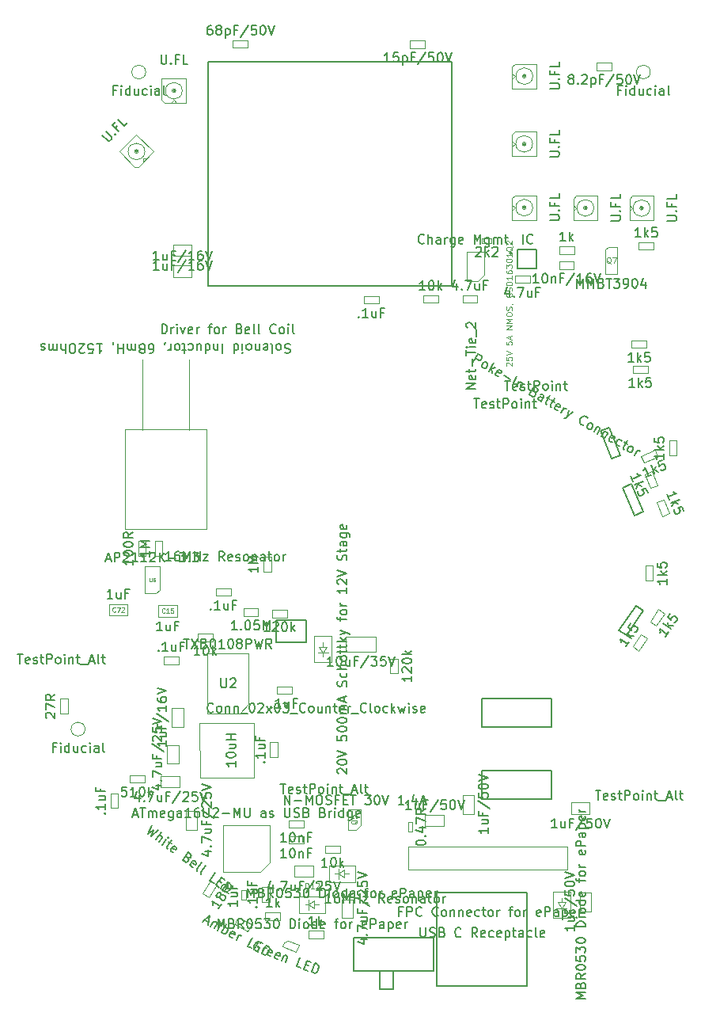
<source format=gbr>
G04 #@! TF.GenerationSoftware,KiCad,Pcbnew,8.0.8+dfsg-1*
G04 #@! TF.CreationDate,2025-03-16T16:58:16-04:00*
G04 #@! TF.ProjectId,RUST_Motherboard,52555354-5f4d-46f7-9468-6572626f6172,rev?*
G04 #@! TF.SameCoordinates,Original*
G04 #@! TF.FileFunction,AssemblyDrawing,Top*
%FSLAX46Y46*%
G04 Gerber Fmt 4.6, Leading zero omitted, Abs format (unit mm)*
G04 Created by KiCad (PCBNEW 8.0.8+dfsg-1) date 2025-03-16 16:58:16*
%MOMM*%
%LPD*%
G01*
G04 APERTURE LIST*
%ADD10C,0.150000*%
%ADD11C,0.015000*%
%ADD12C,0.120000*%
%ADD13C,0.080000*%
%ADD14C,0.060000*%
%ADD15C,0.100000*%
%ADD16C,0.127000*%
%ADD17C,0.200000*%
G04 APERTURE END LIST*
D10*
X152424819Y-141438094D02*
X152424819Y-141342856D01*
X152424819Y-141342856D02*
X152472438Y-141247618D01*
X152472438Y-141247618D02*
X152520057Y-141199999D01*
X152520057Y-141199999D02*
X152615295Y-141152380D01*
X152615295Y-141152380D02*
X152805771Y-141104761D01*
X152805771Y-141104761D02*
X153043866Y-141104761D01*
X153043866Y-141104761D02*
X153234342Y-141152380D01*
X153234342Y-141152380D02*
X153329580Y-141199999D01*
X153329580Y-141199999D02*
X153377200Y-141247618D01*
X153377200Y-141247618D02*
X153424819Y-141342856D01*
X153424819Y-141342856D02*
X153424819Y-141438094D01*
X153424819Y-141438094D02*
X153377200Y-141533332D01*
X153377200Y-141533332D02*
X153329580Y-141580951D01*
X153329580Y-141580951D02*
X153234342Y-141628570D01*
X153234342Y-141628570D02*
X153043866Y-141676189D01*
X153043866Y-141676189D02*
X152805771Y-141676189D01*
X152805771Y-141676189D02*
X152615295Y-141628570D01*
X152615295Y-141628570D02*
X152520057Y-141580951D01*
X152520057Y-141580951D02*
X152472438Y-141533332D01*
X152472438Y-141533332D02*
X152424819Y-141438094D01*
X153329580Y-140676189D02*
X153377200Y-140628570D01*
X153377200Y-140628570D02*
X153424819Y-140676189D01*
X153424819Y-140676189D02*
X153377200Y-140723808D01*
X153377200Y-140723808D02*
X153329580Y-140676189D01*
X153329580Y-140676189D02*
X153424819Y-140676189D01*
X152758152Y-139771428D02*
X153424819Y-139771428D01*
X152377200Y-140009523D02*
X153091485Y-140247618D01*
X153091485Y-140247618D02*
X153091485Y-139628571D01*
X152424819Y-139342856D02*
X152424819Y-138676190D01*
X152424819Y-138676190D02*
X153424819Y-139104761D01*
X153424819Y-137723809D02*
X152948628Y-138057142D01*
X153424819Y-138295237D02*
X152424819Y-138295237D01*
X152424819Y-138295237D02*
X152424819Y-137914285D01*
X152424819Y-137914285D02*
X152472438Y-137819047D01*
X152472438Y-137819047D02*
X152520057Y-137771428D01*
X152520057Y-137771428D02*
X152615295Y-137723809D01*
X152615295Y-137723809D02*
X152758152Y-137723809D01*
X152758152Y-137723809D02*
X152853390Y-137771428D01*
X152853390Y-137771428D02*
X152901009Y-137819047D01*
X152901009Y-137819047D02*
X152948628Y-137914285D01*
X152948628Y-137914285D02*
X152948628Y-138295237D01*
X146267857Y-85139580D02*
X146315476Y-85187200D01*
X146315476Y-85187200D02*
X146267857Y-85234819D01*
X146267857Y-85234819D02*
X146220238Y-85187200D01*
X146220238Y-85187200D02*
X146267857Y-85139580D01*
X146267857Y-85139580D02*
X146267857Y-85234819D01*
X147267856Y-85234819D02*
X146696428Y-85234819D01*
X146982142Y-85234819D02*
X146982142Y-84234819D01*
X146982142Y-84234819D02*
X146886904Y-84377676D01*
X146886904Y-84377676D02*
X146791666Y-84472914D01*
X146791666Y-84472914D02*
X146696428Y-84520533D01*
X148124999Y-84568152D02*
X148124999Y-85234819D01*
X147696428Y-84568152D02*
X147696428Y-85091961D01*
X147696428Y-85091961D02*
X147744047Y-85187200D01*
X147744047Y-85187200D02*
X147839285Y-85234819D01*
X147839285Y-85234819D02*
X147982142Y-85234819D01*
X147982142Y-85234819D02*
X148077380Y-85187200D01*
X148077380Y-85187200D02*
X148124999Y-85139580D01*
X148934523Y-84711009D02*
X148601190Y-84711009D01*
X148601190Y-85234819D02*
X148601190Y-84234819D01*
X148601190Y-84234819D02*
X149077380Y-84234819D01*
X165543809Y-81544819D02*
X164972381Y-81544819D01*
X165258095Y-81544819D02*
X165258095Y-80544819D01*
X165258095Y-80544819D02*
X165162857Y-80687676D01*
X165162857Y-80687676D02*
X165067619Y-80782914D01*
X165067619Y-80782914D02*
X164972381Y-80830533D01*
X166162857Y-80544819D02*
X166258095Y-80544819D01*
X166258095Y-80544819D02*
X166353333Y-80592438D01*
X166353333Y-80592438D02*
X166400952Y-80640057D01*
X166400952Y-80640057D02*
X166448571Y-80735295D01*
X166448571Y-80735295D02*
X166496190Y-80925771D01*
X166496190Y-80925771D02*
X166496190Y-81163866D01*
X166496190Y-81163866D02*
X166448571Y-81354342D01*
X166448571Y-81354342D02*
X166400952Y-81449580D01*
X166400952Y-81449580D02*
X166353333Y-81497200D01*
X166353333Y-81497200D02*
X166258095Y-81544819D01*
X166258095Y-81544819D02*
X166162857Y-81544819D01*
X166162857Y-81544819D02*
X166067619Y-81497200D01*
X166067619Y-81497200D02*
X166020000Y-81449580D01*
X166020000Y-81449580D02*
X165972381Y-81354342D01*
X165972381Y-81354342D02*
X165924762Y-81163866D01*
X165924762Y-81163866D02*
X165924762Y-80925771D01*
X165924762Y-80925771D02*
X165972381Y-80735295D01*
X165972381Y-80735295D02*
X166020000Y-80640057D01*
X166020000Y-80640057D02*
X166067619Y-80592438D01*
X166067619Y-80592438D02*
X166162857Y-80544819D01*
X166924762Y-80878152D02*
X166924762Y-81544819D01*
X166924762Y-80973390D02*
X166972381Y-80925771D01*
X166972381Y-80925771D02*
X167067619Y-80878152D01*
X167067619Y-80878152D02*
X167210476Y-80878152D01*
X167210476Y-80878152D02*
X167305714Y-80925771D01*
X167305714Y-80925771D02*
X167353333Y-81021009D01*
X167353333Y-81021009D02*
X167353333Y-81544819D01*
X168162857Y-81021009D02*
X167829524Y-81021009D01*
X167829524Y-81544819D02*
X167829524Y-80544819D01*
X167829524Y-80544819D02*
X168305714Y-80544819D01*
X169400952Y-80497200D02*
X168543810Y-81782914D01*
X170258095Y-81544819D02*
X169686667Y-81544819D01*
X169972381Y-81544819D02*
X169972381Y-80544819D01*
X169972381Y-80544819D02*
X169877143Y-80687676D01*
X169877143Y-80687676D02*
X169781905Y-80782914D01*
X169781905Y-80782914D02*
X169686667Y-80830533D01*
X171115238Y-80544819D02*
X170924762Y-80544819D01*
X170924762Y-80544819D02*
X170829524Y-80592438D01*
X170829524Y-80592438D02*
X170781905Y-80640057D01*
X170781905Y-80640057D02*
X170686667Y-80782914D01*
X170686667Y-80782914D02*
X170639048Y-80973390D01*
X170639048Y-80973390D02*
X170639048Y-81354342D01*
X170639048Y-81354342D02*
X170686667Y-81449580D01*
X170686667Y-81449580D02*
X170734286Y-81497200D01*
X170734286Y-81497200D02*
X170829524Y-81544819D01*
X170829524Y-81544819D02*
X171020000Y-81544819D01*
X171020000Y-81544819D02*
X171115238Y-81497200D01*
X171115238Y-81497200D02*
X171162857Y-81449580D01*
X171162857Y-81449580D02*
X171210476Y-81354342D01*
X171210476Y-81354342D02*
X171210476Y-81116247D01*
X171210476Y-81116247D02*
X171162857Y-81021009D01*
X171162857Y-81021009D02*
X171115238Y-80973390D01*
X171115238Y-80973390D02*
X171020000Y-80925771D01*
X171020000Y-80925771D02*
X170829524Y-80925771D01*
X170829524Y-80925771D02*
X170734286Y-80973390D01*
X170734286Y-80973390D02*
X170686667Y-81021009D01*
X170686667Y-81021009D02*
X170639048Y-81116247D01*
X171496191Y-80544819D02*
X171829524Y-81544819D01*
X171829524Y-81544819D02*
X172162857Y-80544819D01*
X168919762Y-59713390D02*
X168824524Y-59665771D01*
X168824524Y-59665771D02*
X168776905Y-59618152D01*
X168776905Y-59618152D02*
X168729286Y-59522914D01*
X168729286Y-59522914D02*
X168729286Y-59475295D01*
X168729286Y-59475295D02*
X168776905Y-59380057D01*
X168776905Y-59380057D02*
X168824524Y-59332438D01*
X168824524Y-59332438D02*
X168919762Y-59284819D01*
X168919762Y-59284819D02*
X169110238Y-59284819D01*
X169110238Y-59284819D02*
X169205476Y-59332438D01*
X169205476Y-59332438D02*
X169253095Y-59380057D01*
X169253095Y-59380057D02*
X169300714Y-59475295D01*
X169300714Y-59475295D02*
X169300714Y-59522914D01*
X169300714Y-59522914D02*
X169253095Y-59618152D01*
X169253095Y-59618152D02*
X169205476Y-59665771D01*
X169205476Y-59665771D02*
X169110238Y-59713390D01*
X169110238Y-59713390D02*
X168919762Y-59713390D01*
X168919762Y-59713390D02*
X168824524Y-59761009D01*
X168824524Y-59761009D02*
X168776905Y-59808628D01*
X168776905Y-59808628D02*
X168729286Y-59903866D01*
X168729286Y-59903866D02*
X168729286Y-60094342D01*
X168729286Y-60094342D02*
X168776905Y-60189580D01*
X168776905Y-60189580D02*
X168824524Y-60237200D01*
X168824524Y-60237200D02*
X168919762Y-60284819D01*
X168919762Y-60284819D02*
X169110238Y-60284819D01*
X169110238Y-60284819D02*
X169205476Y-60237200D01*
X169205476Y-60237200D02*
X169253095Y-60189580D01*
X169253095Y-60189580D02*
X169300714Y-60094342D01*
X169300714Y-60094342D02*
X169300714Y-59903866D01*
X169300714Y-59903866D02*
X169253095Y-59808628D01*
X169253095Y-59808628D02*
X169205476Y-59761009D01*
X169205476Y-59761009D02*
X169110238Y-59713390D01*
X169729286Y-60189580D02*
X169776905Y-60237200D01*
X169776905Y-60237200D02*
X169729286Y-60284819D01*
X169729286Y-60284819D02*
X169681667Y-60237200D01*
X169681667Y-60237200D02*
X169729286Y-60189580D01*
X169729286Y-60189580D02*
X169729286Y-60284819D01*
X170157857Y-59380057D02*
X170205476Y-59332438D01*
X170205476Y-59332438D02*
X170300714Y-59284819D01*
X170300714Y-59284819D02*
X170538809Y-59284819D01*
X170538809Y-59284819D02*
X170634047Y-59332438D01*
X170634047Y-59332438D02*
X170681666Y-59380057D01*
X170681666Y-59380057D02*
X170729285Y-59475295D01*
X170729285Y-59475295D02*
X170729285Y-59570533D01*
X170729285Y-59570533D02*
X170681666Y-59713390D01*
X170681666Y-59713390D02*
X170110238Y-60284819D01*
X170110238Y-60284819D02*
X170729285Y-60284819D01*
X171157857Y-59618152D02*
X171157857Y-60618152D01*
X171157857Y-59665771D02*
X171253095Y-59618152D01*
X171253095Y-59618152D02*
X171443571Y-59618152D01*
X171443571Y-59618152D02*
X171538809Y-59665771D01*
X171538809Y-59665771D02*
X171586428Y-59713390D01*
X171586428Y-59713390D02*
X171634047Y-59808628D01*
X171634047Y-59808628D02*
X171634047Y-60094342D01*
X171634047Y-60094342D02*
X171586428Y-60189580D01*
X171586428Y-60189580D02*
X171538809Y-60237200D01*
X171538809Y-60237200D02*
X171443571Y-60284819D01*
X171443571Y-60284819D02*
X171253095Y-60284819D01*
X171253095Y-60284819D02*
X171157857Y-60237200D01*
X172395952Y-59761009D02*
X172062619Y-59761009D01*
X172062619Y-60284819D02*
X172062619Y-59284819D01*
X172062619Y-59284819D02*
X172538809Y-59284819D01*
X173634047Y-59237200D02*
X172776905Y-60522914D01*
X174443571Y-59284819D02*
X173967381Y-59284819D01*
X173967381Y-59284819D02*
X173919762Y-59761009D01*
X173919762Y-59761009D02*
X173967381Y-59713390D01*
X173967381Y-59713390D02*
X174062619Y-59665771D01*
X174062619Y-59665771D02*
X174300714Y-59665771D01*
X174300714Y-59665771D02*
X174395952Y-59713390D01*
X174395952Y-59713390D02*
X174443571Y-59761009D01*
X174443571Y-59761009D02*
X174491190Y-59856247D01*
X174491190Y-59856247D02*
X174491190Y-60094342D01*
X174491190Y-60094342D02*
X174443571Y-60189580D01*
X174443571Y-60189580D02*
X174395952Y-60237200D01*
X174395952Y-60237200D02*
X174300714Y-60284819D01*
X174300714Y-60284819D02*
X174062619Y-60284819D01*
X174062619Y-60284819D02*
X173967381Y-60237200D01*
X173967381Y-60237200D02*
X173919762Y-60189580D01*
X175110238Y-59284819D02*
X175205476Y-59284819D01*
X175205476Y-59284819D02*
X175300714Y-59332438D01*
X175300714Y-59332438D02*
X175348333Y-59380057D01*
X175348333Y-59380057D02*
X175395952Y-59475295D01*
X175395952Y-59475295D02*
X175443571Y-59665771D01*
X175443571Y-59665771D02*
X175443571Y-59903866D01*
X175443571Y-59903866D02*
X175395952Y-60094342D01*
X175395952Y-60094342D02*
X175348333Y-60189580D01*
X175348333Y-60189580D02*
X175300714Y-60237200D01*
X175300714Y-60237200D02*
X175205476Y-60284819D01*
X175205476Y-60284819D02*
X175110238Y-60284819D01*
X175110238Y-60284819D02*
X175015000Y-60237200D01*
X175015000Y-60237200D02*
X174967381Y-60189580D01*
X174967381Y-60189580D02*
X174919762Y-60094342D01*
X174919762Y-60094342D02*
X174872143Y-59903866D01*
X174872143Y-59903866D02*
X174872143Y-59665771D01*
X174872143Y-59665771D02*
X174919762Y-59475295D01*
X174919762Y-59475295D02*
X174967381Y-59380057D01*
X174967381Y-59380057D02*
X175015000Y-59332438D01*
X175015000Y-59332438D02*
X175110238Y-59284819D01*
X175729286Y-59284819D02*
X176062619Y-60284819D01*
X176062619Y-60284819D02*
X176395952Y-59284819D01*
X149613809Y-57924819D02*
X149042381Y-57924819D01*
X149328095Y-57924819D02*
X149328095Y-56924819D01*
X149328095Y-56924819D02*
X149232857Y-57067676D01*
X149232857Y-57067676D02*
X149137619Y-57162914D01*
X149137619Y-57162914D02*
X149042381Y-57210533D01*
X150518571Y-56924819D02*
X150042381Y-56924819D01*
X150042381Y-56924819D02*
X149994762Y-57401009D01*
X149994762Y-57401009D02*
X150042381Y-57353390D01*
X150042381Y-57353390D02*
X150137619Y-57305771D01*
X150137619Y-57305771D02*
X150375714Y-57305771D01*
X150375714Y-57305771D02*
X150470952Y-57353390D01*
X150470952Y-57353390D02*
X150518571Y-57401009D01*
X150518571Y-57401009D02*
X150566190Y-57496247D01*
X150566190Y-57496247D02*
X150566190Y-57734342D01*
X150566190Y-57734342D02*
X150518571Y-57829580D01*
X150518571Y-57829580D02*
X150470952Y-57877200D01*
X150470952Y-57877200D02*
X150375714Y-57924819D01*
X150375714Y-57924819D02*
X150137619Y-57924819D01*
X150137619Y-57924819D02*
X150042381Y-57877200D01*
X150042381Y-57877200D02*
X149994762Y-57829580D01*
X150994762Y-57258152D02*
X150994762Y-58258152D01*
X150994762Y-57305771D02*
X151090000Y-57258152D01*
X151090000Y-57258152D02*
X151280476Y-57258152D01*
X151280476Y-57258152D02*
X151375714Y-57305771D01*
X151375714Y-57305771D02*
X151423333Y-57353390D01*
X151423333Y-57353390D02*
X151470952Y-57448628D01*
X151470952Y-57448628D02*
X151470952Y-57734342D01*
X151470952Y-57734342D02*
X151423333Y-57829580D01*
X151423333Y-57829580D02*
X151375714Y-57877200D01*
X151375714Y-57877200D02*
X151280476Y-57924819D01*
X151280476Y-57924819D02*
X151090000Y-57924819D01*
X151090000Y-57924819D02*
X150994762Y-57877200D01*
X152232857Y-57401009D02*
X151899524Y-57401009D01*
X151899524Y-57924819D02*
X151899524Y-56924819D01*
X151899524Y-56924819D02*
X152375714Y-56924819D01*
X153470952Y-56877200D02*
X152613810Y-58162914D01*
X154280476Y-56924819D02*
X153804286Y-56924819D01*
X153804286Y-56924819D02*
X153756667Y-57401009D01*
X153756667Y-57401009D02*
X153804286Y-57353390D01*
X153804286Y-57353390D02*
X153899524Y-57305771D01*
X153899524Y-57305771D02*
X154137619Y-57305771D01*
X154137619Y-57305771D02*
X154232857Y-57353390D01*
X154232857Y-57353390D02*
X154280476Y-57401009D01*
X154280476Y-57401009D02*
X154328095Y-57496247D01*
X154328095Y-57496247D02*
X154328095Y-57734342D01*
X154328095Y-57734342D02*
X154280476Y-57829580D01*
X154280476Y-57829580D02*
X154232857Y-57877200D01*
X154232857Y-57877200D02*
X154137619Y-57924819D01*
X154137619Y-57924819D02*
X153899524Y-57924819D01*
X153899524Y-57924819D02*
X153804286Y-57877200D01*
X153804286Y-57877200D02*
X153756667Y-57829580D01*
X154947143Y-56924819D02*
X155042381Y-56924819D01*
X155042381Y-56924819D02*
X155137619Y-56972438D01*
X155137619Y-56972438D02*
X155185238Y-57020057D01*
X155185238Y-57020057D02*
X155232857Y-57115295D01*
X155232857Y-57115295D02*
X155280476Y-57305771D01*
X155280476Y-57305771D02*
X155280476Y-57543866D01*
X155280476Y-57543866D02*
X155232857Y-57734342D01*
X155232857Y-57734342D02*
X155185238Y-57829580D01*
X155185238Y-57829580D02*
X155137619Y-57877200D01*
X155137619Y-57877200D02*
X155042381Y-57924819D01*
X155042381Y-57924819D02*
X154947143Y-57924819D01*
X154947143Y-57924819D02*
X154851905Y-57877200D01*
X154851905Y-57877200D02*
X154804286Y-57829580D01*
X154804286Y-57829580D02*
X154756667Y-57734342D01*
X154756667Y-57734342D02*
X154709048Y-57543866D01*
X154709048Y-57543866D02*
X154709048Y-57305771D01*
X154709048Y-57305771D02*
X154756667Y-57115295D01*
X154756667Y-57115295D02*
X154804286Y-57020057D01*
X154804286Y-57020057D02*
X154851905Y-56972438D01*
X154851905Y-56972438D02*
X154947143Y-56924819D01*
X155566191Y-56924819D02*
X155899524Y-57924819D01*
X155899524Y-57924819D02*
X156232857Y-56924819D01*
X150919045Y-148731009D02*
X150585712Y-148731009D01*
X150585712Y-149254819D02*
X150585712Y-148254819D01*
X150585712Y-148254819D02*
X151061902Y-148254819D01*
X151442855Y-149254819D02*
X151442855Y-148254819D01*
X151442855Y-148254819D02*
X151823807Y-148254819D01*
X151823807Y-148254819D02*
X151919045Y-148302438D01*
X151919045Y-148302438D02*
X151966664Y-148350057D01*
X151966664Y-148350057D02*
X152014283Y-148445295D01*
X152014283Y-148445295D02*
X152014283Y-148588152D01*
X152014283Y-148588152D02*
X151966664Y-148683390D01*
X151966664Y-148683390D02*
X151919045Y-148731009D01*
X151919045Y-148731009D02*
X151823807Y-148778628D01*
X151823807Y-148778628D02*
X151442855Y-148778628D01*
X153014283Y-149159580D02*
X152966664Y-149207200D01*
X152966664Y-149207200D02*
X152823807Y-149254819D01*
X152823807Y-149254819D02*
X152728569Y-149254819D01*
X152728569Y-149254819D02*
X152585712Y-149207200D01*
X152585712Y-149207200D02*
X152490474Y-149111961D01*
X152490474Y-149111961D02*
X152442855Y-149016723D01*
X152442855Y-149016723D02*
X152395236Y-148826247D01*
X152395236Y-148826247D02*
X152395236Y-148683390D01*
X152395236Y-148683390D02*
X152442855Y-148492914D01*
X152442855Y-148492914D02*
X152490474Y-148397676D01*
X152490474Y-148397676D02*
X152585712Y-148302438D01*
X152585712Y-148302438D02*
X152728569Y-148254819D01*
X152728569Y-148254819D02*
X152823807Y-148254819D01*
X152823807Y-148254819D02*
X152966664Y-148302438D01*
X152966664Y-148302438D02*
X153014283Y-148350057D01*
X154776188Y-149159580D02*
X154728569Y-149207200D01*
X154728569Y-149207200D02*
X154585712Y-149254819D01*
X154585712Y-149254819D02*
X154490474Y-149254819D01*
X154490474Y-149254819D02*
X154347617Y-149207200D01*
X154347617Y-149207200D02*
X154252379Y-149111961D01*
X154252379Y-149111961D02*
X154204760Y-149016723D01*
X154204760Y-149016723D02*
X154157141Y-148826247D01*
X154157141Y-148826247D02*
X154157141Y-148683390D01*
X154157141Y-148683390D02*
X154204760Y-148492914D01*
X154204760Y-148492914D02*
X154252379Y-148397676D01*
X154252379Y-148397676D02*
X154347617Y-148302438D01*
X154347617Y-148302438D02*
X154490474Y-148254819D01*
X154490474Y-148254819D02*
X154585712Y-148254819D01*
X154585712Y-148254819D02*
X154728569Y-148302438D01*
X154728569Y-148302438D02*
X154776188Y-148350057D01*
X155347617Y-149254819D02*
X155252379Y-149207200D01*
X155252379Y-149207200D02*
X155204760Y-149159580D01*
X155204760Y-149159580D02*
X155157141Y-149064342D01*
X155157141Y-149064342D02*
X155157141Y-148778628D01*
X155157141Y-148778628D02*
X155204760Y-148683390D01*
X155204760Y-148683390D02*
X155252379Y-148635771D01*
X155252379Y-148635771D02*
X155347617Y-148588152D01*
X155347617Y-148588152D02*
X155490474Y-148588152D01*
X155490474Y-148588152D02*
X155585712Y-148635771D01*
X155585712Y-148635771D02*
X155633331Y-148683390D01*
X155633331Y-148683390D02*
X155680950Y-148778628D01*
X155680950Y-148778628D02*
X155680950Y-149064342D01*
X155680950Y-149064342D02*
X155633331Y-149159580D01*
X155633331Y-149159580D02*
X155585712Y-149207200D01*
X155585712Y-149207200D02*
X155490474Y-149254819D01*
X155490474Y-149254819D02*
X155347617Y-149254819D01*
X156109522Y-148588152D02*
X156109522Y-149254819D01*
X156109522Y-148683390D02*
X156157141Y-148635771D01*
X156157141Y-148635771D02*
X156252379Y-148588152D01*
X156252379Y-148588152D02*
X156395236Y-148588152D01*
X156395236Y-148588152D02*
X156490474Y-148635771D01*
X156490474Y-148635771D02*
X156538093Y-148731009D01*
X156538093Y-148731009D02*
X156538093Y-149254819D01*
X157014284Y-148588152D02*
X157014284Y-149254819D01*
X157014284Y-148683390D02*
X157061903Y-148635771D01*
X157061903Y-148635771D02*
X157157141Y-148588152D01*
X157157141Y-148588152D02*
X157299998Y-148588152D01*
X157299998Y-148588152D02*
X157395236Y-148635771D01*
X157395236Y-148635771D02*
X157442855Y-148731009D01*
X157442855Y-148731009D02*
X157442855Y-149254819D01*
X158299998Y-149207200D02*
X158204760Y-149254819D01*
X158204760Y-149254819D02*
X158014284Y-149254819D01*
X158014284Y-149254819D02*
X157919046Y-149207200D01*
X157919046Y-149207200D02*
X157871427Y-149111961D01*
X157871427Y-149111961D02*
X157871427Y-148731009D01*
X157871427Y-148731009D02*
X157919046Y-148635771D01*
X157919046Y-148635771D02*
X158014284Y-148588152D01*
X158014284Y-148588152D02*
X158204760Y-148588152D01*
X158204760Y-148588152D02*
X158299998Y-148635771D01*
X158299998Y-148635771D02*
X158347617Y-148731009D01*
X158347617Y-148731009D02*
X158347617Y-148826247D01*
X158347617Y-148826247D02*
X157871427Y-148921485D01*
X159204760Y-149207200D02*
X159109522Y-149254819D01*
X159109522Y-149254819D02*
X158919046Y-149254819D01*
X158919046Y-149254819D02*
X158823808Y-149207200D01*
X158823808Y-149207200D02*
X158776189Y-149159580D01*
X158776189Y-149159580D02*
X158728570Y-149064342D01*
X158728570Y-149064342D02*
X158728570Y-148778628D01*
X158728570Y-148778628D02*
X158776189Y-148683390D01*
X158776189Y-148683390D02*
X158823808Y-148635771D01*
X158823808Y-148635771D02*
X158919046Y-148588152D01*
X158919046Y-148588152D02*
X159109522Y-148588152D01*
X159109522Y-148588152D02*
X159204760Y-148635771D01*
X159490475Y-148588152D02*
X159871427Y-148588152D01*
X159633332Y-148254819D02*
X159633332Y-149111961D01*
X159633332Y-149111961D02*
X159680951Y-149207200D01*
X159680951Y-149207200D02*
X159776189Y-149254819D01*
X159776189Y-149254819D02*
X159871427Y-149254819D01*
X160347618Y-149254819D02*
X160252380Y-149207200D01*
X160252380Y-149207200D02*
X160204761Y-149159580D01*
X160204761Y-149159580D02*
X160157142Y-149064342D01*
X160157142Y-149064342D02*
X160157142Y-148778628D01*
X160157142Y-148778628D02*
X160204761Y-148683390D01*
X160204761Y-148683390D02*
X160252380Y-148635771D01*
X160252380Y-148635771D02*
X160347618Y-148588152D01*
X160347618Y-148588152D02*
X160490475Y-148588152D01*
X160490475Y-148588152D02*
X160585713Y-148635771D01*
X160585713Y-148635771D02*
X160633332Y-148683390D01*
X160633332Y-148683390D02*
X160680951Y-148778628D01*
X160680951Y-148778628D02*
X160680951Y-149064342D01*
X160680951Y-149064342D02*
X160633332Y-149159580D01*
X160633332Y-149159580D02*
X160585713Y-149207200D01*
X160585713Y-149207200D02*
X160490475Y-149254819D01*
X160490475Y-149254819D02*
X160347618Y-149254819D01*
X161109523Y-149254819D02*
X161109523Y-148588152D01*
X161109523Y-148778628D02*
X161157142Y-148683390D01*
X161157142Y-148683390D02*
X161204761Y-148635771D01*
X161204761Y-148635771D02*
X161299999Y-148588152D01*
X161299999Y-148588152D02*
X161395237Y-148588152D01*
X162347619Y-148588152D02*
X162728571Y-148588152D01*
X162490476Y-149254819D02*
X162490476Y-148397676D01*
X162490476Y-148397676D02*
X162538095Y-148302438D01*
X162538095Y-148302438D02*
X162633333Y-148254819D01*
X162633333Y-148254819D02*
X162728571Y-148254819D01*
X163204762Y-149254819D02*
X163109524Y-149207200D01*
X163109524Y-149207200D02*
X163061905Y-149159580D01*
X163061905Y-149159580D02*
X163014286Y-149064342D01*
X163014286Y-149064342D02*
X163014286Y-148778628D01*
X163014286Y-148778628D02*
X163061905Y-148683390D01*
X163061905Y-148683390D02*
X163109524Y-148635771D01*
X163109524Y-148635771D02*
X163204762Y-148588152D01*
X163204762Y-148588152D02*
X163347619Y-148588152D01*
X163347619Y-148588152D02*
X163442857Y-148635771D01*
X163442857Y-148635771D02*
X163490476Y-148683390D01*
X163490476Y-148683390D02*
X163538095Y-148778628D01*
X163538095Y-148778628D02*
X163538095Y-149064342D01*
X163538095Y-149064342D02*
X163490476Y-149159580D01*
X163490476Y-149159580D02*
X163442857Y-149207200D01*
X163442857Y-149207200D02*
X163347619Y-149254819D01*
X163347619Y-149254819D02*
X163204762Y-149254819D01*
X163966667Y-149254819D02*
X163966667Y-148588152D01*
X163966667Y-148778628D02*
X164014286Y-148683390D01*
X164014286Y-148683390D02*
X164061905Y-148635771D01*
X164061905Y-148635771D02*
X164157143Y-148588152D01*
X164157143Y-148588152D02*
X164252381Y-148588152D01*
X165728572Y-149207200D02*
X165633334Y-149254819D01*
X165633334Y-149254819D02*
X165442858Y-149254819D01*
X165442858Y-149254819D02*
X165347620Y-149207200D01*
X165347620Y-149207200D02*
X165300001Y-149111961D01*
X165300001Y-149111961D02*
X165300001Y-148731009D01*
X165300001Y-148731009D02*
X165347620Y-148635771D01*
X165347620Y-148635771D02*
X165442858Y-148588152D01*
X165442858Y-148588152D02*
X165633334Y-148588152D01*
X165633334Y-148588152D02*
X165728572Y-148635771D01*
X165728572Y-148635771D02*
X165776191Y-148731009D01*
X165776191Y-148731009D02*
X165776191Y-148826247D01*
X165776191Y-148826247D02*
X165300001Y-148921485D01*
X166204763Y-149254819D02*
X166204763Y-148254819D01*
X166204763Y-148254819D02*
X166585715Y-148254819D01*
X166585715Y-148254819D02*
X166680953Y-148302438D01*
X166680953Y-148302438D02*
X166728572Y-148350057D01*
X166728572Y-148350057D02*
X166776191Y-148445295D01*
X166776191Y-148445295D02*
X166776191Y-148588152D01*
X166776191Y-148588152D02*
X166728572Y-148683390D01*
X166728572Y-148683390D02*
X166680953Y-148731009D01*
X166680953Y-148731009D02*
X166585715Y-148778628D01*
X166585715Y-148778628D02*
X166204763Y-148778628D01*
X167633334Y-149254819D02*
X167633334Y-148731009D01*
X167633334Y-148731009D02*
X167585715Y-148635771D01*
X167585715Y-148635771D02*
X167490477Y-148588152D01*
X167490477Y-148588152D02*
X167300001Y-148588152D01*
X167300001Y-148588152D02*
X167204763Y-148635771D01*
X167633334Y-149207200D02*
X167538096Y-149254819D01*
X167538096Y-149254819D02*
X167300001Y-149254819D01*
X167300001Y-149254819D02*
X167204763Y-149207200D01*
X167204763Y-149207200D02*
X167157144Y-149111961D01*
X167157144Y-149111961D02*
X167157144Y-149016723D01*
X167157144Y-149016723D02*
X167204763Y-148921485D01*
X167204763Y-148921485D02*
X167300001Y-148873866D01*
X167300001Y-148873866D02*
X167538096Y-148873866D01*
X167538096Y-148873866D02*
X167633334Y-148826247D01*
X168109525Y-148588152D02*
X168109525Y-149588152D01*
X168109525Y-148635771D02*
X168204763Y-148588152D01*
X168204763Y-148588152D02*
X168395239Y-148588152D01*
X168395239Y-148588152D02*
X168490477Y-148635771D01*
X168490477Y-148635771D02*
X168538096Y-148683390D01*
X168538096Y-148683390D02*
X168585715Y-148778628D01*
X168585715Y-148778628D02*
X168585715Y-149064342D01*
X168585715Y-149064342D02*
X168538096Y-149159580D01*
X168538096Y-149159580D02*
X168490477Y-149207200D01*
X168490477Y-149207200D02*
X168395239Y-149254819D01*
X168395239Y-149254819D02*
X168204763Y-149254819D01*
X168204763Y-149254819D02*
X168109525Y-149207200D01*
X169395239Y-149207200D02*
X169300001Y-149254819D01*
X169300001Y-149254819D02*
X169109525Y-149254819D01*
X169109525Y-149254819D02*
X169014287Y-149207200D01*
X169014287Y-149207200D02*
X168966668Y-149111961D01*
X168966668Y-149111961D02*
X168966668Y-148731009D01*
X168966668Y-148731009D02*
X169014287Y-148635771D01*
X169014287Y-148635771D02*
X169109525Y-148588152D01*
X169109525Y-148588152D02*
X169300001Y-148588152D01*
X169300001Y-148588152D02*
X169395239Y-148635771D01*
X169395239Y-148635771D02*
X169442858Y-148731009D01*
X169442858Y-148731009D02*
X169442858Y-148826247D01*
X169442858Y-148826247D02*
X168966668Y-148921485D01*
X169871430Y-149254819D02*
X169871430Y-148588152D01*
X169871430Y-148778628D02*
X169919049Y-148683390D01*
X169919049Y-148683390D02*
X169966668Y-148635771D01*
X169966668Y-148635771D02*
X170061906Y-148588152D01*
X170061906Y-148588152D02*
X170157144Y-148588152D01*
X170554819Y-158091429D02*
X169554819Y-158091429D01*
X169554819Y-158091429D02*
X170269104Y-157758096D01*
X170269104Y-157758096D02*
X169554819Y-157424763D01*
X169554819Y-157424763D02*
X170554819Y-157424763D01*
X170031009Y-156615239D02*
X170078628Y-156472382D01*
X170078628Y-156472382D02*
X170126247Y-156424763D01*
X170126247Y-156424763D02*
X170221485Y-156377144D01*
X170221485Y-156377144D02*
X170364342Y-156377144D01*
X170364342Y-156377144D02*
X170459580Y-156424763D01*
X170459580Y-156424763D02*
X170507200Y-156472382D01*
X170507200Y-156472382D02*
X170554819Y-156567620D01*
X170554819Y-156567620D02*
X170554819Y-156948572D01*
X170554819Y-156948572D02*
X169554819Y-156948572D01*
X169554819Y-156948572D02*
X169554819Y-156615239D01*
X169554819Y-156615239D02*
X169602438Y-156520001D01*
X169602438Y-156520001D02*
X169650057Y-156472382D01*
X169650057Y-156472382D02*
X169745295Y-156424763D01*
X169745295Y-156424763D02*
X169840533Y-156424763D01*
X169840533Y-156424763D02*
X169935771Y-156472382D01*
X169935771Y-156472382D02*
X169983390Y-156520001D01*
X169983390Y-156520001D02*
X170031009Y-156615239D01*
X170031009Y-156615239D02*
X170031009Y-156948572D01*
X170554819Y-155377144D02*
X170078628Y-155710477D01*
X170554819Y-155948572D02*
X169554819Y-155948572D01*
X169554819Y-155948572D02*
X169554819Y-155567620D01*
X169554819Y-155567620D02*
X169602438Y-155472382D01*
X169602438Y-155472382D02*
X169650057Y-155424763D01*
X169650057Y-155424763D02*
X169745295Y-155377144D01*
X169745295Y-155377144D02*
X169888152Y-155377144D01*
X169888152Y-155377144D02*
X169983390Y-155424763D01*
X169983390Y-155424763D02*
X170031009Y-155472382D01*
X170031009Y-155472382D02*
X170078628Y-155567620D01*
X170078628Y-155567620D02*
X170078628Y-155948572D01*
X169554819Y-154758096D02*
X169554819Y-154662858D01*
X169554819Y-154662858D02*
X169602438Y-154567620D01*
X169602438Y-154567620D02*
X169650057Y-154520001D01*
X169650057Y-154520001D02*
X169745295Y-154472382D01*
X169745295Y-154472382D02*
X169935771Y-154424763D01*
X169935771Y-154424763D02*
X170173866Y-154424763D01*
X170173866Y-154424763D02*
X170364342Y-154472382D01*
X170364342Y-154472382D02*
X170459580Y-154520001D01*
X170459580Y-154520001D02*
X170507200Y-154567620D01*
X170507200Y-154567620D02*
X170554819Y-154662858D01*
X170554819Y-154662858D02*
X170554819Y-154758096D01*
X170554819Y-154758096D02*
X170507200Y-154853334D01*
X170507200Y-154853334D02*
X170459580Y-154900953D01*
X170459580Y-154900953D02*
X170364342Y-154948572D01*
X170364342Y-154948572D02*
X170173866Y-154996191D01*
X170173866Y-154996191D02*
X169935771Y-154996191D01*
X169935771Y-154996191D02*
X169745295Y-154948572D01*
X169745295Y-154948572D02*
X169650057Y-154900953D01*
X169650057Y-154900953D02*
X169602438Y-154853334D01*
X169602438Y-154853334D02*
X169554819Y-154758096D01*
X169554819Y-153520001D02*
X169554819Y-153996191D01*
X169554819Y-153996191D02*
X170031009Y-154043810D01*
X170031009Y-154043810D02*
X169983390Y-153996191D01*
X169983390Y-153996191D02*
X169935771Y-153900953D01*
X169935771Y-153900953D02*
X169935771Y-153662858D01*
X169935771Y-153662858D02*
X169983390Y-153567620D01*
X169983390Y-153567620D02*
X170031009Y-153520001D01*
X170031009Y-153520001D02*
X170126247Y-153472382D01*
X170126247Y-153472382D02*
X170364342Y-153472382D01*
X170364342Y-153472382D02*
X170459580Y-153520001D01*
X170459580Y-153520001D02*
X170507200Y-153567620D01*
X170507200Y-153567620D02*
X170554819Y-153662858D01*
X170554819Y-153662858D02*
X170554819Y-153900953D01*
X170554819Y-153900953D02*
X170507200Y-153996191D01*
X170507200Y-153996191D02*
X170459580Y-154043810D01*
X169554819Y-153139048D02*
X169554819Y-152520001D01*
X169554819Y-152520001D02*
X169935771Y-152853334D01*
X169935771Y-152853334D02*
X169935771Y-152710477D01*
X169935771Y-152710477D02*
X169983390Y-152615239D01*
X169983390Y-152615239D02*
X170031009Y-152567620D01*
X170031009Y-152567620D02*
X170126247Y-152520001D01*
X170126247Y-152520001D02*
X170364342Y-152520001D01*
X170364342Y-152520001D02*
X170459580Y-152567620D01*
X170459580Y-152567620D02*
X170507200Y-152615239D01*
X170507200Y-152615239D02*
X170554819Y-152710477D01*
X170554819Y-152710477D02*
X170554819Y-152996191D01*
X170554819Y-152996191D02*
X170507200Y-153091429D01*
X170507200Y-153091429D02*
X170459580Y-153139048D01*
X169554819Y-151900953D02*
X169554819Y-151805715D01*
X169554819Y-151805715D02*
X169602438Y-151710477D01*
X169602438Y-151710477D02*
X169650057Y-151662858D01*
X169650057Y-151662858D02*
X169745295Y-151615239D01*
X169745295Y-151615239D02*
X169935771Y-151567620D01*
X169935771Y-151567620D02*
X170173866Y-151567620D01*
X170173866Y-151567620D02*
X170364342Y-151615239D01*
X170364342Y-151615239D02*
X170459580Y-151662858D01*
X170459580Y-151662858D02*
X170507200Y-151710477D01*
X170507200Y-151710477D02*
X170554819Y-151805715D01*
X170554819Y-151805715D02*
X170554819Y-151900953D01*
X170554819Y-151900953D02*
X170507200Y-151996191D01*
X170507200Y-151996191D02*
X170459580Y-152043810D01*
X170459580Y-152043810D02*
X170364342Y-152091429D01*
X170364342Y-152091429D02*
X170173866Y-152139048D01*
X170173866Y-152139048D02*
X169935771Y-152139048D01*
X169935771Y-152139048D02*
X169745295Y-152091429D01*
X169745295Y-152091429D02*
X169650057Y-152043810D01*
X169650057Y-152043810D02*
X169602438Y-151996191D01*
X169602438Y-151996191D02*
X169554819Y-151900953D01*
X170554819Y-150377143D02*
X169554819Y-150377143D01*
X169554819Y-150377143D02*
X169554819Y-150139048D01*
X169554819Y-150139048D02*
X169602438Y-149996191D01*
X169602438Y-149996191D02*
X169697676Y-149900953D01*
X169697676Y-149900953D02*
X169792914Y-149853334D01*
X169792914Y-149853334D02*
X169983390Y-149805715D01*
X169983390Y-149805715D02*
X170126247Y-149805715D01*
X170126247Y-149805715D02*
X170316723Y-149853334D01*
X170316723Y-149853334D02*
X170411961Y-149900953D01*
X170411961Y-149900953D02*
X170507200Y-149996191D01*
X170507200Y-149996191D02*
X170554819Y-150139048D01*
X170554819Y-150139048D02*
X170554819Y-150377143D01*
X170554819Y-149377143D02*
X169888152Y-149377143D01*
X169554819Y-149377143D02*
X169602438Y-149424762D01*
X169602438Y-149424762D02*
X169650057Y-149377143D01*
X169650057Y-149377143D02*
X169602438Y-149329524D01*
X169602438Y-149329524D02*
X169554819Y-149377143D01*
X169554819Y-149377143D02*
X169650057Y-149377143D01*
X170554819Y-148758096D02*
X170507200Y-148853334D01*
X170507200Y-148853334D02*
X170459580Y-148900953D01*
X170459580Y-148900953D02*
X170364342Y-148948572D01*
X170364342Y-148948572D02*
X170078628Y-148948572D01*
X170078628Y-148948572D02*
X169983390Y-148900953D01*
X169983390Y-148900953D02*
X169935771Y-148853334D01*
X169935771Y-148853334D02*
X169888152Y-148758096D01*
X169888152Y-148758096D02*
X169888152Y-148615239D01*
X169888152Y-148615239D02*
X169935771Y-148520001D01*
X169935771Y-148520001D02*
X169983390Y-148472382D01*
X169983390Y-148472382D02*
X170078628Y-148424763D01*
X170078628Y-148424763D02*
X170364342Y-148424763D01*
X170364342Y-148424763D02*
X170459580Y-148472382D01*
X170459580Y-148472382D02*
X170507200Y-148520001D01*
X170507200Y-148520001D02*
X170554819Y-148615239D01*
X170554819Y-148615239D02*
X170554819Y-148758096D01*
X170554819Y-147567620D02*
X169554819Y-147567620D01*
X170507200Y-147567620D02*
X170554819Y-147662858D01*
X170554819Y-147662858D02*
X170554819Y-147853334D01*
X170554819Y-147853334D02*
X170507200Y-147948572D01*
X170507200Y-147948572D02*
X170459580Y-147996191D01*
X170459580Y-147996191D02*
X170364342Y-148043810D01*
X170364342Y-148043810D02*
X170078628Y-148043810D01*
X170078628Y-148043810D02*
X169983390Y-147996191D01*
X169983390Y-147996191D02*
X169935771Y-147948572D01*
X169935771Y-147948572D02*
X169888152Y-147853334D01*
X169888152Y-147853334D02*
X169888152Y-147662858D01*
X169888152Y-147662858D02*
X169935771Y-147567620D01*
X170507200Y-146710477D02*
X170554819Y-146805715D01*
X170554819Y-146805715D02*
X170554819Y-146996191D01*
X170554819Y-146996191D02*
X170507200Y-147091429D01*
X170507200Y-147091429D02*
X170411961Y-147139048D01*
X170411961Y-147139048D02*
X170031009Y-147139048D01*
X170031009Y-147139048D02*
X169935771Y-147091429D01*
X169935771Y-147091429D02*
X169888152Y-146996191D01*
X169888152Y-146996191D02*
X169888152Y-146805715D01*
X169888152Y-146805715D02*
X169935771Y-146710477D01*
X169935771Y-146710477D02*
X170031009Y-146662858D01*
X170031009Y-146662858D02*
X170126247Y-146662858D01*
X170126247Y-146662858D02*
X170221485Y-147139048D01*
X169888152Y-145615238D02*
X169888152Y-145234286D01*
X170554819Y-145472381D02*
X169697676Y-145472381D01*
X169697676Y-145472381D02*
X169602438Y-145424762D01*
X169602438Y-145424762D02*
X169554819Y-145329524D01*
X169554819Y-145329524D02*
X169554819Y-145234286D01*
X170554819Y-144758095D02*
X170507200Y-144853333D01*
X170507200Y-144853333D02*
X170459580Y-144900952D01*
X170459580Y-144900952D02*
X170364342Y-144948571D01*
X170364342Y-144948571D02*
X170078628Y-144948571D01*
X170078628Y-144948571D02*
X169983390Y-144900952D01*
X169983390Y-144900952D02*
X169935771Y-144853333D01*
X169935771Y-144853333D02*
X169888152Y-144758095D01*
X169888152Y-144758095D02*
X169888152Y-144615238D01*
X169888152Y-144615238D02*
X169935771Y-144520000D01*
X169935771Y-144520000D02*
X169983390Y-144472381D01*
X169983390Y-144472381D02*
X170078628Y-144424762D01*
X170078628Y-144424762D02*
X170364342Y-144424762D01*
X170364342Y-144424762D02*
X170459580Y-144472381D01*
X170459580Y-144472381D02*
X170507200Y-144520000D01*
X170507200Y-144520000D02*
X170554819Y-144615238D01*
X170554819Y-144615238D02*
X170554819Y-144758095D01*
X170554819Y-143996190D02*
X169888152Y-143996190D01*
X170078628Y-143996190D02*
X169983390Y-143948571D01*
X169983390Y-143948571D02*
X169935771Y-143900952D01*
X169935771Y-143900952D02*
X169888152Y-143805714D01*
X169888152Y-143805714D02*
X169888152Y-143710476D01*
X170507200Y-142234285D02*
X170554819Y-142329523D01*
X170554819Y-142329523D02*
X170554819Y-142519999D01*
X170554819Y-142519999D02*
X170507200Y-142615237D01*
X170507200Y-142615237D02*
X170411961Y-142662856D01*
X170411961Y-142662856D02*
X170031009Y-142662856D01*
X170031009Y-142662856D02*
X169935771Y-142615237D01*
X169935771Y-142615237D02*
X169888152Y-142519999D01*
X169888152Y-142519999D02*
X169888152Y-142329523D01*
X169888152Y-142329523D02*
X169935771Y-142234285D01*
X169935771Y-142234285D02*
X170031009Y-142186666D01*
X170031009Y-142186666D02*
X170126247Y-142186666D01*
X170126247Y-142186666D02*
X170221485Y-142662856D01*
X170554819Y-141758094D02*
X169554819Y-141758094D01*
X169554819Y-141758094D02*
X169554819Y-141377142D01*
X169554819Y-141377142D02*
X169602438Y-141281904D01*
X169602438Y-141281904D02*
X169650057Y-141234285D01*
X169650057Y-141234285D02*
X169745295Y-141186666D01*
X169745295Y-141186666D02*
X169888152Y-141186666D01*
X169888152Y-141186666D02*
X169983390Y-141234285D01*
X169983390Y-141234285D02*
X170031009Y-141281904D01*
X170031009Y-141281904D02*
X170078628Y-141377142D01*
X170078628Y-141377142D02*
X170078628Y-141758094D01*
X170554819Y-140329523D02*
X170031009Y-140329523D01*
X170031009Y-140329523D02*
X169935771Y-140377142D01*
X169935771Y-140377142D02*
X169888152Y-140472380D01*
X169888152Y-140472380D02*
X169888152Y-140662856D01*
X169888152Y-140662856D02*
X169935771Y-140758094D01*
X170507200Y-140329523D02*
X170554819Y-140424761D01*
X170554819Y-140424761D02*
X170554819Y-140662856D01*
X170554819Y-140662856D02*
X170507200Y-140758094D01*
X170507200Y-140758094D02*
X170411961Y-140805713D01*
X170411961Y-140805713D02*
X170316723Y-140805713D01*
X170316723Y-140805713D02*
X170221485Y-140758094D01*
X170221485Y-140758094D02*
X170173866Y-140662856D01*
X170173866Y-140662856D02*
X170173866Y-140424761D01*
X170173866Y-140424761D02*
X170126247Y-140329523D01*
X169888152Y-139853332D02*
X170888152Y-139853332D01*
X169935771Y-139853332D02*
X169888152Y-139758094D01*
X169888152Y-139758094D02*
X169888152Y-139567618D01*
X169888152Y-139567618D02*
X169935771Y-139472380D01*
X169935771Y-139472380D02*
X169983390Y-139424761D01*
X169983390Y-139424761D02*
X170078628Y-139377142D01*
X170078628Y-139377142D02*
X170364342Y-139377142D01*
X170364342Y-139377142D02*
X170459580Y-139424761D01*
X170459580Y-139424761D02*
X170507200Y-139472380D01*
X170507200Y-139472380D02*
X170554819Y-139567618D01*
X170554819Y-139567618D02*
X170554819Y-139758094D01*
X170554819Y-139758094D02*
X170507200Y-139853332D01*
X170507200Y-138567618D02*
X170554819Y-138662856D01*
X170554819Y-138662856D02*
X170554819Y-138853332D01*
X170554819Y-138853332D02*
X170507200Y-138948570D01*
X170507200Y-138948570D02*
X170411961Y-138996189D01*
X170411961Y-138996189D02*
X170031009Y-138996189D01*
X170031009Y-138996189D02*
X169935771Y-138948570D01*
X169935771Y-138948570D02*
X169888152Y-138853332D01*
X169888152Y-138853332D02*
X169888152Y-138662856D01*
X169888152Y-138662856D02*
X169935771Y-138567618D01*
X169935771Y-138567618D02*
X170031009Y-138519999D01*
X170031009Y-138519999D02*
X170126247Y-138519999D01*
X170126247Y-138519999D02*
X170221485Y-138996189D01*
X170554819Y-138091427D02*
X169888152Y-138091427D01*
X170078628Y-138091427D02*
X169983390Y-138043808D01*
X169983390Y-138043808D02*
X169935771Y-137996189D01*
X169935771Y-137996189D02*
X169888152Y-137900951D01*
X169888152Y-137900951D02*
X169888152Y-137805713D01*
X167499999Y-139804819D02*
X166928571Y-139804819D01*
X167214285Y-139804819D02*
X167214285Y-138804819D01*
X167214285Y-138804819D02*
X167119047Y-138947676D01*
X167119047Y-138947676D02*
X167023809Y-139042914D01*
X167023809Y-139042914D02*
X166928571Y-139090533D01*
X168357142Y-139138152D02*
X168357142Y-139804819D01*
X167928571Y-139138152D02*
X167928571Y-139661961D01*
X167928571Y-139661961D02*
X167976190Y-139757200D01*
X167976190Y-139757200D02*
X168071428Y-139804819D01*
X168071428Y-139804819D02*
X168214285Y-139804819D01*
X168214285Y-139804819D02*
X168309523Y-139757200D01*
X168309523Y-139757200D02*
X168357142Y-139709580D01*
X169166666Y-139281009D02*
X168833333Y-139281009D01*
X168833333Y-139804819D02*
X168833333Y-138804819D01*
X168833333Y-138804819D02*
X169309523Y-138804819D01*
X170404761Y-138757200D02*
X169547619Y-140042914D01*
X171214285Y-138804819D02*
X170738095Y-138804819D01*
X170738095Y-138804819D02*
X170690476Y-139281009D01*
X170690476Y-139281009D02*
X170738095Y-139233390D01*
X170738095Y-139233390D02*
X170833333Y-139185771D01*
X170833333Y-139185771D02*
X171071428Y-139185771D01*
X171071428Y-139185771D02*
X171166666Y-139233390D01*
X171166666Y-139233390D02*
X171214285Y-139281009D01*
X171214285Y-139281009D02*
X171261904Y-139376247D01*
X171261904Y-139376247D02*
X171261904Y-139614342D01*
X171261904Y-139614342D02*
X171214285Y-139709580D01*
X171214285Y-139709580D02*
X171166666Y-139757200D01*
X171166666Y-139757200D02*
X171071428Y-139804819D01*
X171071428Y-139804819D02*
X170833333Y-139804819D01*
X170833333Y-139804819D02*
X170738095Y-139757200D01*
X170738095Y-139757200D02*
X170690476Y-139709580D01*
X171880952Y-138804819D02*
X171976190Y-138804819D01*
X171976190Y-138804819D02*
X172071428Y-138852438D01*
X172071428Y-138852438D02*
X172119047Y-138900057D01*
X172119047Y-138900057D02*
X172166666Y-138995295D01*
X172166666Y-138995295D02*
X172214285Y-139185771D01*
X172214285Y-139185771D02*
X172214285Y-139423866D01*
X172214285Y-139423866D02*
X172166666Y-139614342D01*
X172166666Y-139614342D02*
X172119047Y-139709580D01*
X172119047Y-139709580D02*
X172071428Y-139757200D01*
X172071428Y-139757200D02*
X171976190Y-139804819D01*
X171976190Y-139804819D02*
X171880952Y-139804819D01*
X171880952Y-139804819D02*
X171785714Y-139757200D01*
X171785714Y-139757200D02*
X171738095Y-139709580D01*
X171738095Y-139709580D02*
X171690476Y-139614342D01*
X171690476Y-139614342D02*
X171642857Y-139423866D01*
X171642857Y-139423866D02*
X171642857Y-139185771D01*
X171642857Y-139185771D02*
X171690476Y-138995295D01*
X171690476Y-138995295D02*
X171738095Y-138900057D01*
X171738095Y-138900057D02*
X171785714Y-138852438D01*
X171785714Y-138852438D02*
X171880952Y-138804819D01*
X172500000Y-138804819D02*
X172833333Y-139804819D01*
X172833333Y-139804819D02*
X173166666Y-138804819D01*
X160104819Y-139800000D02*
X160104819Y-140371428D01*
X160104819Y-140085714D02*
X159104819Y-140085714D01*
X159104819Y-140085714D02*
X159247676Y-140180952D01*
X159247676Y-140180952D02*
X159342914Y-140276190D01*
X159342914Y-140276190D02*
X159390533Y-140371428D01*
X159438152Y-138942857D02*
X160104819Y-138942857D01*
X159438152Y-139371428D02*
X159961961Y-139371428D01*
X159961961Y-139371428D02*
X160057200Y-139323809D01*
X160057200Y-139323809D02*
X160104819Y-139228571D01*
X160104819Y-139228571D02*
X160104819Y-139085714D01*
X160104819Y-139085714D02*
X160057200Y-138990476D01*
X160057200Y-138990476D02*
X160009580Y-138942857D01*
X159581009Y-138133333D02*
X159581009Y-138466666D01*
X160104819Y-138466666D02*
X159104819Y-138466666D01*
X159104819Y-138466666D02*
X159104819Y-137990476D01*
X159057200Y-136895238D02*
X160342914Y-137752380D01*
X159104819Y-136085714D02*
X159104819Y-136561904D01*
X159104819Y-136561904D02*
X159581009Y-136609523D01*
X159581009Y-136609523D02*
X159533390Y-136561904D01*
X159533390Y-136561904D02*
X159485771Y-136466666D01*
X159485771Y-136466666D02*
X159485771Y-136228571D01*
X159485771Y-136228571D02*
X159533390Y-136133333D01*
X159533390Y-136133333D02*
X159581009Y-136085714D01*
X159581009Y-136085714D02*
X159676247Y-136038095D01*
X159676247Y-136038095D02*
X159914342Y-136038095D01*
X159914342Y-136038095D02*
X160009580Y-136085714D01*
X160009580Y-136085714D02*
X160057200Y-136133333D01*
X160057200Y-136133333D02*
X160104819Y-136228571D01*
X160104819Y-136228571D02*
X160104819Y-136466666D01*
X160104819Y-136466666D02*
X160057200Y-136561904D01*
X160057200Y-136561904D02*
X160009580Y-136609523D01*
X159104819Y-135419047D02*
X159104819Y-135323809D01*
X159104819Y-135323809D02*
X159152438Y-135228571D01*
X159152438Y-135228571D02*
X159200057Y-135180952D01*
X159200057Y-135180952D02*
X159295295Y-135133333D01*
X159295295Y-135133333D02*
X159485771Y-135085714D01*
X159485771Y-135085714D02*
X159723866Y-135085714D01*
X159723866Y-135085714D02*
X159914342Y-135133333D01*
X159914342Y-135133333D02*
X160009580Y-135180952D01*
X160009580Y-135180952D02*
X160057200Y-135228571D01*
X160057200Y-135228571D02*
X160104819Y-135323809D01*
X160104819Y-135323809D02*
X160104819Y-135419047D01*
X160104819Y-135419047D02*
X160057200Y-135514285D01*
X160057200Y-135514285D02*
X160009580Y-135561904D01*
X160009580Y-135561904D02*
X159914342Y-135609523D01*
X159914342Y-135609523D02*
X159723866Y-135657142D01*
X159723866Y-135657142D02*
X159485771Y-135657142D01*
X159485771Y-135657142D02*
X159295295Y-135609523D01*
X159295295Y-135609523D02*
X159200057Y-135561904D01*
X159200057Y-135561904D02*
X159152438Y-135514285D01*
X159152438Y-135514285D02*
X159104819Y-135419047D01*
X159104819Y-134799999D02*
X160104819Y-134466666D01*
X160104819Y-134466666D02*
X159104819Y-134133333D01*
X151899999Y-137824819D02*
X151328571Y-137824819D01*
X151614285Y-137824819D02*
X151614285Y-136824819D01*
X151614285Y-136824819D02*
X151519047Y-136967676D01*
X151519047Y-136967676D02*
X151423809Y-137062914D01*
X151423809Y-137062914D02*
X151328571Y-137110533D01*
X152757142Y-137158152D02*
X152757142Y-137824819D01*
X152328571Y-137158152D02*
X152328571Y-137681961D01*
X152328571Y-137681961D02*
X152376190Y-137777200D01*
X152376190Y-137777200D02*
X152471428Y-137824819D01*
X152471428Y-137824819D02*
X152614285Y-137824819D01*
X152614285Y-137824819D02*
X152709523Y-137777200D01*
X152709523Y-137777200D02*
X152757142Y-137729580D01*
X153566666Y-137301009D02*
X153233333Y-137301009D01*
X153233333Y-137824819D02*
X153233333Y-136824819D01*
X153233333Y-136824819D02*
X153709523Y-136824819D01*
X154804761Y-136777200D02*
X153947619Y-138062914D01*
X155614285Y-136824819D02*
X155138095Y-136824819D01*
X155138095Y-136824819D02*
X155090476Y-137301009D01*
X155090476Y-137301009D02*
X155138095Y-137253390D01*
X155138095Y-137253390D02*
X155233333Y-137205771D01*
X155233333Y-137205771D02*
X155471428Y-137205771D01*
X155471428Y-137205771D02*
X155566666Y-137253390D01*
X155566666Y-137253390D02*
X155614285Y-137301009D01*
X155614285Y-137301009D02*
X155661904Y-137396247D01*
X155661904Y-137396247D02*
X155661904Y-137634342D01*
X155661904Y-137634342D02*
X155614285Y-137729580D01*
X155614285Y-137729580D02*
X155566666Y-137777200D01*
X155566666Y-137777200D02*
X155471428Y-137824819D01*
X155471428Y-137824819D02*
X155233333Y-137824819D01*
X155233333Y-137824819D02*
X155138095Y-137777200D01*
X155138095Y-137777200D02*
X155090476Y-137729580D01*
X156280952Y-136824819D02*
X156376190Y-136824819D01*
X156376190Y-136824819D02*
X156471428Y-136872438D01*
X156471428Y-136872438D02*
X156519047Y-136920057D01*
X156519047Y-136920057D02*
X156566666Y-137015295D01*
X156566666Y-137015295D02*
X156614285Y-137205771D01*
X156614285Y-137205771D02*
X156614285Y-137443866D01*
X156614285Y-137443866D02*
X156566666Y-137634342D01*
X156566666Y-137634342D02*
X156519047Y-137729580D01*
X156519047Y-137729580D02*
X156471428Y-137777200D01*
X156471428Y-137777200D02*
X156376190Y-137824819D01*
X156376190Y-137824819D02*
X156280952Y-137824819D01*
X156280952Y-137824819D02*
X156185714Y-137777200D01*
X156185714Y-137777200D02*
X156138095Y-137729580D01*
X156138095Y-137729580D02*
X156090476Y-137634342D01*
X156090476Y-137634342D02*
X156042857Y-137443866D01*
X156042857Y-137443866D02*
X156042857Y-137205771D01*
X156042857Y-137205771D02*
X156090476Y-137015295D01*
X156090476Y-137015295D02*
X156138095Y-136920057D01*
X156138095Y-136920057D02*
X156185714Y-136872438D01*
X156185714Y-136872438D02*
X156280952Y-136824819D01*
X156900000Y-136824819D02*
X157233333Y-137824819D01*
X157233333Y-137824819D02*
X157566666Y-136824819D01*
X137090476Y-145838152D02*
X137090476Y-146504819D01*
X136852381Y-145457200D02*
X136614286Y-146171485D01*
X136614286Y-146171485D02*
X137233333Y-146171485D01*
X137614286Y-146409580D02*
X137661905Y-146457200D01*
X137661905Y-146457200D02*
X137614286Y-146504819D01*
X137614286Y-146504819D02*
X137566667Y-146457200D01*
X137566667Y-146457200D02*
X137614286Y-146409580D01*
X137614286Y-146409580D02*
X137614286Y-146504819D01*
X137995238Y-145504819D02*
X138661904Y-145504819D01*
X138661904Y-145504819D02*
X138233333Y-146504819D01*
X139471428Y-145838152D02*
X139471428Y-146504819D01*
X139042857Y-145838152D02*
X139042857Y-146361961D01*
X139042857Y-146361961D02*
X139090476Y-146457200D01*
X139090476Y-146457200D02*
X139185714Y-146504819D01*
X139185714Y-146504819D02*
X139328571Y-146504819D01*
X139328571Y-146504819D02*
X139423809Y-146457200D01*
X139423809Y-146457200D02*
X139471428Y-146409580D01*
X140280952Y-145981009D02*
X139947619Y-145981009D01*
X139947619Y-146504819D02*
X139947619Y-145504819D01*
X139947619Y-145504819D02*
X140423809Y-145504819D01*
X141519047Y-145457200D02*
X140661905Y-146742914D01*
X141804762Y-145600057D02*
X141852381Y-145552438D01*
X141852381Y-145552438D02*
X141947619Y-145504819D01*
X141947619Y-145504819D02*
X142185714Y-145504819D01*
X142185714Y-145504819D02*
X142280952Y-145552438D01*
X142280952Y-145552438D02*
X142328571Y-145600057D01*
X142328571Y-145600057D02*
X142376190Y-145695295D01*
X142376190Y-145695295D02*
X142376190Y-145790533D01*
X142376190Y-145790533D02*
X142328571Y-145933390D01*
X142328571Y-145933390D02*
X141757143Y-146504819D01*
X141757143Y-146504819D02*
X142376190Y-146504819D01*
X143280952Y-145504819D02*
X142804762Y-145504819D01*
X142804762Y-145504819D02*
X142757143Y-145981009D01*
X142757143Y-145981009D02*
X142804762Y-145933390D01*
X142804762Y-145933390D02*
X142900000Y-145885771D01*
X142900000Y-145885771D02*
X143138095Y-145885771D01*
X143138095Y-145885771D02*
X143233333Y-145933390D01*
X143233333Y-145933390D02*
X143280952Y-145981009D01*
X143280952Y-145981009D02*
X143328571Y-146076247D01*
X143328571Y-146076247D02*
X143328571Y-146314342D01*
X143328571Y-146314342D02*
X143280952Y-146409580D01*
X143280952Y-146409580D02*
X143233333Y-146457200D01*
X143233333Y-146457200D02*
X143138095Y-146504819D01*
X143138095Y-146504819D02*
X142900000Y-146504819D01*
X142900000Y-146504819D02*
X142804762Y-146457200D01*
X142804762Y-146457200D02*
X142757143Y-146409580D01*
X143614286Y-145504819D02*
X143947619Y-146504819D01*
X143947619Y-146504819D02*
X144280952Y-145504819D01*
X129838152Y-142309523D02*
X130504819Y-142309523D01*
X129457200Y-142547618D02*
X130171485Y-142785713D01*
X130171485Y-142785713D02*
X130171485Y-142166666D01*
X130409580Y-141785713D02*
X130457200Y-141738094D01*
X130457200Y-141738094D02*
X130504819Y-141785713D01*
X130504819Y-141785713D02*
X130457200Y-141833332D01*
X130457200Y-141833332D02*
X130409580Y-141785713D01*
X130409580Y-141785713D02*
X130504819Y-141785713D01*
X129504819Y-141404761D02*
X129504819Y-140738095D01*
X129504819Y-140738095D02*
X130504819Y-141166666D01*
X129838152Y-139928571D02*
X130504819Y-139928571D01*
X129838152Y-140357142D02*
X130361961Y-140357142D01*
X130361961Y-140357142D02*
X130457200Y-140309523D01*
X130457200Y-140309523D02*
X130504819Y-140214285D01*
X130504819Y-140214285D02*
X130504819Y-140071428D01*
X130504819Y-140071428D02*
X130457200Y-139976190D01*
X130457200Y-139976190D02*
X130409580Y-139928571D01*
X129981009Y-139119047D02*
X129981009Y-139452380D01*
X130504819Y-139452380D02*
X129504819Y-139452380D01*
X129504819Y-139452380D02*
X129504819Y-138976190D01*
X129457200Y-137880952D02*
X130742914Y-138738094D01*
X129600057Y-137595237D02*
X129552438Y-137547618D01*
X129552438Y-137547618D02*
X129504819Y-137452380D01*
X129504819Y-137452380D02*
X129504819Y-137214285D01*
X129504819Y-137214285D02*
X129552438Y-137119047D01*
X129552438Y-137119047D02*
X129600057Y-137071428D01*
X129600057Y-137071428D02*
X129695295Y-137023809D01*
X129695295Y-137023809D02*
X129790533Y-137023809D01*
X129790533Y-137023809D02*
X129933390Y-137071428D01*
X129933390Y-137071428D02*
X130504819Y-137642856D01*
X130504819Y-137642856D02*
X130504819Y-137023809D01*
X129504819Y-136119047D02*
X129504819Y-136595237D01*
X129504819Y-136595237D02*
X129981009Y-136642856D01*
X129981009Y-136642856D02*
X129933390Y-136595237D01*
X129933390Y-136595237D02*
X129885771Y-136499999D01*
X129885771Y-136499999D02*
X129885771Y-136261904D01*
X129885771Y-136261904D02*
X129933390Y-136166666D01*
X129933390Y-136166666D02*
X129981009Y-136119047D01*
X129981009Y-136119047D02*
X130076247Y-136071428D01*
X130076247Y-136071428D02*
X130314342Y-136071428D01*
X130314342Y-136071428D02*
X130409580Y-136119047D01*
X130409580Y-136119047D02*
X130457200Y-136166666D01*
X130457200Y-136166666D02*
X130504819Y-136261904D01*
X130504819Y-136261904D02*
X130504819Y-136499999D01*
X130504819Y-136499999D02*
X130457200Y-136595237D01*
X130457200Y-136595237D02*
X130409580Y-136642856D01*
X129504819Y-135785713D02*
X130504819Y-135452380D01*
X130504819Y-135452380D02*
X129504819Y-135119047D01*
X130543571Y-54024819D02*
X130353095Y-54024819D01*
X130353095Y-54024819D02*
X130257857Y-54072438D01*
X130257857Y-54072438D02*
X130210238Y-54120057D01*
X130210238Y-54120057D02*
X130115000Y-54262914D01*
X130115000Y-54262914D02*
X130067381Y-54453390D01*
X130067381Y-54453390D02*
X130067381Y-54834342D01*
X130067381Y-54834342D02*
X130115000Y-54929580D01*
X130115000Y-54929580D02*
X130162619Y-54977200D01*
X130162619Y-54977200D02*
X130257857Y-55024819D01*
X130257857Y-55024819D02*
X130448333Y-55024819D01*
X130448333Y-55024819D02*
X130543571Y-54977200D01*
X130543571Y-54977200D02*
X130591190Y-54929580D01*
X130591190Y-54929580D02*
X130638809Y-54834342D01*
X130638809Y-54834342D02*
X130638809Y-54596247D01*
X130638809Y-54596247D02*
X130591190Y-54501009D01*
X130591190Y-54501009D02*
X130543571Y-54453390D01*
X130543571Y-54453390D02*
X130448333Y-54405771D01*
X130448333Y-54405771D02*
X130257857Y-54405771D01*
X130257857Y-54405771D02*
X130162619Y-54453390D01*
X130162619Y-54453390D02*
X130115000Y-54501009D01*
X130115000Y-54501009D02*
X130067381Y-54596247D01*
X131210238Y-54453390D02*
X131115000Y-54405771D01*
X131115000Y-54405771D02*
X131067381Y-54358152D01*
X131067381Y-54358152D02*
X131019762Y-54262914D01*
X131019762Y-54262914D02*
X131019762Y-54215295D01*
X131019762Y-54215295D02*
X131067381Y-54120057D01*
X131067381Y-54120057D02*
X131115000Y-54072438D01*
X131115000Y-54072438D02*
X131210238Y-54024819D01*
X131210238Y-54024819D02*
X131400714Y-54024819D01*
X131400714Y-54024819D02*
X131495952Y-54072438D01*
X131495952Y-54072438D02*
X131543571Y-54120057D01*
X131543571Y-54120057D02*
X131591190Y-54215295D01*
X131591190Y-54215295D02*
X131591190Y-54262914D01*
X131591190Y-54262914D02*
X131543571Y-54358152D01*
X131543571Y-54358152D02*
X131495952Y-54405771D01*
X131495952Y-54405771D02*
X131400714Y-54453390D01*
X131400714Y-54453390D02*
X131210238Y-54453390D01*
X131210238Y-54453390D02*
X131115000Y-54501009D01*
X131115000Y-54501009D02*
X131067381Y-54548628D01*
X131067381Y-54548628D02*
X131019762Y-54643866D01*
X131019762Y-54643866D02*
X131019762Y-54834342D01*
X131019762Y-54834342D02*
X131067381Y-54929580D01*
X131067381Y-54929580D02*
X131115000Y-54977200D01*
X131115000Y-54977200D02*
X131210238Y-55024819D01*
X131210238Y-55024819D02*
X131400714Y-55024819D01*
X131400714Y-55024819D02*
X131495952Y-54977200D01*
X131495952Y-54977200D02*
X131543571Y-54929580D01*
X131543571Y-54929580D02*
X131591190Y-54834342D01*
X131591190Y-54834342D02*
X131591190Y-54643866D01*
X131591190Y-54643866D02*
X131543571Y-54548628D01*
X131543571Y-54548628D02*
X131495952Y-54501009D01*
X131495952Y-54501009D02*
X131400714Y-54453390D01*
X132019762Y-54358152D02*
X132019762Y-55358152D01*
X132019762Y-54405771D02*
X132115000Y-54358152D01*
X132115000Y-54358152D02*
X132305476Y-54358152D01*
X132305476Y-54358152D02*
X132400714Y-54405771D01*
X132400714Y-54405771D02*
X132448333Y-54453390D01*
X132448333Y-54453390D02*
X132495952Y-54548628D01*
X132495952Y-54548628D02*
X132495952Y-54834342D01*
X132495952Y-54834342D02*
X132448333Y-54929580D01*
X132448333Y-54929580D02*
X132400714Y-54977200D01*
X132400714Y-54977200D02*
X132305476Y-55024819D01*
X132305476Y-55024819D02*
X132115000Y-55024819D01*
X132115000Y-55024819D02*
X132019762Y-54977200D01*
X133257857Y-54501009D02*
X132924524Y-54501009D01*
X132924524Y-55024819D02*
X132924524Y-54024819D01*
X132924524Y-54024819D02*
X133400714Y-54024819D01*
X134495952Y-53977200D02*
X133638810Y-55262914D01*
X135305476Y-54024819D02*
X134829286Y-54024819D01*
X134829286Y-54024819D02*
X134781667Y-54501009D01*
X134781667Y-54501009D02*
X134829286Y-54453390D01*
X134829286Y-54453390D02*
X134924524Y-54405771D01*
X134924524Y-54405771D02*
X135162619Y-54405771D01*
X135162619Y-54405771D02*
X135257857Y-54453390D01*
X135257857Y-54453390D02*
X135305476Y-54501009D01*
X135305476Y-54501009D02*
X135353095Y-54596247D01*
X135353095Y-54596247D02*
X135353095Y-54834342D01*
X135353095Y-54834342D02*
X135305476Y-54929580D01*
X135305476Y-54929580D02*
X135257857Y-54977200D01*
X135257857Y-54977200D02*
X135162619Y-55024819D01*
X135162619Y-55024819D02*
X134924524Y-55024819D01*
X134924524Y-55024819D02*
X134829286Y-54977200D01*
X134829286Y-54977200D02*
X134781667Y-54929580D01*
X135972143Y-54024819D02*
X136067381Y-54024819D01*
X136067381Y-54024819D02*
X136162619Y-54072438D01*
X136162619Y-54072438D02*
X136210238Y-54120057D01*
X136210238Y-54120057D02*
X136257857Y-54215295D01*
X136257857Y-54215295D02*
X136305476Y-54405771D01*
X136305476Y-54405771D02*
X136305476Y-54643866D01*
X136305476Y-54643866D02*
X136257857Y-54834342D01*
X136257857Y-54834342D02*
X136210238Y-54929580D01*
X136210238Y-54929580D02*
X136162619Y-54977200D01*
X136162619Y-54977200D02*
X136067381Y-55024819D01*
X136067381Y-55024819D02*
X135972143Y-55024819D01*
X135972143Y-55024819D02*
X135876905Y-54977200D01*
X135876905Y-54977200D02*
X135829286Y-54929580D01*
X135829286Y-54929580D02*
X135781667Y-54834342D01*
X135781667Y-54834342D02*
X135734048Y-54643866D01*
X135734048Y-54643866D02*
X135734048Y-54405771D01*
X135734048Y-54405771D02*
X135781667Y-54215295D01*
X135781667Y-54215295D02*
X135829286Y-54120057D01*
X135829286Y-54120057D02*
X135876905Y-54072438D01*
X135876905Y-54072438D02*
X135972143Y-54024819D01*
X136591191Y-54024819D02*
X136924524Y-55024819D01*
X136924524Y-55024819D02*
X137257857Y-54024819D01*
X130442857Y-116389580D02*
X130490476Y-116437200D01*
X130490476Y-116437200D02*
X130442857Y-116484819D01*
X130442857Y-116484819D02*
X130395238Y-116437200D01*
X130395238Y-116437200D02*
X130442857Y-116389580D01*
X130442857Y-116389580D02*
X130442857Y-116484819D01*
X131442856Y-116484819D02*
X130871428Y-116484819D01*
X131157142Y-116484819D02*
X131157142Y-115484819D01*
X131157142Y-115484819D02*
X131061904Y-115627676D01*
X131061904Y-115627676D02*
X130966666Y-115722914D01*
X130966666Y-115722914D02*
X130871428Y-115770533D01*
X132299999Y-115818152D02*
X132299999Y-116484819D01*
X131871428Y-115818152D02*
X131871428Y-116341961D01*
X131871428Y-116341961D02*
X131919047Y-116437200D01*
X131919047Y-116437200D02*
X132014285Y-116484819D01*
X132014285Y-116484819D02*
X132157142Y-116484819D01*
X132157142Y-116484819D02*
X132252380Y-116437200D01*
X132252380Y-116437200D02*
X132299999Y-116389580D01*
X133109523Y-115961009D02*
X132776190Y-115961009D01*
X132776190Y-116484819D02*
X132776190Y-115484819D01*
X132776190Y-115484819D02*
X133252380Y-115484819D01*
X120369047Y-60931009D02*
X120035714Y-60931009D01*
X120035714Y-61454819D02*
X120035714Y-60454819D01*
X120035714Y-60454819D02*
X120511904Y-60454819D01*
X120892857Y-61454819D02*
X120892857Y-60788152D01*
X120892857Y-60454819D02*
X120845238Y-60502438D01*
X120845238Y-60502438D02*
X120892857Y-60550057D01*
X120892857Y-60550057D02*
X120940476Y-60502438D01*
X120940476Y-60502438D02*
X120892857Y-60454819D01*
X120892857Y-60454819D02*
X120892857Y-60550057D01*
X121797618Y-61454819D02*
X121797618Y-60454819D01*
X121797618Y-61407200D02*
X121702380Y-61454819D01*
X121702380Y-61454819D02*
X121511904Y-61454819D01*
X121511904Y-61454819D02*
X121416666Y-61407200D01*
X121416666Y-61407200D02*
X121369047Y-61359580D01*
X121369047Y-61359580D02*
X121321428Y-61264342D01*
X121321428Y-61264342D02*
X121321428Y-60978628D01*
X121321428Y-60978628D02*
X121369047Y-60883390D01*
X121369047Y-60883390D02*
X121416666Y-60835771D01*
X121416666Y-60835771D02*
X121511904Y-60788152D01*
X121511904Y-60788152D02*
X121702380Y-60788152D01*
X121702380Y-60788152D02*
X121797618Y-60835771D01*
X122702380Y-60788152D02*
X122702380Y-61454819D01*
X122273809Y-60788152D02*
X122273809Y-61311961D01*
X122273809Y-61311961D02*
X122321428Y-61407200D01*
X122321428Y-61407200D02*
X122416666Y-61454819D01*
X122416666Y-61454819D02*
X122559523Y-61454819D01*
X122559523Y-61454819D02*
X122654761Y-61407200D01*
X122654761Y-61407200D02*
X122702380Y-61359580D01*
X123607142Y-61407200D02*
X123511904Y-61454819D01*
X123511904Y-61454819D02*
X123321428Y-61454819D01*
X123321428Y-61454819D02*
X123226190Y-61407200D01*
X123226190Y-61407200D02*
X123178571Y-61359580D01*
X123178571Y-61359580D02*
X123130952Y-61264342D01*
X123130952Y-61264342D02*
X123130952Y-60978628D01*
X123130952Y-60978628D02*
X123178571Y-60883390D01*
X123178571Y-60883390D02*
X123226190Y-60835771D01*
X123226190Y-60835771D02*
X123321428Y-60788152D01*
X123321428Y-60788152D02*
X123511904Y-60788152D01*
X123511904Y-60788152D02*
X123607142Y-60835771D01*
X124035714Y-61454819D02*
X124035714Y-60788152D01*
X124035714Y-60454819D02*
X123988095Y-60502438D01*
X123988095Y-60502438D02*
X124035714Y-60550057D01*
X124035714Y-60550057D02*
X124083333Y-60502438D01*
X124083333Y-60502438D02*
X124035714Y-60454819D01*
X124035714Y-60454819D02*
X124035714Y-60550057D01*
X124940475Y-61454819D02*
X124940475Y-60931009D01*
X124940475Y-60931009D02*
X124892856Y-60835771D01*
X124892856Y-60835771D02*
X124797618Y-60788152D01*
X124797618Y-60788152D02*
X124607142Y-60788152D01*
X124607142Y-60788152D02*
X124511904Y-60835771D01*
X124940475Y-61407200D02*
X124845237Y-61454819D01*
X124845237Y-61454819D02*
X124607142Y-61454819D01*
X124607142Y-61454819D02*
X124511904Y-61407200D01*
X124511904Y-61407200D02*
X124464285Y-61311961D01*
X124464285Y-61311961D02*
X124464285Y-61216723D01*
X124464285Y-61216723D02*
X124511904Y-61121485D01*
X124511904Y-61121485D02*
X124607142Y-61073866D01*
X124607142Y-61073866D02*
X124845237Y-61073866D01*
X124845237Y-61073866D02*
X124940475Y-61026247D01*
X125559523Y-61454819D02*
X125464285Y-61407200D01*
X125464285Y-61407200D02*
X125416666Y-61311961D01*
X125416666Y-61311961D02*
X125416666Y-60454819D01*
X135794108Y-152114592D02*
X135722261Y-152036006D01*
X135722261Y-152036006D02*
X135588892Y-151984810D01*
X135588892Y-151984810D02*
X135438458Y-151978071D01*
X135438458Y-151978071D02*
X135315416Y-152032853D01*
X135315416Y-152032853D02*
X135236829Y-152104701D01*
X135236829Y-152104701D02*
X135124112Y-152265460D01*
X135124112Y-152265460D02*
X135072917Y-152398829D01*
X135072917Y-152398829D02*
X135049112Y-152593719D01*
X135049112Y-152593719D02*
X135059438Y-152699696D01*
X135059438Y-152699696D02*
X135114221Y-152822739D01*
X135114221Y-152822739D02*
X135230524Y-152918391D01*
X135230524Y-152918391D02*
X135319436Y-152952521D01*
X135319436Y-152952521D02*
X135469870Y-152959260D01*
X135469870Y-152959260D02*
X135531392Y-152931869D01*
X135531392Y-152931869D02*
X135650848Y-152620676D01*
X135650848Y-152620676D02*
X135473023Y-152552415D01*
X135897367Y-153174368D02*
X136136279Y-152551981D01*
X136068019Y-152729806D02*
X136146605Y-152657958D01*
X136146605Y-152657958D02*
X136208126Y-152630567D01*
X136208126Y-152630567D02*
X136314104Y-152620241D01*
X136314104Y-152620241D02*
X136403016Y-152654372D01*
X136848013Y-153488280D02*
X136742036Y-153498606D01*
X136742036Y-153498606D02*
X136564211Y-153430345D01*
X136564211Y-153430345D02*
X136492363Y-153351759D01*
X136492363Y-153351759D02*
X136482038Y-153245781D01*
X136482038Y-153245781D02*
X136618559Y-152890131D01*
X136618559Y-152890131D02*
X136697145Y-152818284D01*
X136697145Y-152818284D02*
X136803123Y-152807958D01*
X136803123Y-152807958D02*
X136980948Y-152876219D01*
X136980948Y-152876219D02*
X137052795Y-152954805D01*
X137052795Y-152954805D02*
X137063121Y-153060783D01*
X137063121Y-153060783D02*
X137028990Y-153149695D01*
X137028990Y-153149695D02*
X136550298Y-153067956D01*
X137648225Y-153795452D02*
X137542247Y-153805778D01*
X137542247Y-153805778D02*
X137364423Y-153737518D01*
X137364423Y-153737518D02*
X137292575Y-153658931D01*
X137292575Y-153658931D02*
X137282249Y-153552954D01*
X137282249Y-153552954D02*
X137418771Y-153197304D01*
X137418771Y-153197304D02*
X137497357Y-153125457D01*
X137497357Y-153125457D02*
X137603335Y-153115131D01*
X137603335Y-153115131D02*
X137781159Y-153183391D01*
X137781159Y-153183391D02*
X137853007Y-153261978D01*
X137853007Y-153261978D02*
X137863333Y-153367955D01*
X137863333Y-153367955D02*
X137829202Y-153456868D01*
X137829202Y-153456868D02*
X137350510Y-153375129D01*
X138314634Y-153388173D02*
X138075722Y-154010560D01*
X138280504Y-153477085D02*
X138342025Y-153449694D01*
X138342025Y-153449694D02*
X138448003Y-153439368D01*
X138448003Y-153439368D02*
X138581371Y-153490564D01*
X138581371Y-153490564D02*
X138653219Y-153569150D01*
X138653219Y-153569150D02*
X138663545Y-153675128D01*
X138663545Y-153675128D02*
X138475828Y-154164146D01*
X140076252Y-154778491D02*
X139631690Y-154607840D01*
X139631690Y-154607840D02*
X139990058Y-153674260D01*
X140575162Y-154408929D02*
X140886356Y-154528385D01*
X140832008Y-155068599D02*
X140387446Y-154897947D01*
X140387446Y-154897947D02*
X140745814Y-153964367D01*
X140745814Y-153964367D02*
X141190376Y-154135018D01*
X141232114Y-155222185D02*
X141590482Y-154288605D01*
X141590482Y-154288605D02*
X141812763Y-154373930D01*
X141812763Y-154373930D02*
X141929066Y-154469582D01*
X141929066Y-154469582D02*
X141983848Y-154592625D01*
X141983848Y-154592625D02*
X141994174Y-154698602D01*
X141994174Y-154698602D02*
X141970370Y-154893492D01*
X141970370Y-154893492D02*
X141919174Y-155026861D01*
X141919174Y-155026861D02*
X141806458Y-155187621D01*
X141806458Y-155187621D02*
X141727871Y-155259468D01*
X141727871Y-155259468D02*
X141604829Y-155314250D01*
X141604829Y-155314250D02*
X141454395Y-155307511D01*
X141454395Y-155307511D02*
X141232114Y-155222185D01*
X136129580Y-132757142D02*
X136177200Y-132709523D01*
X136177200Y-132709523D02*
X136224819Y-132757142D01*
X136224819Y-132757142D02*
X136177200Y-132804761D01*
X136177200Y-132804761D02*
X136129580Y-132757142D01*
X136129580Y-132757142D02*
X136224819Y-132757142D01*
X136224819Y-131757143D02*
X136224819Y-132328571D01*
X136224819Y-132042857D02*
X135224819Y-132042857D01*
X135224819Y-132042857D02*
X135367676Y-132138095D01*
X135367676Y-132138095D02*
X135462914Y-132233333D01*
X135462914Y-132233333D02*
X135510533Y-132328571D01*
X135558152Y-130900000D02*
X136224819Y-130900000D01*
X135558152Y-131328571D02*
X136081961Y-131328571D01*
X136081961Y-131328571D02*
X136177200Y-131280952D01*
X136177200Y-131280952D02*
X136224819Y-131185714D01*
X136224819Y-131185714D02*
X136224819Y-131042857D01*
X136224819Y-131042857D02*
X136177200Y-130947619D01*
X136177200Y-130947619D02*
X136129580Y-130900000D01*
X135701009Y-130090476D02*
X135701009Y-130423809D01*
X136224819Y-130423809D02*
X135224819Y-130423809D01*
X135224819Y-130423809D02*
X135224819Y-129947619D01*
X144100057Y-134009525D02*
X144052438Y-133961906D01*
X144052438Y-133961906D02*
X144004819Y-133866668D01*
X144004819Y-133866668D02*
X144004819Y-133628573D01*
X144004819Y-133628573D02*
X144052438Y-133533335D01*
X144052438Y-133533335D02*
X144100057Y-133485716D01*
X144100057Y-133485716D02*
X144195295Y-133438097D01*
X144195295Y-133438097D02*
X144290533Y-133438097D01*
X144290533Y-133438097D02*
X144433390Y-133485716D01*
X144433390Y-133485716D02*
X145004819Y-134057144D01*
X145004819Y-134057144D02*
X145004819Y-133438097D01*
X144004819Y-132819049D02*
X144004819Y-132723811D01*
X144004819Y-132723811D02*
X144052438Y-132628573D01*
X144052438Y-132628573D02*
X144100057Y-132580954D01*
X144100057Y-132580954D02*
X144195295Y-132533335D01*
X144195295Y-132533335D02*
X144385771Y-132485716D01*
X144385771Y-132485716D02*
X144623866Y-132485716D01*
X144623866Y-132485716D02*
X144814342Y-132533335D01*
X144814342Y-132533335D02*
X144909580Y-132580954D01*
X144909580Y-132580954D02*
X144957200Y-132628573D01*
X144957200Y-132628573D02*
X145004819Y-132723811D01*
X145004819Y-132723811D02*
X145004819Y-132819049D01*
X145004819Y-132819049D02*
X144957200Y-132914287D01*
X144957200Y-132914287D02*
X144909580Y-132961906D01*
X144909580Y-132961906D02*
X144814342Y-133009525D01*
X144814342Y-133009525D02*
X144623866Y-133057144D01*
X144623866Y-133057144D02*
X144385771Y-133057144D01*
X144385771Y-133057144D02*
X144195295Y-133009525D01*
X144195295Y-133009525D02*
X144100057Y-132961906D01*
X144100057Y-132961906D02*
X144052438Y-132914287D01*
X144052438Y-132914287D02*
X144004819Y-132819049D01*
X144004819Y-132200001D02*
X145004819Y-131866668D01*
X145004819Y-131866668D02*
X144004819Y-131533335D01*
X144004819Y-129961906D02*
X144004819Y-130438096D01*
X144004819Y-130438096D02*
X144481009Y-130485715D01*
X144481009Y-130485715D02*
X144433390Y-130438096D01*
X144433390Y-130438096D02*
X144385771Y-130342858D01*
X144385771Y-130342858D02*
X144385771Y-130104763D01*
X144385771Y-130104763D02*
X144433390Y-130009525D01*
X144433390Y-130009525D02*
X144481009Y-129961906D01*
X144481009Y-129961906D02*
X144576247Y-129914287D01*
X144576247Y-129914287D02*
X144814342Y-129914287D01*
X144814342Y-129914287D02*
X144909580Y-129961906D01*
X144909580Y-129961906D02*
X144957200Y-130009525D01*
X144957200Y-130009525D02*
X145004819Y-130104763D01*
X145004819Y-130104763D02*
X145004819Y-130342858D01*
X145004819Y-130342858D02*
X144957200Y-130438096D01*
X144957200Y-130438096D02*
X144909580Y-130485715D01*
X144004819Y-129295239D02*
X144004819Y-129200001D01*
X144004819Y-129200001D02*
X144052438Y-129104763D01*
X144052438Y-129104763D02*
X144100057Y-129057144D01*
X144100057Y-129057144D02*
X144195295Y-129009525D01*
X144195295Y-129009525D02*
X144385771Y-128961906D01*
X144385771Y-128961906D02*
X144623866Y-128961906D01*
X144623866Y-128961906D02*
X144814342Y-129009525D01*
X144814342Y-129009525D02*
X144909580Y-129057144D01*
X144909580Y-129057144D02*
X144957200Y-129104763D01*
X144957200Y-129104763D02*
X145004819Y-129200001D01*
X145004819Y-129200001D02*
X145004819Y-129295239D01*
X145004819Y-129295239D02*
X144957200Y-129390477D01*
X144957200Y-129390477D02*
X144909580Y-129438096D01*
X144909580Y-129438096D02*
X144814342Y-129485715D01*
X144814342Y-129485715D02*
X144623866Y-129533334D01*
X144623866Y-129533334D02*
X144385771Y-129533334D01*
X144385771Y-129533334D02*
X144195295Y-129485715D01*
X144195295Y-129485715D02*
X144100057Y-129438096D01*
X144100057Y-129438096D02*
X144052438Y-129390477D01*
X144052438Y-129390477D02*
X144004819Y-129295239D01*
X144004819Y-128342858D02*
X144004819Y-128247620D01*
X144004819Y-128247620D02*
X144052438Y-128152382D01*
X144052438Y-128152382D02*
X144100057Y-128104763D01*
X144100057Y-128104763D02*
X144195295Y-128057144D01*
X144195295Y-128057144D02*
X144385771Y-128009525D01*
X144385771Y-128009525D02*
X144623866Y-128009525D01*
X144623866Y-128009525D02*
X144814342Y-128057144D01*
X144814342Y-128057144D02*
X144909580Y-128104763D01*
X144909580Y-128104763D02*
X144957200Y-128152382D01*
X144957200Y-128152382D02*
X145004819Y-128247620D01*
X145004819Y-128247620D02*
X145004819Y-128342858D01*
X145004819Y-128342858D02*
X144957200Y-128438096D01*
X144957200Y-128438096D02*
X144909580Y-128485715D01*
X144909580Y-128485715D02*
X144814342Y-128533334D01*
X144814342Y-128533334D02*
X144623866Y-128580953D01*
X144623866Y-128580953D02*
X144385771Y-128580953D01*
X144385771Y-128580953D02*
X144195295Y-128533334D01*
X144195295Y-128533334D02*
X144100057Y-128485715D01*
X144100057Y-128485715D02*
X144052438Y-128438096D01*
X144052438Y-128438096D02*
X144004819Y-128342858D01*
X145004819Y-127580953D02*
X144338152Y-127580953D01*
X144433390Y-127580953D02*
X144385771Y-127533334D01*
X144385771Y-127533334D02*
X144338152Y-127438096D01*
X144338152Y-127438096D02*
X144338152Y-127295239D01*
X144338152Y-127295239D02*
X144385771Y-127200001D01*
X144385771Y-127200001D02*
X144481009Y-127152382D01*
X144481009Y-127152382D02*
X145004819Y-127152382D01*
X144481009Y-127152382D02*
X144385771Y-127104763D01*
X144385771Y-127104763D02*
X144338152Y-127009525D01*
X144338152Y-127009525D02*
X144338152Y-126866668D01*
X144338152Y-126866668D02*
X144385771Y-126771429D01*
X144385771Y-126771429D02*
X144481009Y-126723810D01*
X144481009Y-126723810D02*
X145004819Y-126723810D01*
X144719104Y-126295239D02*
X144719104Y-125819049D01*
X145004819Y-126390477D02*
X144004819Y-126057144D01*
X144004819Y-126057144D02*
X145004819Y-125723811D01*
X144957200Y-124676191D02*
X145004819Y-124533334D01*
X145004819Y-124533334D02*
X145004819Y-124295239D01*
X145004819Y-124295239D02*
X144957200Y-124200001D01*
X144957200Y-124200001D02*
X144909580Y-124152382D01*
X144909580Y-124152382D02*
X144814342Y-124104763D01*
X144814342Y-124104763D02*
X144719104Y-124104763D01*
X144719104Y-124104763D02*
X144623866Y-124152382D01*
X144623866Y-124152382D02*
X144576247Y-124200001D01*
X144576247Y-124200001D02*
X144528628Y-124295239D01*
X144528628Y-124295239D02*
X144481009Y-124485715D01*
X144481009Y-124485715D02*
X144433390Y-124580953D01*
X144433390Y-124580953D02*
X144385771Y-124628572D01*
X144385771Y-124628572D02*
X144290533Y-124676191D01*
X144290533Y-124676191D02*
X144195295Y-124676191D01*
X144195295Y-124676191D02*
X144100057Y-124628572D01*
X144100057Y-124628572D02*
X144052438Y-124580953D01*
X144052438Y-124580953D02*
X144004819Y-124485715D01*
X144004819Y-124485715D02*
X144004819Y-124247620D01*
X144004819Y-124247620D02*
X144052438Y-124104763D01*
X144957200Y-123247620D02*
X145004819Y-123342858D01*
X145004819Y-123342858D02*
X145004819Y-123533334D01*
X145004819Y-123533334D02*
X144957200Y-123628572D01*
X144957200Y-123628572D02*
X144909580Y-123676191D01*
X144909580Y-123676191D02*
X144814342Y-123723810D01*
X144814342Y-123723810D02*
X144528628Y-123723810D01*
X144528628Y-123723810D02*
X144433390Y-123676191D01*
X144433390Y-123676191D02*
X144385771Y-123628572D01*
X144385771Y-123628572D02*
X144338152Y-123533334D01*
X144338152Y-123533334D02*
X144338152Y-123342858D01*
X144338152Y-123342858D02*
X144385771Y-123247620D01*
X145004819Y-122819048D02*
X144004819Y-122819048D01*
X145004819Y-122390477D02*
X144481009Y-122390477D01*
X144481009Y-122390477D02*
X144385771Y-122438096D01*
X144385771Y-122438096D02*
X144338152Y-122533334D01*
X144338152Y-122533334D02*
X144338152Y-122676191D01*
X144338152Y-122676191D02*
X144385771Y-122771429D01*
X144385771Y-122771429D02*
X144433390Y-122819048D01*
X145004819Y-121771429D02*
X144957200Y-121866667D01*
X144957200Y-121866667D02*
X144909580Y-121914286D01*
X144909580Y-121914286D02*
X144814342Y-121961905D01*
X144814342Y-121961905D02*
X144528628Y-121961905D01*
X144528628Y-121961905D02*
X144433390Y-121914286D01*
X144433390Y-121914286D02*
X144385771Y-121866667D01*
X144385771Y-121866667D02*
X144338152Y-121771429D01*
X144338152Y-121771429D02*
X144338152Y-121628572D01*
X144338152Y-121628572D02*
X144385771Y-121533334D01*
X144385771Y-121533334D02*
X144433390Y-121485715D01*
X144433390Y-121485715D02*
X144528628Y-121438096D01*
X144528628Y-121438096D02*
X144814342Y-121438096D01*
X144814342Y-121438096D02*
X144909580Y-121485715D01*
X144909580Y-121485715D02*
X144957200Y-121533334D01*
X144957200Y-121533334D02*
X145004819Y-121628572D01*
X145004819Y-121628572D02*
X145004819Y-121771429D01*
X144338152Y-121152381D02*
X144338152Y-120771429D01*
X144004819Y-121009524D02*
X144861961Y-121009524D01*
X144861961Y-121009524D02*
X144957200Y-120961905D01*
X144957200Y-120961905D02*
X145004819Y-120866667D01*
X145004819Y-120866667D02*
X145004819Y-120771429D01*
X144338152Y-120580952D02*
X144338152Y-120200000D01*
X144004819Y-120438095D02*
X144861961Y-120438095D01*
X144861961Y-120438095D02*
X144957200Y-120390476D01*
X144957200Y-120390476D02*
X145004819Y-120295238D01*
X145004819Y-120295238D02*
X145004819Y-120200000D01*
X145004819Y-119866666D02*
X144004819Y-119866666D01*
X144623866Y-119771428D02*
X145004819Y-119485714D01*
X144338152Y-119485714D02*
X144719104Y-119866666D01*
X144338152Y-119152380D02*
X145004819Y-118914285D01*
X144338152Y-118676190D02*
X145004819Y-118914285D01*
X145004819Y-118914285D02*
X145242914Y-119009523D01*
X145242914Y-119009523D02*
X145290533Y-119057142D01*
X145290533Y-119057142D02*
X145338152Y-119152380D01*
X144338152Y-117676189D02*
X144338152Y-117295237D01*
X145004819Y-117533332D02*
X144147676Y-117533332D01*
X144147676Y-117533332D02*
X144052438Y-117485713D01*
X144052438Y-117485713D02*
X144004819Y-117390475D01*
X144004819Y-117390475D02*
X144004819Y-117295237D01*
X145004819Y-116819046D02*
X144957200Y-116914284D01*
X144957200Y-116914284D02*
X144909580Y-116961903D01*
X144909580Y-116961903D02*
X144814342Y-117009522D01*
X144814342Y-117009522D02*
X144528628Y-117009522D01*
X144528628Y-117009522D02*
X144433390Y-116961903D01*
X144433390Y-116961903D02*
X144385771Y-116914284D01*
X144385771Y-116914284D02*
X144338152Y-116819046D01*
X144338152Y-116819046D02*
X144338152Y-116676189D01*
X144338152Y-116676189D02*
X144385771Y-116580951D01*
X144385771Y-116580951D02*
X144433390Y-116533332D01*
X144433390Y-116533332D02*
X144528628Y-116485713D01*
X144528628Y-116485713D02*
X144814342Y-116485713D01*
X144814342Y-116485713D02*
X144909580Y-116533332D01*
X144909580Y-116533332D02*
X144957200Y-116580951D01*
X144957200Y-116580951D02*
X145004819Y-116676189D01*
X145004819Y-116676189D02*
X145004819Y-116819046D01*
X145004819Y-116057141D02*
X144338152Y-116057141D01*
X144528628Y-116057141D02*
X144433390Y-116009522D01*
X144433390Y-116009522D02*
X144385771Y-115961903D01*
X144385771Y-115961903D02*
X144338152Y-115866665D01*
X144338152Y-115866665D02*
X144338152Y-115771427D01*
X145004819Y-114152379D02*
X145004819Y-114723807D01*
X145004819Y-114438093D02*
X144004819Y-114438093D01*
X144004819Y-114438093D02*
X144147676Y-114533331D01*
X144147676Y-114533331D02*
X144242914Y-114628569D01*
X144242914Y-114628569D02*
X144290533Y-114723807D01*
X144100057Y-113771426D02*
X144052438Y-113723807D01*
X144052438Y-113723807D02*
X144004819Y-113628569D01*
X144004819Y-113628569D02*
X144004819Y-113390474D01*
X144004819Y-113390474D02*
X144052438Y-113295236D01*
X144052438Y-113295236D02*
X144100057Y-113247617D01*
X144100057Y-113247617D02*
X144195295Y-113199998D01*
X144195295Y-113199998D02*
X144290533Y-113199998D01*
X144290533Y-113199998D02*
X144433390Y-113247617D01*
X144433390Y-113247617D02*
X145004819Y-113819045D01*
X145004819Y-113819045D02*
X145004819Y-113199998D01*
X144004819Y-112914283D02*
X145004819Y-112580950D01*
X145004819Y-112580950D02*
X144004819Y-112247617D01*
X144957200Y-111199997D02*
X145004819Y-111057140D01*
X145004819Y-111057140D02*
X145004819Y-110819045D01*
X145004819Y-110819045D02*
X144957200Y-110723807D01*
X144957200Y-110723807D02*
X144909580Y-110676188D01*
X144909580Y-110676188D02*
X144814342Y-110628569D01*
X144814342Y-110628569D02*
X144719104Y-110628569D01*
X144719104Y-110628569D02*
X144623866Y-110676188D01*
X144623866Y-110676188D02*
X144576247Y-110723807D01*
X144576247Y-110723807D02*
X144528628Y-110819045D01*
X144528628Y-110819045D02*
X144481009Y-111009521D01*
X144481009Y-111009521D02*
X144433390Y-111104759D01*
X144433390Y-111104759D02*
X144385771Y-111152378D01*
X144385771Y-111152378D02*
X144290533Y-111199997D01*
X144290533Y-111199997D02*
X144195295Y-111199997D01*
X144195295Y-111199997D02*
X144100057Y-111152378D01*
X144100057Y-111152378D02*
X144052438Y-111104759D01*
X144052438Y-111104759D02*
X144004819Y-111009521D01*
X144004819Y-111009521D02*
X144004819Y-110771426D01*
X144004819Y-110771426D02*
X144052438Y-110628569D01*
X144338152Y-110342854D02*
X144338152Y-109961902D01*
X144004819Y-110199997D02*
X144861961Y-110199997D01*
X144861961Y-110199997D02*
X144957200Y-110152378D01*
X144957200Y-110152378D02*
X145004819Y-110057140D01*
X145004819Y-110057140D02*
X145004819Y-109961902D01*
X145004819Y-109199997D02*
X144481009Y-109199997D01*
X144481009Y-109199997D02*
X144385771Y-109247616D01*
X144385771Y-109247616D02*
X144338152Y-109342854D01*
X144338152Y-109342854D02*
X144338152Y-109533330D01*
X144338152Y-109533330D02*
X144385771Y-109628568D01*
X144957200Y-109199997D02*
X145004819Y-109295235D01*
X145004819Y-109295235D02*
X145004819Y-109533330D01*
X145004819Y-109533330D02*
X144957200Y-109628568D01*
X144957200Y-109628568D02*
X144861961Y-109676187D01*
X144861961Y-109676187D02*
X144766723Y-109676187D01*
X144766723Y-109676187D02*
X144671485Y-109628568D01*
X144671485Y-109628568D02*
X144623866Y-109533330D01*
X144623866Y-109533330D02*
X144623866Y-109295235D01*
X144623866Y-109295235D02*
X144576247Y-109199997D01*
X144338152Y-108295235D02*
X145147676Y-108295235D01*
X145147676Y-108295235D02*
X145242914Y-108342854D01*
X145242914Y-108342854D02*
X145290533Y-108390473D01*
X145290533Y-108390473D02*
X145338152Y-108485711D01*
X145338152Y-108485711D02*
X145338152Y-108628568D01*
X145338152Y-108628568D02*
X145290533Y-108723806D01*
X144957200Y-108295235D02*
X145004819Y-108390473D01*
X145004819Y-108390473D02*
X145004819Y-108580949D01*
X145004819Y-108580949D02*
X144957200Y-108676187D01*
X144957200Y-108676187D02*
X144909580Y-108723806D01*
X144909580Y-108723806D02*
X144814342Y-108771425D01*
X144814342Y-108771425D02*
X144528628Y-108771425D01*
X144528628Y-108771425D02*
X144433390Y-108723806D01*
X144433390Y-108723806D02*
X144385771Y-108676187D01*
X144385771Y-108676187D02*
X144338152Y-108580949D01*
X144338152Y-108580949D02*
X144338152Y-108390473D01*
X144338152Y-108390473D02*
X144385771Y-108295235D01*
X144957200Y-107438092D02*
X145004819Y-107533330D01*
X145004819Y-107533330D02*
X145004819Y-107723806D01*
X145004819Y-107723806D02*
X144957200Y-107819044D01*
X144957200Y-107819044D02*
X144861961Y-107866663D01*
X144861961Y-107866663D02*
X144481009Y-107866663D01*
X144481009Y-107866663D02*
X144385771Y-107819044D01*
X144385771Y-107819044D02*
X144338152Y-107723806D01*
X144338152Y-107723806D02*
X144338152Y-107533330D01*
X144338152Y-107533330D02*
X144385771Y-107438092D01*
X144385771Y-107438092D02*
X144481009Y-107390473D01*
X144481009Y-107390473D02*
X144576247Y-107390473D01*
X144576247Y-107390473D02*
X144671485Y-107866663D01*
X152880951Y-150479819D02*
X152880951Y-151289342D01*
X152880951Y-151289342D02*
X152928570Y-151384580D01*
X152928570Y-151384580D02*
X152976189Y-151432200D01*
X152976189Y-151432200D02*
X153071427Y-151479819D01*
X153071427Y-151479819D02*
X153261903Y-151479819D01*
X153261903Y-151479819D02*
X153357141Y-151432200D01*
X153357141Y-151432200D02*
X153404760Y-151384580D01*
X153404760Y-151384580D02*
X153452379Y-151289342D01*
X153452379Y-151289342D02*
X153452379Y-150479819D01*
X153880951Y-151432200D02*
X154023808Y-151479819D01*
X154023808Y-151479819D02*
X154261903Y-151479819D01*
X154261903Y-151479819D02*
X154357141Y-151432200D01*
X154357141Y-151432200D02*
X154404760Y-151384580D01*
X154404760Y-151384580D02*
X154452379Y-151289342D01*
X154452379Y-151289342D02*
X154452379Y-151194104D01*
X154452379Y-151194104D02*
X154404760Y-151098866D01*
X154404760Y-151098866D02*
X154357141Y-151051247D01*
X154357141Y-151051247D02*
X154261903Y-151003628D01*
X154261903Y-151003628D02*
X154071427Y-150956009D01*
X154071427Y-150956009D02*
X153976189Y-150908390D01*
X153976189Y-150908390D02*
X153928570Y-150860771D01*
X153928570Y-150860771D02*
X153880951Y-150765533D01*
X153880951Y-150765533D02*
X153880951Y-150670295D01*
X153880951Y-150670295D02*
X153928570Y-150575057D01*
X153928570Y-150575057D02*
X153976189Y-150527438D01*
X153976189Y-150527438D02*
X154071427Y-150479819D01*
X154071427Y-150479819D02*
X154309522Y-150479819D01*
X154309522Y-150479819D02*
X154452379Y-150527438D01*
X155214284Y-150956009D02*
X155357141Y-151003628D01*
X155357141Y-151003628D02*
X155404760Y-151051247D01*
X155404760Y-151051247D02*
X155452379Y-151146485D01*
X155452379Y-151146485D02*
X155452379Y-151289342D01*
X155452379Y-151289342D02*
X155404760Y-151384580D01*
X155404760Y-151384580D02*
X155357141Y-151432200D01*
X155357141Y-151432200D02*
X155261903Y-151479819D01*
X155261903Y-151479819D02*
X154880951Y-151479819D01*
X154880951Y-151479819D02*
X154880951Y-150479819D01*
X154880951Y-150479819D02*
X155214284Y-150479819D01*
X155214284Y-150479819D02*
X155309522Y-150527438D01*
X155309522Y-150527438D02*
X155357141Y-150575057D01*
X155357141Y-150575057D02*
X155404760Y-150670295D01*
X155404760Y-150670295D02*
X155404760Y-150765533D01*
X155404760Y-150765533D02*
X155357141Y-150860771D01*
X155357141Y-150860771D02*
X155309522Y-150908390D01*
X155309522Y-150908390D02*
X155214284Y-150956009D01*
X155214284Y-150956009D02*
X154880951Y-150956009D01*
X157214284Y-151384580D02*
X157166665Y-151432200D01*
X157166665Y-151432200D02*
X157023808Y-151479819D01*
X157023808Y-151479819D02*
X156928570Y-151479819D01*
X156928570Y-151479819D02*
X156785713Y-151432200D01*
X156785713Y-151432200D02*
X156690475Y-151336961D01*
X156690475Y-151336961D02*
X156642856Y-151241723D01*
X156642856Y-151241723D02*
X156595237Y-151051247D01*
X156595237Y-151051247D02*
X156595237Y-150908390D01*
X156595237Y-150908390D02*
X156642856Y-150717914D01*
X156642856Y-150717914D02*
X156690475Y-150622676D01*
X156690475Y-150622676D02*
X156785713Y-150527438D01*
X156785713Y-150527438D02*
X156928570Y-150479819D01*
X156928570Y-150479819D02*
X157023808Y-150479819D01*
X157023808Y-150479819D02*
X157166665Y-150527438D01*
X157166665Y-150527438D02*
X157214284Y-150575057D01*
X158976189Y-151479819D02*
X158642856Y-151003628D01*
X158404761Y-151479819D02*
X158404761Y-150479819D01*
X158404761Y-150479819D02*
X158785713Y-150479819D01*
X158785713Y-150479819D02*
X158880951Y-150527438D01*
X158880951Y-150527438D02*
X158928570Y-150575057D01*
X158928570Y-150575057D02*
X158976189Y-150670295D01*
X158976189Y-150670295D02*
X158976189Y-150813152D01*
X158976189Y-150813152D02*
X158928570Y-150908390D01*
X158928570Y-150908390D02*
X158880951Y-150956009D01*
X158880951Y-150956009D02*
X158785713Y-151003628D01*
X158785713Y-151003628D02*
X158404761Y-151003628D01*
X159785713Y-151432200D02*
X159690475Y-151479819D01*
X159690475Y-151479819D02*
X159499999Y-151479819D01*
X159499999Y-151479819D02*
X159404761Y-151432200D01*
X159404761Y-151432200D02*
X159357142Y-151336961D01*
X159357142Y-151336961D02*
X159357142Y-150956009D01*
X159357142Y-150956009D02*
X159404761Y-150860771D01*
X159404761Y-150860771D02*
X159499999Y-150813152D01*
X159499999Y-150813152D02*
X159690475Y-150813152D01*
X159690475Y-150813152D02*
X159785713Y-150860771D01*
X159785713Y-150860771D02*
X159833332Y-150956009D01*
X159833332Y-150956009D02*
X159833332Y-151051247D01*
X159833332Y-151051247D02*
X159357142Y-151146485D01*
X160690475Y-151432200D02*
X160595237Y-151479819D01*
X160595237Y-151479819D02*
X160404761Y-151479819D01*
X160404761Y-151479819D02*
X160309523Y-151432200D01*
X160309523Y-151432200D02*
X160261904Y-151384580D01*
X160261904Y-151384580D02*
X160214285Y-151289342D01*
X160214285Y-151289342D02*
X160214285Y-151003628D01*
X160214285Y-151003628D02*
X160261904Y-150908390D01*
X160261904Y-150908390D02*
X160309523Y-150860771D01*
X160309523Y-150860771D02*
X160404761Y-150813152D01*
X160404761Y-150813152D02*
X160595237Y-150813152D01*
X160595237Y-150813152D02*
X160690475Y-150860771D01*
X161499999Y-151432200D02*
X161404761Y-151479819D01*
X161404761Y-151479819D02*
X161214285Y-151479819D01*
X161214285Y-151479819D02*
X161119047Y-151432200D01*
X161119047Y-151432200D02*
X161071428Y-151336961D01*
X161071428Y-151336961D02*
X161071428Y-150956009D01*
X161071428Y-150956009D02*
X161119047Y-150860771D01*
X161119047Y-150860771D02*
X161214285Y-150813152D01*
X161214285Y-150813152D02*
X161404761Y-150813152D01*
X161404761Y-150813152D02*
X161499999Y-150860771D01*
X161499999Y-150860771D02*
X161547618Y-150956009D01*
X161547618Y-150956009D02*
X161547618Y-151051247D01*
X161547618Y-151051247D02*
X161071428Y-151146485D01*
X161976190Y-150813152D02*
X161976190Y-151813152D01*
X161976190Y-150860771D02*
X162071428Y-150813152D01*
X162071428Y-150813152D02*
X162261904Y-150813152D01*
X162261904Y-150813152D02*
X162357142Y-150860771D01*
X162357142Y-150860771D02*
X162404761Y-150908390D01*
X162404761Y-150908390D02*
X162452380Y-151003628D01*
X162452380Y-151003628D02*
X162452380Y-151289342D01*
X162452380Y-151289342D02*
X162404761Y-151384580D01*
X162404761Y-151384580D02*
X162357142Y-151432200D01*
X162357142Y-151432200D02*
X162261904Y-151479819D01*
X162261904Y-151479819D02*
X162071428Y-151479819D01*
X162071428Y-151479819D02*
X161976190Y-151432200D01*
X162738095Y-150813152D02*
X163119047Y-150813152D01*
X162880952Y-150479819D02*
X162880952Y-151336961D01*
X162880952Y-151336961D02*
X162928571Y-151432200D01*
X162928571Y-151432200D02*
X163023809Y-151479819D01*
X163023809Y-151479819D02*
X163119047Y-151479819D01*
X163880952Y-151479819D02*
X163880952Y-150956009D01*
X163880952Y-150956009D02*
X163833333Y-150860771D01*
X163833333Y-150860771D02*
X163738095Y-150813152D01*
X163738095Y-150813152D02*
X163547619Y-150813152D01*
X163547619Y-150813152D02*
X163452381Y-150860771D01*
X163880952Y-151432200D02*
X163785714Y-151479819D01*
X163785714Y-151479819D02*
X163547619Y-151479819D01*
X163547619Y-151479819D02*
X163452381Y-151432200D01*
X163452381Y-151432200D02*
X163404762Y-151336961D01*
X163404762Y-151336961D02*
X163404762Y-151241723D01*
X163404762Y-151241723D02*
X163452381Y-151146485D01*
X163452381Y-151146485D02*
X163547619Y-151098866D01*
X163547619Y-151098866D02*
X163785714Y-151098866D01*
X163785714Y-151098866D02*
X163880952Y-151051247D01*
X164785714Y-151432200D02*
X164690476Y-151479819D01*
X164690476Y-151479819D02*
X164500000Y-151479819D01*
X164500000Y-151479819D02*
X164404762Y-151432200D01*
X164404762Y-151432200D02*
X164357143Y-151384580D01*
X164357143Y-151384580D02*
X164309524Y-151289342D01*
X164309524Y-151289342D02*
X164309524Y-151003628D01*
X164309524Y-151003628D02*
X164357143Y-150908390D01*
X164357143Y-150908390D02*
X164404762Y-150860771D01*
X164404762Y-150860771D02*
X164500000Y-150813152D01*
X164500000Y-150813152D02*
X164690476Y-150813152D01*
X164690476Y-150813152D02*
X164785714Y-150860771D01*
X165357143Y-151479819D02*
X165261905Y-151432200D01*
X165261905Y-151432200D02*
X165214286Y-151336961D01*
X165214286Y-151336961D02*
X165214286Y-150479819D01*
X166119048Y-151432200D02*
X166023810Y-151479819D01*
X166023810Y-151479819D02*
X165833334Y-151479819D01*
X165833334Y-151479819D02*
X165738096Y-151432200D01*
X165738096Y-151432200D02*
X165690477Y-151336961D01*
X165690477Y-151336961D02*
X165690477Y-150956009D01*
X165690477Y-150956009D02*
X165738096Y-150860771D01*
X165738096Y-150860771D02*
X165833334Y-150813152D01*
X165833334Y-150813152D02*
X166023810Y-150813152D01*
X166023810Y-150813152D02*
X166119048Y-150860771D01*
X166119048Y-150860771D02*
X166166667Y-150956009D01*
X166166667Y-150956009D02*
X166166667Y-151051247D01*
X166166667Y-151051247D02*
X165690477Y-151146485D01*
X158804819Y-92873809D02*
X157804819Y-92873809D01*
X157804819Y-92873809D02*
X158804819Y-92302381D01*
X158804819Y-92302381D02*
X157804819Y-92302381D01*
X158757200Y-91445238D02*
X158804819Y-91540476D01*
X158804819Y-91540476D02*
X158804819Y-91730952D01*
X158804819Y-91730952D02*
X158757200Y-91826190D01*
X158757200Y-91826190D02*
X158661961Y-91873809D01*
X158661961Y-91873809D02*
X158281009Y-91873809D01*
X158281009Y-91873809D02*
X158185771Y-91826190D01*
X158185771Y-91826190D02*
X158138152Y-91730952D01*
X158138152Y-91730952D02*
X158138152Y-91540476D01*
X158138152Y-91540476D02*
X158185771Y-91445238D01*
X158185771Y-91445238D02*
X158281009Y-91397619D01*
X158281009Y-91397619D02*
X158376247Y-91397619D01*
X158376247Y-91397619D02*
X158471485Y-91873809D01*
X158138152Y-91111904D02*
X158138152Y-90730952D01*
X157804819Y-90969047D02*
X158661961Y-90969047D01*
X158661961Y-90969047D02*
X158757200Y-90921428D01*
X158757200Y-90921428D02*
X158804819Y-90826190D01*
X158804819Y-90826190D02*
X158804819Y-90730952D01*
X158423866Y-90397618D02*
X158423866Y-89635714D01*
X157804819Y-89302380D02*
X157804819Y-88730952D01*
X158804819Y-89016666D02*
X157804819Y-89016666D01*
X158804819Y-88397618D02*
X158138152Y-88397618D01*
X157804819Y-88397618D02*
X157852438Y-88445237D01*
X157852438Y-88445237D02*
X157900057Y-88397618D01*
X157900057Y-88397618D02*
X157852438Y-88349999D01*
X157852438Y-88349999D02*
X157804819Y-88397618D01*
X157804819Y-88397618D02*
X157900057Y-88397618D01*
X158757200Y-87540476D02*
X158804819Y-87635714D01*
X158804819Y-87635714D02*
X158804819Y-87826190D01*
X158804819Y-87826190D02*
X158757200Y-87921428D01*
X158757200Y-87921428D02*
X158661961Y-87969047D01*
X158661961Y-87969047D02*
X158281009Y-87969047D01*
X158281009Y-87969047D02*
X158185771Y-87921428D01*
X158185771Y-87921428D02*
X158138152Y-87826190D01*
X158138152Y-87826190D02*
X158138152Y-87635714D01*
X158138152Y-87635714D02*
X158185771Y-87540476D01*
X158185771Y-87540476D02*
X158281009Y-87492857D01*
X158281009Y-87492857D02*
X158376247Y-87492857D01*
X158376247Y-87492857D02*
X158471485Y-87969047D01*
X158900057Y-87302381D02*
X158900057Y-86540476D01*
X157900057Y-86349999D02*
X157852438Y-86302380D01*
X157852438Y-86302380D02*
X157804819Y-86207142D01*
X157804819Y-86207142D02*
X157804819Y-85969047D01*
X157804819Y-85969047D02*
X157852438Y-85873809D01*
X157852438Y-85873809D02*
X157900057Y-85826190D01*
X157900057Y-85826190D02*
X157995295Y-85778571D01*
X157995295Y-85778571D02*
X158090533Y-85778571D01*
X158090533Y-85778571D02*
X158233390Y-85826190D01*
X158233390Y-85826190D02*
X158804819Y-86397618D01*
X158804819Y-86397618D02*
X158804819Y-85778571D01*
X178924819Y-99795238D02*
X178924819Y-100366666D01*
X178924819Y-100080952D02*
X177924819Y-100080952D01*
X177924819Y-100080952D02*
X178067676Y-100176190D01*
X178067676Y-100176190D02*
X178162914Y-100271428D01*
X178162914Y-100271428D02*
X178210533Y-100366666D01*
X178924819Y-99366666D02*
X177924819Y-99366666D01*
X178543866Y-99271428D02*
X178924819Y-98985714D01*
X178258152Y-98985714D02*
X178639104Y-99366666D01*
X177924819Y-98080952D02*
X177924819Y-98557142D01*
X177924819Y-98557142D02*
X178401009Y-98604761D01*
X178401009Y-98604761D02*
X178353390Y-98557142D01*
X178353390Y-98557142D02*
X178305771Y-98461904D01*
X178305771Y-98461904D02*
X178305771Y-98223809D01*
X178305771Y-98223809D02*
X178353390Y-98128571D01*
X178353390Y-98128571D02*
X178401009Y-98080952D01*
X178401009Y-98080952D02*
X178496247Y-98033333D01*
X178496247Y-98033333D02*
X178734342Y-98033333D01*
X178734342Y-98033333D02*
X178829580Y-98080952D01*
X178829580Y-98080952D02*
X178877200Y-98128571D01*
X178877200Y-98128571D02*
X178924819Y-98223809D01*
X178924819Y-98223809D02*
X178924819Y-98461904D01*
X178924819Y-98461904D02*
X178877200Y-98557142D01*
X178877200Y-98557142D02*
X178829580Y-98604761D01*
X179234819Y-113170238D02*
X179234819Y-113741666D01*
X179234819Y-113455952D02*
X178234819Y-113455952D01*
X178234819Y-113455952D02*
X178377676Y-113551190D01*
X178377676Y-113551190D02*
X178472914Y-113646428D01*
X178472914Y-113646428D02*
X178520533Y-113741666D01*
X179234819Y-112741666D02*
X178234819Y-112741666D01*
X178853866Y-112646428D02*
X179234819Y-112360714D01*
X178568152Y-112360714D02*
X178949104Y-112741666D01*
X178234819Y-111455952D02*
X178234819Y-111932142D01*
X178234819Y-111932142D02*
X178711009Y-111979761D01*
X178711009Y-111979761D02*
X178663390Y-111932142D01*
X178663390Y-111932142D02*
X178615771Y-111836904D01*
X178615771Y-111836904D02*
X178615771Y-111598809D01*
X178615771Y-111598809D02*
X178663390Y-111503571D01*
X178663390Y-111503571D02*
X178711009Y-111455952D01*
X178711009Y-111455952D02*
X178806247Y-111408333D01*
X178806247Y-111408333D02*
X179044342Y-111408333D01*
X179044342Y-111408333D02*
X179139580Y-111455952D01*
X179139580Y-111455952D02*
X179187200Y-111503571D01*
X179187200Y-111503571D02*
X179234819Y-111598809D01*
X179234819Y-111598809D02*
X179234819Y-111836904D01*
X179234819Y-111836904D02*
X179187200Y-111932142D01*
X179187200Y-111932142D02*
X179139580Y-111979761D01*
X175629445Y-102754169D02*
X175415385Y-102224350D01*
X175522415Y-102489260D02*
X176449599Y-102114653D01*
X176449599Y-102114653D02*
X176281467Y-102079865D01*
X176281467Y-102079865D02*
X176157487Y-102027239D01*
X176157487Y-102027239D02*
X176077659Y-101956774D01*
X175789991Y-103151534D02*
X176717175Y-102776927D01*
X176178881Y-103097130D02*
X175932698Y-103504747D01*
X176550821Y-103255009D02*
X176054901Y-103044504D01*
X177198812Y-103969021D02*
X177020428Y-103527505D01*
X177020428Y-103527505D02*
X176561074Y-103661737D01*
X176561074Y-103661737D02*
X176623064Y-103688051D01*
X176623064Y-103688051D02*
X176702892Y-103758515D01*
X176702892Y-103758515D02*
X176792084Y-103979274D01*
X176792084Y-103979274D02*
X176783609Y-104085415D01*
X176783609Y-104085415D02*
X176757296Y-104147405D01*
X176757296Y-104147405D02*
X176686831Y-104227234D01*
X176686831Y-104227234D02*
X176466073Y-104316426D01*
X176466073Y-104316426D02*
X176359931Y-104307951D01*
X176359931Y-104307951D02*
X176297941Y-104281638D01*
X176297941Y-104281638D02*
X176218113Y-104211173D01*
X176218113Y-104211173D02*
X176128921Y-103990415D01*
X176128921Y-103990415D02*
X176137396Y-103884273D01*
X176137396Y-103884273D02*
X176163709Y-103822283D01*
X179452538Y-118868678D02*
X179124780Y-119336764D01*
X179288659Y-119102721D02*
X178469507Y-118529145D01*
X178469507Y-118529145D02*
X178531902Y-118689099D01*
X178531902Y-118689099D02*
X178555290Y-118821739D01*
X178555290Y-118821739D02*
X178539671Y-118927067D01*
X179698356Y-118517612D02*
X178879204Y-117944036D01*
X179440925Y-118221093D02*
X179916862Y-118205554D01*
X179370760Y-117823170D02*
X179464313Y-118353733D01*
X179616660Y-116890840D02*
X179343528Y-117280913D01*
X179343528Y-117280913D02*
X179706287Y-117593052D01*
X179706287Y-117593052D02*
X179694593Y-117526731D01*
X179694593Y-117526731D02*
X179710212Y-117421404D01*
X179710212Y-117421404D02*
X179846778Y-117226367D01*
X179846778Y-117226367D02*
X179940412Y-117175666D01*
X179940412Y-117175666D02*
X180006732Y-117163972D01*
X180006732Y-117163972D02*
X180112060Y-117179591D01*
X180112060Y-117179591D02*
X180307096Y-117316157D01*
X180307096Y-117316157D02*
X180357797Y-117409790D01*
X180357797Y-117409790D02*
X180369491Y-117476111D01*
X180369491Y-117476111D02*
X180353872Y-117581438D01*
X180353872Y-117581438D02*
X180217307Y-117776475D01*
X180217307Y-117776475D02*
X180123673Y-117827176D01*
X180123673Y-117827176D02*
X180057353Y-117838870D01*
X175234764Y-119928250D02*
X174907006Y-120396336D01*
X175070885Y-120162293D02*
X174251733Y-119588717D01*
X174251733Y-119588717D02*
X174314128Y-119748671D01*
X174314128Y-119748671D02*
X174337516Y-119881311D01*
X174337516Y-119881311D02*
X174321897Y-119986639D01*
X175480582Y-119577184D02*
X174661430Y-119003608D01*
X175223151Y-119280665D02*
X175699088Y-119265126D01*
X175152986Y-118882742D02*
X175246539Y-119413305D01*
X175398886Y-117950412D02*
X175125754Y-118340485D01*
X175125754Y-118340485D02*
X175488513Y-118652624D01*
X175488513Y-118652624D02*
X175476819Y-118586303D01*
X175476819Y-118586303D02*
X175492438Y-118480976D01*
X175492438Y-118480976D02*
X175629004Y-118285939D01*
X175629004Y-118285939D02*
X175722638Y-118235238D01*
X175722638Y-118235238D02*
X175788958Y-118223544D01*
X175788958Y-118223544D02*
X175894286Y-118239163D01*
X175894286Y-118239163D02*
X176089322Y-118375729D01*
X176089322Y-118375729D02*
X176140023Y-118469362D01*
X176140023Y-118469362D02*
X176151717Y-118535683D01*
X176151717Y-118535683D02*
X176136098Y-118641010D01*
X176136098Y-118641010D02*
X175999533Y-118836047D01*
X175999533Y-118836047D02*
X175905899Y-118886748D01*
X175905899Y-118886748D02*
X175839579Y-118898442D01*
X176462261Y-76634819D02*
X175890833Y-76634819D01*
X176176547Y-76634819D02*
X176176547Y-75634819D01*
X176176547Y-75634819D02*
X176081309Y-75777676D01*
X176081309Y-75777676D02*
X175986071Y-75872914D01*
X175986071Y-75872914D02*
X175890833Y-75920533D01*
X176890833Y-76634819D02*
X176890833Y-75634819D01*
X176986071Y-76253866D02*
X177271785Y-76634819D01*
X177271785Y-75968152D02*
X176890833Y-76349104D01*
X178176547Y-75634819D02*
X177700357Y-75634819D01*
X177700357Y-75634819D02*
X177652738Y-76111009D01*
X177652738Y-76111009D02*
X177700357Y-76063390D01*
X177700357Y-76063390D02*
X177795595Y-76015771D01*
X177795595Y-76015771D02*
X178033690Y-76015771D01*
X178033690Y-76015771D02*
X178128928Y-76063390D01*
X178128928Y-76063390D02*
X178176547Y-76111009D01*
X178176547Y-76111009D02*
X178224166Y-76206247D01*
X178224166Y-76206247D02*
X178224166Y-76444342D01*
X178224166Y-76444342D02*
X178176547Y-76539580D01*
X178176547Y-76539580D02*
X178128928Y-76587200D01*
X178128928Y-76587200D02*
X178033690Y-76634819D01*
X178033690Y-76634819D02*
X177795595Y-76634819D01*
X177795595Y-76634819D02*
X177700357Y-76587200D01*
X177700357Y-76587200D02*
X177652738Y-76539580D01*
X179506191Y-104682795D02*
X179292131Y-104152976D01*
X179399161Y-104417886D02*
X180326345Y-104043279D01*
X180326345Y-104043279D02*
X180158213Y-104008491D01*
X180158213Y-104008491D02*
X180034233Y-103955865D01*
X180034233Y-103955865D02*
X179954405Y-103885400D01*
X179666737Y-105080160D02*
X180593921Y-104705553D01*
X180055627Y-105025756D02*
X179809444Y-105433373D01*
X180427567Y-105183635D02*
X179931647Y-104973130D01*
X181075558Y-105897647D02*
X180897174Y-105456131D01*
X180897174Y-105456131D02*
X180437820Y-105590363D01*
X180437820Y-105590363D02*
X180499810Y-105616677D01*
X180499810Y-105616677D02*
X180579638Y-105687141D01*
X180579638Y-105687141D02*
X180668830Y-105907900D01*
X180668830Y-105907900D02*
X180660355Y-106014041D01*
X180660355Y-106014041D02*
X180634042Y-106076031D01*
X180634042Y-106076031D02*
X180563577Y-106155860D01*
X180563577Y-106155860D02*
X180342819Y-106245052D01*
X180342819Y-106245052D02*
X180236677Y-106236577D01*
X180236677Y-106236577D02*
X180174687Y-106210264D01*
X180174687Y-106210264D02*
X180094859Y-106139799D01*
X180094859Y-106139799D02*
X180005667Y-105919041D01*
X180005667Y-105919041D02*
X180014142Y-105812899D01*
X180014142Y-105812899D02*
X180040455Y-105750909D01*
X153379761Y-82299819D02*
X152808333Y-82299819D01*
X153094047Y-82299819D02*
X153094047Y-81299819D01*
X153094047Y-81299819D02*
X152998809Y-81442676D01*
X152998809Y-81442676D02*
X152903571Y-81537914D01*
X152903571Y-81537914D02*
X152808333Y-81585533D01*
X153998809Y-81299819D02*
X154094047Y-81299819D01*
X154094047Y-81299819D02*
X154189285Y-81347438D01*
X154189285Y-81347438D02*
X154236904Y-81395057D01*
X154236904Y-81395057D02*
X154284523Y-81490295D01*
X154284523Y-81490295D02*
X154332142Y-81680771D01*
X154332142Y-81680771D02*
X154332142Y-81918866D01*
X154332142Y-81918866D02*
X154284523Y-82109342D01*
X154284523Y-82109342D02*
X154236904Y-82204580D01*
X154236904Y-82204580D02*
X154189285Y-82252200D01*
X154189285Y-82252200D02*
X154094047Y-82299819D01*
X154094047Y-82299819D02*
X153998809Y-82299819D01*
X153998809Y-82299819D02*
X153903571Y-82252200D01*
X153903571Y-82252200D02*
X153855952Y-82204580D01*
X153855952Y-82204580D02*
X153808333Y-82109342D01*
X153808333Y-82109342D02*
X153760714Y-81918866D01*
X153760714Y-81918866D02*
X153760714Y-81680771D01*
X153760714Y-81680771D02*
X153808333Y-81490295D01*
X153808333Y-81490295D02*
X153855952Y-81395057D01*
X153855952Y-81395057D02*
X153903571Y-81347438D01*
X153903571Y-81347438D02*
X153998809Y-81299819D01*
X154760714Y-82299819D02*
X154760714Y-81299819D01*
X154855952Y-81918866D02*
X155141666Y-82299819D01*
X155141666Y-81633152D02*
X154760714Y-82014104D01*
X136728571Y-118784819D02*
X136157143Y-118784819D01*
X136442857Y-118784819D02*
X136442857Y-117784819D01*
X136442857Y-117784819D02*
X136347619Y-117927676D01*
X136347619Y-117927676D02*
X136252381Y-118022914D01*
X136252381Y-118022914D02*
X136157143Y-118070533D01*
X137109524Y-117880057D02*
X137157143Y-117832438D01*
X137157143Y-117832438D02*
X137252381Y-117784819D01*
X137252381Y-117784819D02*
X137490476Y-117784819D01*
X137490476Y-117784819D02*
X137585714Y-117832438D01*
X137585714Y-117832438D02*
X137633333Y-117880057D01*
X137633333Y-117880057D02*
X137680952Y-117975295D01*
X137680952Y-117975295D02*
X137680952Y-118070533D01*
X137680952Y-118070533D02*
X137633333Y-118213390D01*
X137633333Y-118213390D02*
X137061905Y-118784819D01*
X137061905Y-118784819D02*
X137680952Y-118784819D01*
X138300000Y-117784819D02*
X138395238Y-117784819D01*
X138395238Y-117784819D02*
X138490476Y-117832438D01*
X138490476Y-117832438D02*
X138538095Y-117880057D01*
X138538095Y-117880057D02*
X138585714Y-117975295D01*
X138585714Y-117975295D02*
X138633333Y-118165771D01*
X138633333Y-118165771D02*
X138633333Y-118403866D01*
X138633333Y-118403866D02*
X138585714Y-118594342D01*
X138585714Y-118594342D02*
X138538095Y-118689580D01*
X138538095Y-118689580D02*
X138490476Y-118737200D01*
X138490476Y-118737200D02*
X138395238Y-118784819D01*
X138395238Y-118784819D02*
X138300000Y-118784819D01*
X138300000Y-118784819D02*
X138204762Y-118737200D01*
X138204762Y-118737200D02*
X138157143Y-118689580D01*
X138157143Y-118689580D02*
X138109524Y-118594342D01*
X138109524Y-118594342D02*
X138061905Y-118403866D01*
X138061905Y-118403866D02*
X138061905Y-118165771D01*
X138061905Y-118165771D02*
X138109524Y-117975295D01*
X138109524Y-117975295D02*
X138157143Y-117880057D01*
X138157143Y-117880057D02*
X138204762Y-117832438D01*
X138204762Y-117832438D02*
X138300000Y-117784819D01*
X139061905Y-118784819D02*
X139061905Y-117784819D01*
X139157143Y-118403866D02*
X139442857Y-118784819D01*
X139442857Y-118118152D02*
X139061905Y-118499104D01*
X133263809Y-118624819D02*
X132692381Y-118624819D01*
X132978095Y-118624819D02*
X132978095Y-117624819D01*
X132978095Y-117624819D02*
X132882857Y-117767676D01*
X132882857Y-117767676D02*
X132787619Y-117862914D01*
X132787619Y-117862914D02*
X132692381Y-117910533D01*
X133692381Y-118529580D02*
X133740000Y-118577200D01*
X133740000Y-118577200D02*
X133692381Y-118624819D01*
X133692381Y-118624819D02*
X133644762Y-118577200D01*
X133644762Y-118577200D02*
X133692381Y-118529580D01*
X133692381Y-118529580D02*
X133692381Y-118624819D01*
X134359047Y-117624819D02*
X134454285Y-117624819D01*
X134454285Y-117624819D02*
X134549523Y-117672438D01*
X134549523Y-117672438D02*
X134597142Y-117720057D01*
X134597142Y-117720057D02*
X134644761Y-117815295D01*
X134644761Y-117815295D02*
X134692380Y-118005771D01*
X134692380Y-118005771D02*
X134692380Y-118243866D01*
X134692380Y-118243866D02*
X134644761Y-118434342D01*
X134644761Y-118434342D02*
X134597142Y-118529580D01*
X134597142Y-118529580D02*
X134549523Y-118577200D01*
X134549523Y-118577200D02*
X134454285Y-118624819D01*
X134454285Y-118624819D02*
X134359047Y-118624819D01*
X134359047Y-118624819D02*
X134263809Y-118577200D01*
X134263809Y-118577200D02*
X134216190Y-118529580D01*
X134216190Y-118529580D02*
X134168571Y-118434342D01*
X134168571Y-118434342D02*
X134120952Y-118243866D01*
X134120952Y-118243866D02*
X134120952Y-118005771D01*
X134120952Y-118005771D02*
X134168571Y-117815295D01*
X134168571Y-117815295D02*
X134216190Y-117720057D01*
X134216190Y-117720057D02*
X134263809Y-117672438D01*
X134263809Y-117672438D02*
X134359047Y-117624819D01*
X135597142Y-117624819D02*
X135120952Y-117624819D01*
X135120952Y-117624819D02*
X135073333Y-118101009D01*
X135073333Y-118101009D02*
X135120952Y-118053390D01*
X135120952Y-118053390D02*
X135216190Y-118005771D01*
X135216190Y-118005771D02*
X135454285Y-118005771D01*
X135454285Y-118005771D02*
X135549523Y-118053390D01*
X135549523Y-118053390D02*
X135597142Y-118101009D01*
X135597142Y-118101009D02*
X135644761Y-118196247D01*
X135644761Y-118196247D02*
X135644761Y-118434342D01*
X135644761Y-118434342D02*
X135597142Y-118529580D01*
X135597142Y-118529580D02*
X135549523Y-118577200D01*
X135549523Y-118577200D02*
X135454285Y-118624819D01*
X135454285Y-118624819D02*
X135216190Y-118624819D01*
X135216190Y-118624819D02*
X135120952Y-118577200D01*
X135120952Y-118577200D02*
X135073333Y-118529580D01*
X136073333Y-118624819D02*
X136073333Y-117624819D01*
X136073333Y-117624819D02*
X136406666Y-118339104D01*
X136406666Y-118339104D02*
X136739999Y-117624819D01*
X136739999Y-117624819D02*
X136739999Y-118624819D01*
X158833333Y-77790057D02*
X158880952Y-77742438D01*
X158880952Y-77742438D02*
X158976190Y-77694819D01*
X158976190Y-77694819D02*
X159214285Y-77694819D01*
X159214285Y-77694819D02*
X159309523Y-77742438D01*
X159309523Y-77742438D02*
X159357142Y-77790057D01*
X159357142Y-77790057D02*
X159404761Y-77885295D01*
X159404761Y-77885295D02*
X159404761Y-77980533D01*
X159404761Y-77980533D02*
X159357142Y-78123390D01*
X159357142Y-78123390D02*
X158785714Y-78694819D01*
X158785714Y-78694819D02*
X159404761Y-78694819D01*
X159833333Y-78694819D02*
X159833333Y-77694819D01*
X159928571Y-78313866D02*
X160214285Y-78694819D01*
X160214285Y-78028152D02*
X159833333Y-78409104D01*
X160595238Y-77790057D02*
X160642857Y-77742438D01*
X160642857Y-77742438D02*
X160738095Y-77694819D01*
X160738095Y-77694819D02*
X160976190Y-77694819D01*
X160976190Y-77694819D02*
X161071428Y-77742438D01*
X161071428Y-77742438D02*
X161119047Y-77790057D01*
X161119047Y-77790057D02*
X161166666Y-77885295D01*
X161166666Y-77885295D02*
X161166666Y-77980533D01*
X161166666Y-77980533D02*
X161119047Y-78123390D01*
X161119047Y-78123390D02*
X160547619Y-78694819D01*
X160547619Y-78694819D02*
X161166666Y-78694819D01*
X136980952Y-148274819D02*
X136409524Y-148274819D01*
X136695238Y-148274819D02*
X136695238Y-147274819D01*
X136695238Y-147274819D02*
X136600000Y-147417676D01*
X136600000Y-147417676D02*
X136504762Y-147512914D01*
X136504762Y-147512914D02*
X136409524Y-147560533D01*
X137409524Y-148274819D02*
X137409524Y-147274819D01*
X137504762Y-147893866D02*
X137790476Y-148274819D01*
X137790476Y-147608152D02*
X137409524Y-147989104D01*
X141580952Y-150224819D02*
X141009524Y-150224819D01*
X141295238Y-150224819D02*
X141295238Y-149224819D01*
X141295238Y-149224819D02*
X141200000Y-149367676D01*
X141200000Y-149367676D02*
X141104762Y-149462914D01*
X141104762Y-149462914D02*
X141009524Y-149510533D01*
X142009524Y-150224819D02*
X142009524Y-149224819D01*
X142104762Y-149843866D02*
X142390476Y-150224819D01*
X142390476Y-149558152D02*
X142009524Y-149939104D01*
X135524819Y-111885714D02*
X135524819Y-112457142D01*
X135524819Y-112171428D02*
X134524819Y-112171428D01*
X134524819Y-112171428D02*
X134667676Y-112266666D01*
X134667676Y-112266666D02*
X134762914Y-112361904D01*
X134762914Y-112361904D02*
X134810533Y-112457142D01*
X135524819Y-111457142D02*
X134524819Y-111457142D01*
X134524819Y-111457142D02*
X135239104Y-111123809D01*
X135239104Y-111123809D02*
X134524819Y-110790476D01*
X134524819Y-110790476D02*
X135524819Y-110790476D01*
D11*
X162109848Y-90424186D02*
X162079372Y-90393710D01*
X162079372Y-90393710D02*
X162048896Y-90332757D01*
X162048896Y-90332757D02*
X162048896Y-90180376D01*
X162048896Y-90180376D02*
X162079372Y-90119424D01*
X162079372Y-90119424D02*
X162109848Y-90088948D01*
X162109848Y-90088948D02*
X162170800Y-90058471D01*
X162170800Y-90058471D02*
X162231753Y-90058471D01*
X162231753Y-90058471D02*
X162323181Y-90088948D01*
X162323181Y-90088948D02*
X162688896Y-90454662D01*
X162688896Y-90454662D02*
X162688896Y-90058471D01*
X162048896Y-89479424D02*
X162048896Y-89784186D01*
X162048896Y-89784186D02*
X162353658Y-89814662D01*
X162353658Y-89814662D02*
X162323181Y-89784186D01*
X162323181Y-89784186D02*
X162292705Y-89723233D01*
X162292705Y-89723233D02*
X162292705Y-89570852D01*
X162292705Y-89570852D02*
X162323181Y-89509900D01*
X162323181Y-89509900D02*
X162353658Y-89479424D01*
X162353658Y-89479424D02*
X162414610Y-89448947D01*
X162414610Y-89448947D02*
X162566991Y-89448947D01*
X162566991Y-89448947D02*
X162627943Y-89479424D01*
X162627943Y-89479424D02*
X162658420Y-89509900D01*
X162658420Y-89509900D02*
X162688896Y-89570852D01*
X162688896Y-89570852D02*
X162688896Y-89723233D01*
X162688896Y-89723233D02*
X162658420Y-89784186D01*
X162658420Y-89784186D02*
X162627943Y-89814662D01*
X162048896Y-89266090D02*
X162688896Y-89052757D01*
X162688896Y-89052757D02*
X162048896Y-88839423D01*
X162048896Y-87833710D02*
X162048896Y-88138472D01*
X162048896Y-88138472D02*
X162353658Y-88168948D01*
X162353658Y-88168948D02*
X162323181Y-88138472D01*
X162323181Y-88138472D02*
X162292705Y-88077519D01*
X162292705Y-88077519D02*
X162292705Y-87925138D01*
X162292705Y-87925138D02*
X162323181Y-87864186D01*
X162323181Y-87864186D02*
X162353658Y-87833710D01*
X162353658Y-87833710D02*
X162414610Y-87803233D01*
X162414610Y-87803233D02*
X162566991Y-87803233D01*
X162566991Y-87803233D02*
X162627943Y-87833710D01*
X162627943Y-87833710D02*
X162658420Y-87864186D01*
X162658420Y-87864186D02*
X162688896Y-87925138D01*
X162688896Y-87925138D02*
X162688896Y-88077519D01*
X162688896Y-88077519D02*
X162658420Y-88138472D01*
X162658420Y-88138472D02*
X162627943Y-88168948D01*
X162506039Y-87559424D02*
X162506039Y-87254662D01*
X162688896Y-87620376D02*
X162048896Y-87407043D01*
X162048896Y-87407043D02*
X162688896Y-87193709D01*
X162688896Y-86492758D02*
X162048896Y-86492758D01*
X162048896Y-86492758D02*
X162688896Y-86127043D01*
X162688896Y-86127043D02*
X162048896Y-86127043D01*
X162688896Y-85822282D02*
X162048896Y-85822282D01*
X162048896Y-85822282D02*
X162506039Y-85608948D01*
X162506039Y-85608948D02*
X162048896Y-85395615D01*
X162048896Y-85395615D02*
X162688896Y-85395615D01*
X162048896Y-84968948D02*
X162048896Y-84847043D01*
X162048896Y-84847043D02*
X162079372Y-84786091D01*
X162079372Y-84786091D02*
X162140324Y-84725138D01*
X162140324Y-84725138D02*
X162262229Y-84694662D01*
X162262229Y-84694662D02*
X162475562Y-84694662D01*
X162475562Y-84694662D02*
X162597467Y-84725138D01*
X162597467Y-84725138D02*
X162658420Y-84786091D01*
X162658420Y-84786091D02*
X162688896Y-84847043D01*
X162688896Y-84847043D02*
X162688896Y-84968948D01*
X162688896Y-84968948D02*
X162658420Y-85029900D01*
X162658420Y-85029900D02*
X162597467Y-85090853D01*
X162597467Y-85090853D02*
X162475562Y-85121329D01*
X162475562Y-85121329D02*
X162262229Y-85121329D01*
X162262229Y-85121329D02*
X162140324Y-85090853D01*
X162140324Y-85090853D02*
X162079372Y-85029900D01*
X162079372Y-85029900D02*
X162048896Y-84968948D01*
X162658420Y-84450853D02*
X162688896Y-84359424D01*
X162688896Y-84359424D02*
X162688896Y-84207043D01*
X162688896Y-84207043D02*
X162658420Y-84146091D01*
X162658420Y-84146091D02*
X162627943Y-84115615D01*
X162627943Y-84115615D02*
X162566991Y-84085138D01*
X162566991Y-84085138D02*
X162506039Y-84085138D01*
X162506039Y-84085138D02*
X162445086Y-84115615D01*
X162445086Y-84115615D02*
X162414610Y-84146091D01*
X162414610Y-84146091D02*
X162384134Y-84207043D01*
X162384134Y-84207043D02*
X162353658Y-84328948D01*
X162353658Y-84328948D02*
X162323181Y-84389900D01*
X162323181Y-84389900D02*
X162292705Y-84420377D01*
X162292705Y-84420377D02*
X162231753Y-84450853D01*
X162231753Y-84450853D02*
X162170800Y-84450853D01*
X162170800Y-84450853D02*
X162109848Y-84420377D01*
X162109848Y-84420377D02*
X162079372Y-84389900D01*
X162079372Y-84389900D02*
X162048896Y-84328948D01*
X162048896Y-84328948D02*
X162048896Y-84176567D01*
X162048896Y-84176567D02*
X162079372Y-84085138D01*
X162658420Y-83780376D02*
X162688896Y-83780376D01*
X162688896Y-83780376D02*
X162749848Y-83810853D01*
X162749848Y-83810853D02*
X162780324Y-83841329D01*
X162627943Y-82652757D02*
X162658420Y-82683233D01*
X162658420Y-82683233D02*
X162688896Y-82774662D01*
X162688896Y-82774662D02*
X162688896Y-82835614D01*
X162688896Y-82835614D02*
X162658420Y-82927043D01*
X162658420Y-82927043D02*
X162597467Y-82987995D01*
X162597467Y-82987995D02*
X162536515Y-83018472D01*
X162536515Y-83018472D02*
X162414610Y-83048948D01*
X162414610Y-83048948D02*
X162323181Y-83048948D01*
X162323181Y-83048948D02*
X162201277Y-83018472D01*
X162201277Y-83018472D02*
X162140324Y-82987995D01*
X162140324Y-82987995D02*
X162079372Y-82927043D01*
X162079372Y-82927043D02*
X162048896Y-82835614D01*
X162048896Y-82835614D02*
X162048896Y-82774662D01*
X162048896Y-82774662D02*
X162079372Y-82683233D01*
X162079372Y-82683233D02*
X162109848Y-82652757D01*
X162658420Y-82408948D02*
X162688896Y-82317519D01*
X162688896Y-82317519D02*
X162688896Y-82165138D01*
X162688896Y-82165138D02*
X162658420Y-82104186D01*
X162658420Y-82104186D02*
X162627943Y-82073710D01*
X162627943Y-82073710D02*
X162566991Y-82043233D01*
X162566991Y-82043233D02*
X162506039Y-82043233D01*
X162506039Y-82043233D02*
X162445086Y-82073710D01*
X162445086Y-82073710D02*
X162414610Y-82104186D01*
X162414610Y-82104186D02*
X162384134Y-82165138D01*
X162384134Y-82165138D02*
X162353658Y-82287043D01*
X162353658Y-82287043D02*
X162323181Y-82347995D01*
X162323181Y-82347995D02*
X162292705Y-82378472D01*
X162292705Y-82378472D02*
X162231753Y-82408948D01*
X162231753Y-82408948D02*
X162170800Y-82408948D01*
X162170800Y-82408948D02*
X162109848Y-82378472D01*
X162109848Y-82378472D02*
X162079372Y-82347995D01*
X162079372Y-82347995D02*
X162048896Y-82287043D01*
X162048896Y-82287043D02*
X162048896Y-82134662D01*
X162048896Y-82134662D02*
X162079372Y-82043233D01*
X162688896Y-81768948D02*
X162048896Y-81768948D01*
X162048896Y-81768948D02*
X162048896Y-81616567D01*
X162048896Y-81616567D02*
X162079372Y-81525138D01*
X162079372Y-81525138D02*
X162140324Y-81464186D01*
X162140324Y-81464186D02*
X162201277Y-81433709D01*
X162201277Y-81433709D02*
X162323181Y-81403233D01*
X162323181Y-81403233D02*
X162414610Y-81403233D01*
X162414610Y-81403233D02*
X162536515Y-81433709D01*
X162536515Y-81433709D02*
X162597467Y-81464186D01*
X162597467Y-81464186D02*
X162658420Y-81525138D01*
X162658420Y-81525138D02*
X162688896Y-81616567D01*
X162688896Y-81616567D02*
X162688896Y-81768948D01*
X162688896Y-80793709D02*
X162688896Y-81159424D01*
X162688896Y-80976567D02*
X162048896Y-80976567D01*
X162048896Y-80976567D02*
X162140324Y-81037519D01*
X162140324Y-81037519D02*
X162201277Y-81098471D01*
X162201277Y-81098471D02*
X162231753Y-81159424D01*
X162048896Y-80245138D02*
X162048896Y-80367043D01*
X162048896Y-80367043D02*
X162079372Y-80427995D01*
X162079372Y-80427995D02*
X162109848Y-80458471D01*
X162109848Y-80458471D02*
X162201277Y-80519424D01*
X162201277Y-80519424D02*
X162323181Y-80549900D01*
X162323181Y-80549900D02*
X162566991Y-80549900D01*
X162566991Y-80549900D02*
X162627943Y-80519424D01*
X162627943Y-80519424D02*
X162658420Y-80488947D01*
X162658420Y-80488947D02*
X162688896Y-80427995D01*
X162688896Y-80427995D02*
X162688896Y-80306090D01*
X162688896Y-80306090D02*
X162658420Y-80245138D01*
X162658420Y-80245138D02*
X162627943Y-80214662D01*
X162627943Y-80214662D02*
X162566991Y-80184185D01*
X162566991Y-80184185D02*
X162414610Y-80184185D01*
X162414610Y-80184185D02*
X162353658Y-80214662D01*
X162353658Y-80214662D02*
X162323181Y-80245138D01*
X162323181Y-80245138D02*
X162292705Y-80306090D01*
X162292705Y-80306090D02*
X162292705Y-80427995D01*
X162292705Y-80427995D02*
X162323181Y-80488947D01*
X162323181Y-80488947D02*
X162353658Y-80519424D01*
X162353658Y-80519424D02*
X162414610Y-80549900D01*
X162048896Y-79970852D02*
X162048896Y-79574661D01*
X162048896Y-79574661D02*
X162292705Y-79787995D01*
X162292705Y-79787995D02*
X162292705Y-79696566D01*
X162292705Y-79696566D02*
X162323181Y-79635614D01*
X162323181Y-79635614D02*
X162353658Y-79605138D01*
X162353658Y-79605138D02*
X162414610Y-79574661D01*
X162414610Y-79574661D02*
X162566991Y-79574661D01*
X162566991Y-79574661D02*
X162627943Y-79605138D01*
X162627943Y-79605138D02*
X162658420Y-79635614D01*
X162658420Y-79635614D02*
X162688896Y-79696566D01*
X162688896Y-79696566D02*
X162688896Y-79879423D01*
X162688896Y-79879423D02*
X162658420Y-79940376D01*
X162658420Y-79940376D02*
X162627943Y-79970852D01*
X162048896Y-79178471D02*
X162048896Y-79117518D01*
X162048896Y-79117518D02*
X162079372Y-79056566D01*
X162079372Y-79056566D02*
X162109848Y-79026090D01*
X162109848Y-79026090D02*
X162170800Y-78995614D01*
X162170800Y-78995614D02*
X162292705Y-78965137D01*
X162292705Y-78965137D02*
X162445086Y-78965137D01*
X162445086Y-78965137D02*
X162566991Y-78995614D01*
X162566991Y-78995614D02*
X162627943Y-79026090D01*
X162627943Y-79026090D02*
X162658420Y-79056566D01*
X162658420Y-79056566D02*
X162688896Y-79117518D01*
X162688896Y-79117518D02*
X162688896Y-79178471D01*
X162688896Y-79178471D02*
X162658420Y-79239423D01*
X162658420Y-79239423D02*
X162627943Y-79269899D01*
X162627943Y-79269899D02*
X162566991Y-79300376D01*
X162566991Y-79300376D02*
X162445086Y-79330852D01*
X162445086Y-79330852D02*
X162292705Y-79330852D01*
X162292705Y-79330852D02*
X162170800Y-79300376D01*
X162170800Y-79300376D02*
X162109848Y-79269899D01*
X162109848Y-79269899D02*
X162079372Y-79239423D01*
X162079372Y-79239423D02*
X162048896Y-79178471D01*
X162688896Y-78355613D02*
X162688896Y-78721328D01*
X162688896Y-78538471D02*
X162048896Y-78538471D01*
X162048896Y-78538471D02*
X162140324Y-78599423D01*
X162140324Y-78599423D02*
X162201277Y-78660375D01*
X162201277Y-78660375D02*
X162231753Y-78721328D01*
X162749848Y-77654661D02*
X162719372Y-77715613D01*
X162719372Y-77715613D02*
X162658420Y-77776566D01*
X162658420Y-77776566D02*
X162566991Y-77867994D01*
X162566991Y-77867994D02*
X162536515Y-77928947D01*
X162536515Y-77928947D02*
X162536515Y-77989899D01*
X162688896Y-77959423D02*
X162658420Y-78020375D01*
X162658420Y-78020375D02*
X162597467Y-78081328D01*
X162597467Y-78081328D02*
X162475562Y-78111804D01*
X162475562Y-78111804D02*
X162262229Y-78111804D01*
X162262229Y-78111804D02*
X162140324Y-78081328D01*
X162140324Y-78081328D02*
X162079372Y-78020375D01*
X162079372Y-78020375D02*
X162048896Y-77959423D01*
X162048896Y-77959423D02*
X162048896Y-77837518D01*
X162048896Y-77837518D02*
X162079372Y-77776566D01*
X162079372Y-77776566D02*
X162140324Y-77715613D01*
X162140324Y-77715613D02*
X162262229Y-77685137D01*
X162262229Y-77685137D02*
X162475562Y-77685137D01*
X162475562Y-77685137D02*
X162597467Y-77715613D01*
X162597467Y-77715613D02*
X162658420Y-77776566D01*
X162658420Y-77776566D02*
X162688896Y-77837518D01*
X162688896Y-77837518D02*
X162688896Y-77959423D01*
X162109848Y-77441328D02*
X162079372Y-77410852D01*
X162079372Y-77410852D02*
X162048896Y-77349899D01*
X162048896Y-77349899D02*
X162048896Y-77197518D01*
X162048896Y-77197518D02*
X162079372Y-77136566D01*
X162079372Y-77136566D02*
X162109848Y-77106090D01*
X162109848Y-77106090D02*
X162170800Y-77075613D01*
X162170800Y-77075613D02*
X162231753Y-77075613D01*
X162231753Y-77075613D02*
X162323181Y-77106090D01*
X162323181Y-77106090D02*
X162688896Y-77471804D01*
X162688896Y-77471804D02*
X162688896Y-77075613D01*
D10*
X125142857Y-57152819D02*
X125142857Y-57962342D01*
X125142857Y-57962342D02*
X125190476Y-58057580D01*
X125190476Y-58057580D02*
X125238095Y-58105200D01*
X125238095Y-58105200D02*
X125333333Y-58152819D01*
X125333333Y-58152819D02*
X125523809Y-58152819D01*
X125523809Y-58152819D02*
X125619047Y-58105200D01*
X125619047Y-58105200D02*
X125666666Y-58057580D01*
X125666666Y-58057580D02*
X125714285Y-57962342D01*
X125714285Y-57962342D02*
X125714285Y-57152819D01*
X126190476Y-58057580D02*
X126238095Y-58105200D01*
X126238095Y-58105200D02*
X126190476Y-58152819D01*
X126190476Y-58152819D02*
X126142857Y-58105200D01*
X126142857Y-58105200D02*
X126190476Y-58057580D01*
X126190476Y-58057580D02*
X126190476Y-58152819D01*
X126999999Y-57629009D02*
X126666666Y-57629009D01*
X126666666Y-58152819D02*
X126666666Y-57152819D01*
X126666666Y-57152819D02*
X127142856Y-57152819D01*
X127999999Y-58152819D02*
X127523809Y-58152819D01*
X127523809Y-58152819D02*
X127523809Y-57152819D01*
X118819987Y-65739276D02*
X119392406Y-66311696D01*
X119392406Y-66311696D02*
X119493422Y-66345368D01*
X119493422Y-66345368D02*
X119560765Y-66345368D01*
X119560765Y-66345368D02*
X119661780Y-66311696D01*
X119661780Y-66311696D02*
X119796467Y-66177009D01*
X119796467Y-66177009D02*
X119830139Y-66075994D01*
X119830139Y-66075994D02*
X119830139Y-66008650D01*
X119830139Y-66008650D02*
X119796467Y-65907635D01*
X119796467Y-65907635D02*
X119224048Y-65335215D01*
X120200528Y-65638261D02*
X120267872Y-65638261D01*
X120267872Y-65638261D02*
X120267872Y-65705604D01*
X120267872Y-65705604D02*
X120200528Y-65705604D01*
X120200528Y-65705604D02*
X120200528Y-65638261D01*
X120200528Y-65638261D02*
X120267872Y-65705604D01*
X120469902Y-64762796D02*
X120234200Y-64998498D01*
X120604589Y-65368887D02*
X119897482Y-64661781D01*
X119897482Y-64661781D02*
X120234200Y-64325063D01*
X121547398Y-64426078D02*
X121210681Y-64762796D01*
X121210681Y-64762796D02*
X120503574Y-64055689D01*
X129784460Y-149668137D02*
X130204911Y-149891695D01*
X129566235Y-149875696D02*
X130330022Y-149149239D01*
X130330022Y-149149239D02*
X130154867Y-150188677D01*
X130449183Y-150345168D02*
X130762164Y-149756536D01*
X130717452Y-149840626D02*
X130781853Y-149820937D01*
X130781853Y-149820937D02*
X130888299Y-149823603D01*
X130888299Y-149823603D02*
X131014434Y-149890671D01*
X131014434Y-149890671D02*
X131076169Y-149977427D01*
X131076169Y-149977427D02*
X131073502Y-150083873D01*
X131073502Y-150083873D02*
X130827589Y-150546370D01*
X131073502Y-150083873D02*
X131160259Y-150022139D01*
X131160259Y-150022139D02*
X131266705Y-150024805D01*
X131266705Y-150024805D02*
X131392840Y-150091873D01*
X131392840Y-150091873D02*
X131454575Y-150178630D01*
X131454575Y-150178630D02*
X131451908Y-150285076D01*
X131451908Y-150285076D02*
X131205995Y-150747572D01*
X131626446Y-150971130D02*
X132095917Y-150088182D01*
X131917071Y-150424543D02*
X132023517Y-150427209D01*
X132023517Y-150427209D02*
X132191697Y-150516633D01*
X132191697Y-150516633D02*
X132253432Y-150603389D01*
X132253432Y-150603389D02*
X132273121Y-150667790D01*
X132273121Y-150667790D02*
X132270455Y-150774236D01*
X132270455Y-150774236D02*
X132136320Y-151026507D01*
X132136320Y-151026507D02*
X132049563Y-151088242D01*
X132049563Y-151088242D02*
X131985162Y-151107931D01*
X131985162Y-151107931D02*
X131878716Y-151105264D01*
X131878716Y-151105264D02*
X131710536Y-151015841D01*
X131710536Y-151015841D02*
X131648801Y-150929085D01*
X132784020Y-151532691D02*
X132677574Y-151530024D01*
X132677574Y-151530024D02*
X132509393Y-151440601D01*
X132509393Y-151440601D02*
X132447659Y-151353845D01*
X132447659Y-151353845D02*
X132450325Y-151247399D01*
X132450325Y-151247399D02*
X132629172Y-150911038D01*
X132629172Y-150911038D02*
X132715928Y-150849303D01*
X132715928Y-150849303D02*
X132822374Y-150851970D01*
X132822374Y-150851970D02*
X132990555Y-150941393D01*
X132990555Y-150941393D02*
X133052289Y-151028149D01*
X133052289Y-151028149D02*
X133049623Y-151134595D01*
X133049623Y-151134595D02*
X133004911Y-151218686D01*
X133004911Y-151218686D02*
X132539748Y-151079218D01*
X133182115Y-151798294D02*
X133495096Y-151209662D01*
X133405673Y-151377843D02*
X133492430Y-151316108D01*
X133492430Y-151316108D02*
X133556831Y-151296419D01*
X133556831Y-151296419D02*
X133663277Y-151299085D01*
X133663277Y-151299085D02*
X133747367Y-151343797D01*
X134821876Y-152670170D02*
X134401425Y-152446612D01*
X134401425Y-152446612D02*
X134870896Y-151563665D01*
X135362106Y-152364164D02*
X135656421Y-152520655D01*
X135536643Y-153050218D02*
X135116192Y-152826661D01*
X135116192Y-152826661D02*
X135585663Y-151943713D01*
X135585663Y-151943713D02*
X136006115Y-152167271D01*
X135915049Y-153251421D02*
X136384521Y-152368473D01*
X136384521Y-152368473D02*
X136594746Y-152480252D01*
X136594746Y-152480252D02*
X136698526Y-152589364D01*
X136698526Y-152589364D02*
X136737905Y-152718166D01*
X136737905Y-152718166D02*
X136735238Y-152824612D01*
X136735238Y-152824612D02*
X136687860Y-153015149D01*
X136687860Y-153015149D02*
X136620793Y-153141284D01*
X136620793Y-153141284D02*
X136489325Y-153287109D01*
X136489325Y-153287109D02*
X136402568Y-153348843D01*
X136402568Y-153348843D02*
X136273766Y-153388222D01*
X136273766Y-153388222D02*
X136125275Y-153363200D01*
X136125275Y-153363200D02*
X135915049Y-153251421D01*
X126190475Y-111254819D02*
X125619047Y-111254819D01*
X125904761Y-111254819D02*
X125904761Y-110254819D01*
X125904761Y-110254819D02*
X125809523Y-110397676D01*
X125809523Y-110397676D02*
X125714285Y-110492914D01*
X125714285Y-110492914D02*
X125619047Y-110540533D01*
X127047618Y-110254819D02*
X126857142Y-110254819D01*
X126857142Y-110254819D02*
X126761904Y-110302438D01*
X126761904Y-110302438D02*
X126714285Y-110350057D01*
X126714285Y-110350057D02*
X126619047Y-110492914D01*
X126619047Y-110492914D02*
X126571428Y-110683390D01*
X126571428Y-110683390D02*
X126571428Y-111064342D01*
X126571428Y-111064342D02*
X126619047Y-111159580D01*
X126619047Y-111159580D02*
X126666666Y-111207200D01*
X126666666Y-111207200D02*
X126761904Y-111254819D01*
X126761904Y-111254819D02*
X126952380Y-111254819D01*
X126952380Y-111254819D02*
X127047618Y-111207200D01*
X127047618Y-111207200D02*
X127095237Y-111159580D01*
X127095237Y-111159580D02*
X127142856Y-111064342D01*
X127142856Y-111064342D02*
X127142856Y-110826247D01*
X127142856Y-110826247D02*
X127095237Y-110731009D01*
X127095237Y-110731009D02*
X127047618Y-110683390D01*
X127047618Y-110683390D02*
X126952380Y-110635771D01*
X126952380Y-110635771D02*
X126761904Y-110635771D01*
X126761904Y-110635771D02*
X126666666Y-110683390D01*
X126666666Y-110683390D02*
X126619047Y-110731009D01*
X126619047Y-110731009D02*
X126571428Y-110826247D01*
X127571428Y-111254819D02*
X127571428Y-110254819D01*
X127571428Y-110254819D02*
X127904761Y-110969104D01*
X127904761Y-110969104D02*
X128238094Y-110254819D01*
X128238094Y-110254819D02*
X128238094Y-111254819D01*
X128714285Y-111254819D02*
X128714285Y-110254819D01*
X128714285Y-110731009D02*
X129285713Y-110731009D01*
X129285713Y-111254819D02*
X129285713Y-110254819D01*
X129666666Y-110588152D02*
X130190475Y-110588152D01*
X130190475Y-110588152D02*
X129666666Y-111254819D01*
X129666666Y-111254819D02*
X130190475Y-111254819D01*
X131904761Y-111254819D02*
X131571428Y-110778628D01*
X131333333Y-111254819D02*
X131333333Y-110254819D01*
X131333333Y-110254819D02*
X131714285Y-110254819D01*
X131714285Y-110254819D02*
X131809523Y-110302438D01*
X131809523Y-110302438D02*
X131857142Y-110350057D01*
X131857142Y-110350057D02*
X131904761Y-110445295D01*
X131904761Y-110445295D02*
X131904761Y-110588152D01*
X131904761Y-110588152D02*
X131857142Y-110683390D01*
X131857142Y-110683390D02*
X131809523Y-110731009D01*
X131809523Y-110731009D02*
X131714285Y-110778628D01*
X131714285Y-110778628D02*
X131333333Y-110778628D01*
X132714285Y-111207200D02*
X132619047Y-111254819D01*
X132619047Y-111254819D02*
X132428571Y-111254819D01*
X132428571Y-111254819D02*
X132333333Y-111207200D01*
X132333333Y-111207200D02*
X132285714Y-111111961D01*
X132285714Y-111111961D02*
X132285714Y-110731009D01*
X132285714Y-110731009D02*
X132333333Y-110635771D01*
X132333333Y-110635771D02*
X132428571Y-110588152D01*
X132428571Y-110588152D02*
X132619047Y-110588152D01*
X132619047Y-110588152D02*
X132714285Y-110635771D01*
X132714285Y-110635771D02*
X132761904Y-110731009D01*
X132761904Y-110731009D02*
X132761904Y-110826247D01*
X132761904Y-110826247D02*
X132285714Y-110921485D01*
X133142857Y-111207200D02*
X133238095Y-111254819D01*
X133238095Y-111254819D02*
X133428571Y-111254819D01*
X133428571Y-111254819D02*
X133523809Y-111207200D01*
X133523809Y-111207200D02*
X133571428Y-111111961D01*
X133571428Y-111111961D02*
X133571428Y-111064342D01*
X133571428Y-111064342D02*
X133523809Y-110969104D01*
X133523809Y-110969104D02*
X133428571Y-110921485D01*
X133428571Y-110921485D02*
X133285714Y-110921485D01*
X133285714Y-110921485D02*
X133190476Y-110873866D01*
X133190476Y-110873866D02*
X133142857Y-110778628D01*
X133142857Y-110778628D02*
X133142857Y-110731009D01*
X133142857Y-110731009D02*
X133190476Y-110635771D01*
X133190476Y-110635771D02*
X133285714Y-110588152D01*
X133285714Y-110588152D02*
X133428571Y-110588152D01*
X133428571Y-110588152D02*
X133523809Y-110635771D01*
X134142857Y-111254819D02*
X134047619Y-111207200D01*
X134047619Y-111207200D02*
X134000000Y-111159580D01*
X134000000Y-111159580D02*
X133952381Y-111064342D01*
X133952381Y-111064342D02*
X133952381Y-110778628D01*
X133952381Y-110778628D02*
X134000000Y-110683390D01*
X134000000Y-110683390D02*
X134047619Y-110635771D01*
X134047619Y-110635771D02*
X134142857Y-110588152D01*
X134142857Y-110588152D02*
X134285714Y-110588152D01*
X134285714Y-110588152D02*
X134380952Y-110635771D01*
X134380952Y-110635771D02*
X134428571Y-110683390D01*
X134428571Y-110683390D02*
X134476190Y-110778628D01*
X134476190Y-110778628D02*
X134476190Y-111064342D01*
X134476190Y-111064342D02*
X134428571Y-111159580D01*
X134428571Y-111159580D02*
X134380952Y-111207200D01*
X134380952Y-111207200D02*
X134285714Y-111254819D01*
X134285714Y-111254819D02*
X134142857Y-111254819D01*
X134904762Y-110588152D02*
X134904762Y-111254819D01*
X134904762Y-110683390D02*
X134952381Y-110635771D01*
X134952381Y-110635771D02*
X135047619Y-110588152D01*
X135047619Y-110588152D02*
X135190476Y-110588152D01*
X135190476Y-110588152D02*
X135285714Y-110635771D01*
X135285714Y-110635771D02*
X135333333Y-110731009D01*
X135333333Y-110731009D02*
X135333333Y-111254819D01*
X136238095Y-111254819D02*
X136238095Y-110731009D01*
X136238095Y-110731009D02*
X136190476Y-110635771D01*
X136190476Y-110635771D02*
X136095238Y-110588152D01*
X136095238Y-110588152D02*
X135904762Y-110588152D01*
X135904762Y-110588152D02*
X135809524Y-110635771D01*
X136238095Y-111207200D02*
X136142857Y-111254819D01*
X136142857Y-111254819D02*
X135904762Y-111254819D01*
X135904762Y-111254819D02*
X135809524Y-111207200D01*
X135809524Y-111207200D02*
X135761905Y-111111961D01*
X135761905Y-111111961D02*
X135761905Y-111016723D01*
X135761905Y-111016723D02*
X135809524Y-110921485D01*
X135809524Y-110921485D02*
X135904762Y-110873866D01*
X135904762Y-110873866D02*
X136142857Y-110873866D01*
X136142857Y-110873866D02*
X136238095Y-110826247D01*
X136571429Y-110588152D02*
X136952381Y-110588152D01*
X136714286Y-110254819D02*
X136714286Y-111111961D01*
X136714286Y-111111961D02*
X136761905Y-111207200D01*
X136761905Y-111207200D02*
X136857143Y-111254819D01*
X136857143Y-111254819D02*
X136952381Y-111254819D01*
X137428572Y-111254819D02*
X137333334Y-111207200D01*
X137333334Y-111207200D02*
X137285715Y-111159580D01*
X137285715Y-111159580D02*
X137238096Y-111064342D01*
X137238096Y-111064342D02*
X137238096Y-110778628D01*
X137238096Y-110778628D02*
X137285715Y-110683390D01*
X137285715Y-110683390D02*
X137333334Y-110635771D01*
X137333334Y-110635771D02*
X137428572Y-110588152D01*
X137428572Y-110588152D02*
X137571429Y-110588152D01*
X137571429Y-110588152D02*
X137666667Y-110635771D01*
X137666667Y-110635771D02*
X137714286Y-110683390D01*
X137714286Y-110683390D02*
X137761905Y-110778628D01*
X137761905Y-110778628D02*
X137761905Y-111064342D01*
X137761905Y-111064342D02*
X137714286Y-111159580D01*
X137714286Y-111159580D02*
X137666667Y-111207200D01*
X137666667Y-111207200D02*
X137571429Y-111254819D01*
X137571429Y-111254819D02*
X137428572Y-111254819D01*
X138190477Y-111254819D02*
X138190477Y-110588152D01*
X138190477Y-110778628D02*
X138238096Y-110683390D01*
X138238096Y-110683390D02*
X138285715Y-110635771D01*
X138285715Y-110635771D02*
X138380953Y-110588152D01*
X138380953Y-110588152D02*
X138476191Y-110588152D01*
X174369047Y-60931009D02*
X174035714Y-60931009D01*
X174035714Y-61454819D02*
X174035714Y-60454819D01*
X174035714Y-60454819D02*
X174511904Y-60454819D01*
X174892857Y-61454819D02*
X174892857Y-60788152D01*
X174892857Y-60454819D02*
X174845238Y-60502438D01*
X174845238Y-60502438D02*
X174892857Y-60550057D01*
X174892857Y-60550057D02*
X174940476Y-60502438D01*
X174940476Y-60502438D02*
X174892857Y-60454819D01*
X174892857Y-60454819D02*
X174892857Y-60550057D01*
X175797618Y-61454819D02*
X175797618Y-60454819D01*
X175797618Y-61407200D02*
X175702380Y-61454819D01*
X175702380Y-61454819D02*
X175511904Y-61454819D01*
X175511904Y-61454819D02*
X175416666Y-61407200D01*
X175416666Y-61407200D02*
X175369047Y-61359580D01*
X175369047Y-61359580D02*
X175321428Y-61264342D01*
X175321428Y-61264342D02*
X175321428Y-60978628D01*
X175321428Y-60978628D02*
X175369047Y-60883390D01*
X175369047Y-60883390D02*
X175416666Y-60835771D01*
X175416666Y-60835771D02*
X175511904Y-60788152D01*
X175511904Y-60788152D02*
X175702380Y-60788152D01*
X175702380Y-60788152D02*
X175797618Y-60835771D01*
X176702380Y-60788152D02*
X176702380Y-61454819D01*
X176273809Y-60788152D02*
X176273809Y-61311961D01*
X176273809Y-61311961D02*
X176321428Y-61407200D01*
X176321428Y-61407200D02*
X176416666Y-61454819D01*
X176416666Y-61454819D02*
X176559523Y-61454819D01*
X176559523Y-61454819D02*
X176654761Y-61407200D01*
X176654761Y-61407200D02*
X176702380Y-61359580D01*
X177607142Y-61407200D02*
X177511904Y-61454819D01*
X177511904Y-61454819D02*
X177321428Y-61454819D01*
X177321428Y-61454819D02*
X177226190Y-61407200D01*
X177226190Y-61407200D02*
X177178571Y-61359580D01*
X177178571Y-61359580D02*
X177130952Y-61264342D01*
X177130952Y-61264342D02*
X177130952Y-60978628D01*
X177130952Y-60978628D02*
X177178571Y-60883390D01*
X177178571Y-60883390D02*
X177226190Y-60835771D01*
X177226190Y-60835771D02*
X177321428Y-60788152D01*
X177321428Y-60788152D02*
X177511904Y-60788152D01*
X177511904Y-60788152D02*
X177607142Y-60835771D01*
X178035714Y-61454819D02*
X178035714Y-60788152D01*
X178035714Y-60454819D02*
X177988095Y-60502438D01*
X177988095Y-60502438D02*
X178035714Y-60550057D01*
X178035714Y-60550057D02*
X178083333Y-60502438D01*
X178083333Y-60502438D02*
X178035714Y-60454819D01*
X178035714Y-60454819D02*
X178035714Y-60550057D01*
X178940475Y-61454819D02*
X178940475Y-60931009D01*
X178940475Y-60931009D02*
X178892856Y-60835771D01*
X178892856Y-60835771D02*
X178797618Y-60788152D01*
X178797618Y-60788152D02*
X178607142Y-60788152D01*
X178607142Y-60788152D02*
X178511904Y-60835771D01*
X178940475Y-61407200D02*
X178845237Y-61454819D01*
X178845237Y-61454819D02*
X178607142Y-61454819D01*
X178607142Y-61454819D02*
X178511904Y-61407200D01*
X178511904Y-61407200D02*
X178464285Y-61311961D01*
X178464285Y-61311961D02*
X178464285Y-61216723D01*
X178464285Y-61216723D02*
X178511904Y-61121485D01*
X178511904Y-61121485D02*
X178607142Y-61073866D01*
X178607142Y-61073866D02*
X178845237Y-61073866D01*
X178845237Y-61073866D02*
X178940475Y-61026247D01*
X179559523Y-61454819D02*
X179464285Y-61407200D01*
X179464285Y-61407200D02*
X179416666Y-61311961D01*
X179416666Y-61311961D02*
X179416666Y-60454819D01*
X109759523Y-121254819D02*
X110330951Y-121254819D01*
X110045237Y-122254819D02*
X110045237Y-121254819D01*
X111045237Y-122207200D02*
X110949999Y-122254819D01*
X110949999Y-122254819D02*
X110759523Y-122254819D01*
X110759523Y-122254819D02*
X110664285Y-122207200D01*
X110664285Y-122207200D02*
X110616666Y-122111961D01*
X110616666Y-122111961D02*
X110616666Y-121731009D01*
X110616666Y-121731009D02*
X110664285Y-121635771D01*
X110664285Y-121635771D02*
X110759523Y-121588152D01*
X110759523Y-121588152D02*
X110949999Y-121588152D01*
X110949999Y-121588152D02*
X111045237Y-121635771D01*
X111045237Y-121635771D02*
X111092856Y-121731009D01*
X111092856Y-121731009D02*
X111092856Y-121826247D01*
X111092856Y-121826247D02*
X110616666Y-121921485D01*
X111473809Y-122207200D02*
X111569047Y-122254819D01*
X111569047Y-122254819D02*
X111759523Y-122254819D01*
X111759523Y-122254819D02*
X111854761Y-122207200D01*
X111854761Y-122207200D02*
X111902380Y-122111961D01*
X111902380Y-122111961D02*
X111902380Y-122064342D01*
X111902380Y-122064342D02*
X111854761Y-121969104D01*
X111854761Y-121969104D02*
X111759523Y-121921485D01*
X111759523Y-121921485D02*
X111616666Y-121921485D01*
X111616666Y-121921485D02*
X111521428Y-121873866D01*
X111521428Y-121873866D02*
X111473809Y-121778628D01*
X111473809Y-121778628D02*
X111473809Y-121731009D01*
X111473809Y-121731009D02*
X111521428Y-121635771D01*
X111521428Y-121635771D02*
X111616666Y-121588152D01*
X111616666Y-121588152D02*
X111759523Y-121588152D01*
X111759523Y-121588152D02*
X111854761Y-121635771D01*
X112188095Y-121588152D02*
X112569047Y-121588152D01*
X112330952Y-121254819D02*
X112330952Y-122111961D01*
X112330952Y-122111961D02*
X112378571Y-122207200D01*
X112378571Y-122207200D02*
X112473809Y-122254819D01*
X112473809Y-122254819D02*
X112569047Y-122254819D01*
X112902381Y-122254819D02*
X112902381Y-121254819D01*
X112902381Y-121254819D02*
X113283333Y-121254819D01*
X113283333Y-121254819D02*
X113378571Y-121302438D01*
X113378571Y-121302438D02*
X113426190Y-121350057D01*
X113426190Y-121350057D02*
X113473809Y-121445295D01*
X113473809Y-121445295D02*
X113473809Y-121588152D01*
X113473809Y-121588152D02*
X113426190Y-121683390D01*
X113426190Y-121683390D02*
X113378571Y-121731009D01*
X113378571Y-121731009D02*
X113283333Y-121778628D01*
X113283333Y-121778628D02*
X112902381Y-121778628D01*
X114045238Y-122254819D02*
X113950000Y-122207200D01*
X113950000Y-122207200D02*
X113902381Y-122159580D01*
X113902381Y-122159580D02*
X113854762Y-122064342D01*
X113854762Y-122064342D02*
X113854762Y-121778628D01*
X113854762Y-121778628D02*
X113902381Y-121683390D01*
X113902381Y-121683390D02*
X113950000Y-121635771D01*
X113950000Y-121635771D02*
X114045238Y-121588152D01*
X114045238Y-121588152D02*
X114188095Y-121588152D01*
X114188095Y-121588152D02*
X114283333Y-121635771D01*
X114283333Y-121635771D02*
X114330952Y-121683390D01*
X114330952Y-121683390D02*
X114378571Y-121778628D01*
X114378571Y-121778628D02*
X114378571Y-122064342D01*
X114378571Y-122064342D02*
X114330952Y-122159580D01*
X114330952Y-122159580D02*
X114283333Y-122207200D01*
X114283333Y-122207200D02*
X114188095Y-122254819D01*
X114188095Y-122254819D02*
X114045238Y-122254819D01*
X114807143Y-122254819D02*
X114807143Y-121588152D01*
X114807143Y-121254819D02*
X114759524Y-121302438D01*
X114759524Y-121302438D02*
X114807143Y-121350057D01*
X114807143Y-121350057D02*
X114854762Y-121302438D01*
X114854762Y-121302438D02*
X114807143Y-121254819D01*
X114807143Y-121254819D02*
X114807143Y-121350057D01*
X115283333Y-121588152D02*
X115283333Y-122254819D01*
X115283333Y-121683390D02*
X115330952Y-121635771D01*
X115330952Y-121635771D02*
X115426190Y-121588152D01*
X115426190Y-121588152D02*
X115569047Y-121588152D01*
X115569047Y-121588152D02*
X115664285Y-121635771D01*
X115664285Y-121635771D02*
X115711904Y-121731009D01*
X115711904Y-121731009D02*
X115711904Y-122254819D01*
X116045238Y-121588152D02*
X116426190Y-121588152D01*
X116188095Y-121254819D02*
X116188095Y-122111961D01*
X116188095Y-122111961D02*
X116235714Y-122207200D01*
X116235714Y-122207200D02*
X116330952Y-122254819D01*
X116330952Y-122254819D02*
X116426190Y-122254819D01*
X116521429Y-122350057D02*
X117283333Y-122350057D01*
X117473810Y-121969104D02*
X117950000Y-121969104D01*
X117378572Y-122254819D02*
X117711905Y-121254819D01*
X117711905Y-121254819D02*
X118045238Y-122254819D01*
X118521429Y-122254819D02*
X118426191Y-122207200D01*
X118426191Y-122207200D02*
X118378572Y-122111961D01*
X118378572Y-122111961D02*
X118378572Y-121254819D01*
X118759525Y-121588152D02*
X119140477Y-121588152D01*
X118902382Y-121254819D02*
X118902382Y-122111961D01*
X118902382Y-122111961D02*
X118950001Y-122207200D01*
X118950001Y-122207200D02*
X119045239Y-122254819D01*
X119045239Y-122254819D02*
X119140477Y-122254819D01*
X146538152Y-151749523D02*
X147204819Y-151749523D01*
X146157200Y-151987618D02*
X146871485Y-152225713D01*
X146871485Y-152225713D02*
X146871485Y-151606666D01*
X147109580Y-151225713D02*
X147157200Y-151178094D01*
X147157200Y-151178094D02*
X147204819Y-151225713D01*
X147204819Y-151225713D02*
X147157200Y-151273332D01*
X147157200Y-151273332D02*
X147109580Y-151225713D01*
X147109580Y-151225713D02*
X147204819Y-151225713D01*
X146204819Y-150844761D02*
X146204819Y-150178095D01*
X146204819Y-150178095D02*
X147204819Y-150606666D01*
X146538152Y-149368571D02*
X147204819Y-149368571D01*
X146538152Y-149797142D02*
X147061961Y-149797142D01*
X147061961Y-149797142D02*
X147157200Y-149749523D01*
X147157200Y-149749523D02*
X147204819Y-149654285D01*
X147204819Y-149654285D02*
X147204819Y-149511428D01*
X147204819Y-149511428D02*
X147157200Y-149416190D01*
X147157200Y-149416190D02*
X147109580Y-149368571D01*
X146681009Y-148559047D02*
X146681009Y-148892380D01*
X147204819Y-148892380D02*
X146204819Y-148892380D01*
X146204819Y-148892380D02*
X146204819Y-148416190D01*
X146157200Y-147320952D02*
X147442914Y-148178094D01*
X146300057Y-147035237D02*
X146252438Y-146987618D01*
X146252438Y-146987618D02*
X146204819Y-146892380D01*
X146204819Y-146892380D02*
X146204819Y-146654285D01*
X146204819Y-146654285D02*
X146252438Y-146559047D01*
X146252438Y-146559047D02*
X146300057Y-146511428D01*
X146300057Y-146511428D02*
X146395295Y-146463809D01*
X146395295Y-146463809D02*
X146490533Y-146463809D01*
X146490533Y-146463809D02*
X146633390Y-146511428D01*
X146633390Y-146511428D02*
X147204819Y-147082856D01*
X147204819Y-147082856D02*
X147204819Y-146463809D01*
X146204819Y-145559047D02*
X146204819Y-146035237D01*
X146204819Y-146035237D02*
X146681009Y-146082856D01*
X146681009Y-146082856D02*
X146633390Y-146035237D01*
X146633390Y-146035237D02*
X146585771Y-145939999D01*
X146585771Y-145939999D02*
X146585771Y-145701904D01*
X146585771Y-145701904D02*
X146633390Y-145606666D01*
X146633390Y-145606666D02*
X146681009Y-145559047D01*
X146681009Y-145559047D02*
X146776247Y-145511428D01*
X146776247Y-145511428D02*
X147014342Y-145511428D01*
X147014342Y-145511428D02*
X147109580Y-145559047D01*
X147109580Y-145559047D02*
X147157200Y-145606666D01*
X147157200Y-145606666D02*
X147204819Y-145701904D01*
X147204819Y-145701904D02*
X147204819Y-145939999D01*
X147204819Y-145939999D02*
X147157200Y-146035237D01*
X147157200Y-146035237D02*
X147109580Y-146082856D01*
X146204819Y-145225713D02*
X147204819Y-144892380D01*
X147204819Y-144892380D02*
X146204819Y-144559047D01*
X175804761Y-92684819D02*
X175233333Y-92684819D01*
X175519047Y-92684819D02*
X175519047Y-91684819D01*
X175519047Y-91684819D02*
X175423809Y-91827676D01*
X175423809Y-91827676D02*
X175328571Y-91922914D01*
X175328571Y-91922914D02*
X175233333Y-91970533D01*
X176233333Y-92684819D02*
X176233333Y-91684819D01*
X176328571Y-92303866D02*
X176614285Y-92684819D01*
X176614285Y-92018152D02*
X176233333Y-92399104D01*
X177519047Y-91684819D02*
X177042857Y-91684819D01*
X177042857Y-91684819D02*
X176995238Y-92161009D01*
X176995238Y-92161009D02*
X177042857Y-92113390D01*
X177042857Y-92113390D02*
X177138095Y-92065771D01*
X177138095Y-92065771D02*
X177376190Y-92065771D01*
X177376190Y-92065771D02*
X177471428Y-92113390D01*
X177471428Y-92113390D02*
X177519047Y-92161009D01*
X177519047Y-92161009D02*
X177566666Y-92256247D01*
X177566666Y-92256247D02*
X177566666Y-92494342D01*
X177566666Y-92494342D02*
X177519047Y-92589580D01*
X177519047Y-92589580D02*
X177471428Y-92637200D01*
X177471428Y-92637200D02*
X177376190Y-92684819D01*
X177376190Y-92684819D02*
X177138095Y-92684819D01*
X177138095Y-92684819D02*
X177042857Y-92637200D01*
X177042857Y-92637200D02*
X176995238Y-92589580D01*
X177554169Y-102070554D02*
X177024350Y-102284614D01*
X177289260Y-102177584D02*
X176914653Y-101250400D01*
X176914653Y-101250400D02*
X176879865Y-101418532D01*
X176879865Y-101418532D02*
X176827239Y-101542512D01*
X176827239Y-101542512D02*
X176756774Y-101622340D01*
X177951534Y-101910008D02*
X177576927Y-100982824D01*
X177897130Y-101521118D02*
X178304747Y-101767301D01*
X178055009Y-101149178D02*
X177844504Y-101645098D01*
X178769021Y-100501187D02*
X178327505Y-100679571D01*
X178327505Y-100679571D02*
X178461737Y-101138925D01*
X178461737Y-101138925D02*
X178488051Y-101076935D01*
X178488051Y-101076935D02*
X178558515Y-100997107D01*
X178558515Y-100997107D02*
X178779274Y-100907915D01*
X178779274Y-100907915D02*
X178885415Y-100916390D01*
X178885415Y-100916390D02*
X178947405Y-100942703D01*
X178947405Y-100942703D02*
X179027234Y-101013168D01*
X179027234Y-101013168D02*
X179116426Y-101233926D01*
X179116426Y-101233926D02*
X179107951Y-101340068D01*
X179107951Y-101340068D02*
X179081638Y-101402058D01*
X179081638Y-101402058D02*
X179011173Y-101481886D01*
X179011173Y-101481886D02*
X178790415Y-101571078D01*
X178790415Y-101571078D02*
X178684273Y-101562603D01*
X178684273Y-101562603D02*
X178622283Y-101536290D01*
X137909523Y-135104819D02*
X138480951Y-135104819D01*
X138195237Y-136104819D02*
X138195237Y-135104819D01*
X139195237Y-136057200D02*
X139099999Y-136104819D01*
X139099999Y-136104819D02*
X138909523Y-136104819D01*
X138909523Y-136104819D02*
X138814285Y-136057200D01*
X138814285Y-136057200D02*
X138766666Y-135961961D01*
X138766666Y-135961961D02*
X138766666Y-135581009D01*
X138766666Y-135581009D02*
X138814285Y-135485771D01*
X138814285Y-135485771D02*
X138909523Y-135438152D01*
X138909523Y-135438152D02*
X139099999Y-135438152D01*
X139099999Y-135438152D02*
X139195237Y-135485771D01*
X139195237Y-135485771D02*
X139242856Y-135581009D01*
X139242856Y-135581009D02*
X139242856Y-135676247D01*
X139242856Y-135676247D02*
X138766666Y-135771485D01*
X139623809Y-136057200D02*
X139719047Y-136104819D01*
X139719047Y-136104819D02*
X139909523Y-136104819D01*
X139909523Y-136104819D02*
X140004761Y-136057200D01*
X140004761Y-136057200D02*
X140052380Y-135961961D01*
X140052380Y-135961961D02*
X140052380Y-135914342D01*
X140052380Y-135914342D02*
X140004761Y-135819104D01*
X140004761Y-135819104D02*
X139909523Y-135771485D01*
X139909523Y-135771485D02*
X139766666Y-135771485D01*
X139766666Y-135771485D02*
X139671428Y-135723866D01*
X139671428Y-135723866D02*
X139623809Y-135628628D01*
X139623809Y-135628628D02*
X139623809Y-135581009D01*
X139623809Y-135581009D02*
X139671428Y-135485771D01*
X139671428Y-135485771D02*
X139766666Y-135438152D01*
X139766666Y-135438152D02*
X139909523Y-135438152D01*
X139909523Y-135438152D02*
X140004761Y-135485771D01*
X140338095Y-135438152D02*
X140719047Y-135438152D01*
X140480952Y-135104819D02*
X140480952Y-135961961D01*
X140480952Y-135961961D02*
X140528571Y-136057200D01*
X140528571Y-136057200D02*
X140623809Y-136104819D01*
X140623809Y-136104819D02*
X140719047Y-136104819D01*
X141052381Y-136104819D02*
X141052381Y-135104819D01*
X141052381Y-135104819D02*
X141433333Y-135104819D01*
X141433333Y-135104819D02*
X141528571Y-135152438D01*
X141528571Y-135152438D02*
X141576190Y-135200057D01*
X141576190Y-135200057D02*
X141623809Y-135295295D01*
X141623809Y-135295295D02*
X141623809Y-135438152D01*
X141623809Y-135438152D02*
X141576190Y-135533390D01*
X141576190Y-135533390D02*
X141528571Y-135581009D01*
X141528571Y-135581009D02*
X141433333Y-135628628D01*
X141433333Y-135628628D02*
X141052381Y-135628628D01*
X142195238Y-136104819D02*
X142100000Y-136057200D01*
X142100000Y-136057200D02*
X142052381Y-136009580D01*
X142052381Y-136009580D02*
X142004762Y-135914342D01*
X142004762Y-135914342D02*
X142004762Y-135628628D01*
X142004762Y-135628628D02*
X142052381Y-135533390D01*
X142052381Y-135533390D02*
X142100000Y-135485771D01*
X142100000Y-135485771D02*
X142195238Y-135438152D01*
X142195238Y-135438152D02*
X142338095Y-135438152D01*
X142338095Y-135438152D02*
X142433333Y-135485771D01*
X142433333Y-135485771D02*
X142480952Y-135533390D01*
X142480952Y-135533390D02*
X142528571Y-135628628D01*
X142528571Y-135628628D02*
X142528571Y-135914342D01*
X142528571Y-135914342D02*
X142480952Y-136009580D01*
X142480952Y-136009580D02*
X142433333Y-136057200D01*
X142433333Y-136057200D02*
X142338095Y-136104819D01*
X142338095Y-136104819D02*
X142195238Y-136104819D01*
X142957143Y-136104819D02*
X142957143Y-135438152D01*
X142957143Y-135104819D02*
X142909524Y-135152438D01*
X142909524Y-135152438D02*
X142957143Y-135200057D01*
X142957143Y-135200057D02*
X143004762Y-135152438D01*
X143004762Y-135152438D02*
X142957143Y-135104819D01*
X142957143Y-135104819D02*
X142957143Y-135200057D01*
X143433333Y-135438152D02*
X143433333Y-136104819D01*
X143433333Y-135533390D02*
X143480952Y-135485771D01*
X143480952Y-135485771D02*
X143576190Y-135438152D01*
X143576190Y-135438152D02*
X143719047Y-135438152D01*
X143719047Y-135438152D02*
X143814285Y-135485771D01*
X143814285Y-135485771D02*
X143861904Y-135581009D01*
X143861904Y-135581009D02*
X143861904Y-136104819D01*
X144195238Y-135438152D02*
X144576190Y-135438152D01*
X144338095Y-135104819D02*
X144338095Y-135961961D01*
X144338095Y-135961961D02*
X144385714Y-136057200D01*
X144385714Y-136057200D02*
X144480952Y-136104819D01*
X144480952Y-136104819D02*
X144576190Y-136104819D01*
X144671429Y-136200057D02*
X145433333Y-136200057D01*
X145623810Y-135819104D02*
X146100000Y-135819104D01*
X145528572Y-136104819D02*
X145861905Y-135104819D01*
X145861905Y-135104819D02*
X146195238Y-136104819D01*
X146671429Y-136104819D02*
X146576191Y-136057200D01*
X146576191Y-136057200D02*
X146528572Y-135961961D01*
X146528572Y-135961961D02*
X146528572Y-135104819D01*
X146909525Y-135438152D02*
X147290477Y-135438152D01*
X147052382Y-135104819D02*
X147052382Y-135961961D01*
X147052382Y-135961961D02*
X147100001Y-136057200D01*
X147100001Y-136057200D02*
X147195239Y-136104819D01*
X147195239Y-136104819D02*
X147290477Y-136104819D01*
X171609523Y-135804819D02*
X172180951Y-135804819D01*
X171895237Y-136804819D02*
X171895237Y-135804819D01*
X172895237Y-136757200D02*
X172799999Y-136804819D01*
X172799999Y-136804819D02*
X172609523Y-136804819D01*
X172609523Y-136804819D02*
X172514285Y-136757200D01*
X172514285Y-136757200D02*
X172466666Y-136661961D01*
X172466666Y-136661961D02*
X172466666Y-136281009D01*
X172466666Y-136281009D02*
X172514285Y-136185771D01*
X172514285Y-136185771D02*
X172609523Y-136138152D01*
X172609523Y-136138152D02*
X172799999Y-136138152D01*
X172799999Y-136138152D02*
X172895237Y-136185771D01*
X172895237Y-136185771D02*
X172942856Y-136281009D01*
X172942856Y-136281009D02*
X172942856Y-136376247D01*
X172942856Y-136376247D02*
X172466666Y-136471485D01*
X173323809Y-136757200D02*
X173419047Y-136804819D01*
X173419047Y-136804819D02*
X173609523Y-136804819D01*
X173609523Y-136804819D02*
X173704761Y-136757200D01*
X173704761Y-136757200D02*
X173752380Y-136661961D01*
X173752380Y-136661961D02*
X173752380Y-136614342D01*
X173752380Y-136614342D02*
X173704761Y-136519104D01*
X173704761Y-136519104D02*
X173609523Y-136471485D01*
X173609523Y-136471485D02*
X173466666Y-136471485D01*
X173466666Y-136471485D02*
X173371428Y-136423866D01*
X173371428Y-136423866D02*
X173323809Y-136328628D01*
X173323809Y-136328628D02*
X173323809Y-136281009D01*
X173323809Y-136281009D02*
X173371428Y-136185771D01*
X173371428Y-136185771D02*
X173466666Y-136138152D01*
X173466666Y-136138152D02*
X173609523Y-136138152D01*
X173609523Y-136138152D02*
X173704761Y-136185771D01*
X174038095Y-136138152D02*
X174419047Y-136138152D01*
X174180952Y-135804819D02*
X174180952Y-136661961D01*
X174180952Y-136661961D02*
X174228571Y-136757200D01*
X174228571Y-136757200D02*
X174323809Y-136804819D01*
X174323809Y-136804819D02*
X174419047Y-136804819D01*
X174752381Y-136804819D02*
X174752381Y-135804819D01*
X174752381Y-135804819D02*
X175133333Y-135804819D01*
X175133333Y-135804819D02*
X175228571Y-135852438D01*
X175228571Y-135852438D02*
X175276190Y-135900057D01*
X175276190Y-135900057D02*
X175323809Y-135995295D01*
X175323809Y-135995295D02*
X175323809Y-136138152D01*
X175323809Y-136138152D02*
X175276190Y-136233390D01*
X175276190Y-136233390D02*
X175228571Y-136281009D01*
X175228571Y-136281009D02*
X175133333Y-136328628D01*
X175133333Y-136328628D02*
X174752381Y-136328628D01*
X175895238Y-136804819D02*
X175800000Y-136757200D01*
X175800000Y-136757200D02*
X175752381Y-136709580D01*
X175752381Y-136709580D02*
X175704762Y-136614342D01*
X175704762Y-136614342D02*
X175704762Y-136328628D01*
X175704762Y-136328628D02*
X175752381Y-136233390D01*
X175752381Y-136233390D02*
X175800000Y-136185771D01*
X175800000Y-136185771D02*
X175895238Y-136138152D01*
X175895238Y-136138152D02*
X176038095Y-136138152D01*
X176038095Y-136138152D02*
X176133333Y-136185771D01*
X176133333Y-136185771D02*
X176180952Y-136233390D01*
X176180952Y-136233390D02*
X176228571Y-136328628D01*
X176228571Y-136328628D02*
X176228571Y-136614342D01*
X176228571Y-136614342D02*
X176180952Y-136709580D01*
X176180952Y-136709580D02*
X176133333Y-136757200D01*
X176133333Y-136757200D02*
X176038095Y-136804819D01*
X176038095Y-136804819D02*
X175895238Y-136804819D01*
X176657143Y-136804819D02*
X176657143Y-136138152D01*
X176657143Y-135804819D02*
X176609524Y-135852438D01*
X176609524Y-135852438D02*
X176657143Y-135900057D01*
X176657143Y-135900057D02*
X176704762Y-135852438D01*
X176704762Y-135852438D02*
X176657143Y-135804819D01*
X176657143Y-135804819D02*
X176657143Y-135900057D01*
X177133333Y-136138152D02*
X177133333Y-136804819D01*
X177133333Y-136233390D02*
X177180952Y-136185771D01*
X177180952Y-136185771D02*
X177276190Y-136138152D01*
X177276190Y-136138152D02*
X177419047Y-136138152D01*
X177419047Y-136138152D02*
X177514285Y-136185771D01*
X177514285Y-136185771D02*
X177561904Y-136281009D01*
X177561904Y-136281009D02*
X177561904Y-136804819D01*
X177895238Y-136138152D02*
X178276190Y-136138152D01*
X178038095Y-135804819D02*
X178038095Y-136661961D01*
X178038095Y-136661961D02*
X178085714Y-136757200D01*
X178085714Y-136757200D02*
X178180952Y-136804819D01*
X178180952Y-136804819D02*
X178276190Y-136804819D01*
X178371429Y-136900057D02*
X179133333Y-136900057D01*
X179323810Y-136519104D02*
X179800000Y-136519104D01*
X179228572Y-136804819D02*
X179561905Y-135804819D01*
X179561905Y-135804819D02*
X179895238Y-136804819D01*
X180371429Y-136804819D02*
X180276191Y-136757200D01*
X180276191Y-136757200D02*
X180228572Y-136661961D01*
X180228572Y-136661961D02*
X180228572Y-135804819D01*
X180609525Y-136138152D02*
X180990477Y-136138152D01*
X180752382Y-135804819D02*
X180752382Y-136661961D01*
X180752382Y-136661961D02*
X180800001Y-136757200D01*
X180800001Y-136757200D02*
X180895239Y-136804819D01*
X180895239Y-136804819D02*
X180990477Y-136804819D01*
X162395238Y-82368152D02*
X162395238Y-83034819D01*
X162157143Y-81987200D02*
X161919048Y-82701485D01*
X161919048Y-82701485D02*
X162538095Y-82701485D01*
X162919048Y-82939580D02*
X162966667Y-82987200D01*
X162966667Y-82987200D02*
X162919048Y-83034819D01*
X162919048Y-83034819D02*
X162871429Y-82987200D01*
X162871429Y-82987200D02*
X162919048Y-82939580D01*
X162919048Y-82939580D02*
X162919048Y-83034819D01*
X163300000Y-82034819D02*
X163966666Y-82034819D01*
X163966666Y-82034819D02*
X163538095Y-83034819D01*
X164776190Y-82368152D02*
X164776190Y-83034819D01*
X164347619Y-82368152D02*
X164347619Y-82891961D01*
X164347619Y-82891961D02*
X164395238Y-82987200D01*
X164395238Y-82987200D02*
X164490476Y-83034819D01*
X164490476Y-83034819D02*
X164633333Y-83034819D01*
X164633333Y-83034819D02*
X164728571Y-82987200D01*
X164728571Y-82987200D02*
X164776190Y-82939580D01*
X165585714Y-82511009D02*
X165252381Y-82511009D01*
X165252381Y-83034819D02*
X165252381Y-82034819D01*
X165252381Y-82034819D02*
X165728571Y-82034819D01*
X156782738Y-81608152D02*
X156782738Y-82274819D01*
X156544643Y-81227200D02*
X156306548Y-81941485D01*
X156306548Y-81941485D02*
X156925595Y-81941485D01*
X157306548Y-82179580D02*
X157354167Y-82227200D01*
X157354167Y-82227200D02*
X157306548Y-82274819D01*
X157306548Y-82274819D02*
X157258929Y-82227200D01*
X157258929Y-82227200D02*
X157306548Y-82179580D01*
X157306548Y-82179580D02*
X157306548Y-82274819D01*
X157687500Y-81274819D02*
X158354166Y-81274819D01*
X158354166Y-81274819D02*
X157925595Y-82274819D01*
X159163690Y-81608152D02*
X159163690Y-82274819D01*
X158735119Y-81608152D02*
X158735119Y-82131961D01*
X158735119Y-82131961D02*
X158782738Y-82227200D01*
X158782738Y-82227200D02*
X158877976Y-82274819D01*
X158877976Y-82274819D02*
X159020833Y-82274819D01*
X159020833Y-82274819D02*
X159116071Y-82227200D01*
X159116071Y-82227200D02*
X159163690Y-82179580D01*
X159973214Y-81751009D02*
X159639881Y-81751009D01*
X159639881Y-82274819D02*
X159639881Y-81274819D01*
X159639881Y-81274819D02*
X160116071Y-81274819D01*
X153274999Y-77259580D02*
X153227380Y-77307200D01*
X153227380Y-77307200D02*
X153084523Y-77354819D01*
X153084523Y-77354819D02*
X152989285Y-77354819D01*
X152989285Y-77354819D02*
X152846428Y-77307200D01*
X152846428Y-77307200D02*
X152751190Y-77211961D01*
X152751190Y-77211961D02*
X152703571Y-77116723D01*
X152703571Y-77116723D02*
X152655952Y-76926247D01*
X152655952Y-76926247D02*
X152655952Y-76783390D01*
X152655952Y-76783390D02*
X152703571Y-76592914D01*
X152703571Y-76592914D02*
X152751190Y-76497676D01*
X152751190Y-76497676D02*
X152846428Y-76402438D01*
X152846428Y-76402438D02*
X152989285Y-76354819D01*
X152989285Y-76354819D02*
X153084523Y-76354819D01*
X153084523Y-76354819D02*
X153227380Y-76402438D01*
X153227380Y-76402438D02*
X153274999Y-76450057D01*
X153703571Y-77354819D02*
X153703571Y-76354819D01*
X154132142Y-77354819D02*
X154132142Y-76831009D01*
X154132142Y-76831009D02*
X154084523Y-76735771D01*
X154084523Y-76735771D02*
X153989285Y-76688152D01*
X153989285Y-76688152D02*
X153846428Y-76688152D01*
X153846428Y-76688152D02*
X153751190Y-76735771D01*
X153751190Y-76735771D02*
X153703571Y-76783390D01*
X155036904Y-77354819D02*
X155036904Y-76831009D01*
X155036904Y-76831009D02*
X154989285Y-76735771D01*
X154989285Y-76735771D02*
X154894047Y-76688152D01*
X154894047Y-76688152D02*
X154703571Y-76688152D01*
X154703571Y-76688152D02*
X154608333Y-76735771D01*
X155036904Y-77307200D02*
X154941666Y-77354819D01*
X154941666Y-77354819D02*
X154703571Y-77354819D01*
X154703571Y-77354819D02*
X154608333Y-77307200D01*
X154608333Y-77307200D02*
X154560714Y-77211961D01*
X154560714Y-77211961D02*
X154560714Y-77116723D01*
X154560714Y-77116723D02*
X154608333Y-77021485D01*
X154608333Y-77021485D02*
X154703571Y-76973866D01*
X154703571Y-76973866D02*
X154941666Y-76973866D01*
X154941666Y-76973866D02*
X155036904Y-76926247D01*
X155513095Y-77354819D02*
X155513095Y-76688152D01*
X155513095Y-76878628D02*
X155560714Y-76783390D01*
X155560714Y-76783390D02*
X155608333Y-76735771D01*
X155608333Y-76735771D02*
X155703571Y-76688152D01*
X155703571Y-76688152D02*
X155798809Y-76688152D01*
X156560714Y-76688152D02*
X156560714Y-77497676D01*
X156560714Y-77497676D02*
X156513095Y-77592914D01*
X156513095Y-77592914D02*
X156465476Y-77640533D01*
X156465476Y-77640533D02*
X156370238Y-77688152D01*
X156370238Y-77688152D02*
X156227381Y-77688152D01*
X156227381Y-77688152D02*
X156132143Y-77640533D01*
X156560714Y-77307200D02*
X156465476Y-77354819D01*
X156465476Y-77354819D02*
X156275000Y-77354819D01*
X156275000Y-77354819D02*
X156179762Y-77307200D01*
X156179762Y-77307200D02*
X156132143Y-77259580D01*
X156132143Y-77259580D02*
X156084524Y-77164342D01*
X156084524Y-77164342D02*
X156084524Y-76878628D01*
X156084524Y-76878628D02*
X156132143Y-76783390D01*
X156132143Y-76783390D02*
X156179762Y-76735771D01*
X156179762Y-76735771D02*
X156275000Y-76688152D01*
X156275000Y-76688152D02*
X156465476Y-76688152D01*
X156465476Y-76688152D02*
X156560714Y-76735771D01*
X157417857Y-77307200D02*
X157322619Y-77354819D01*
X157322619Y-77354819D02*
X157132143Y-77354819D01*
X157132143Y-77354819D02*
X157036905Y-77307200D01*
X157036905Y-77307200D02*
X156989286Y-77211961D01*
X156989286Y-77211961D02*
X156989286Y-76831009D01*
X156989286Y-76831009D02*
X157036905Y-76735771D01*
X157036905Y-76735771D02*
X157132143Y-76688152D01*
X157132143Y-76688152D02*
X157322619Y-76688152D01*
X157322619Y-76688152D02*
X157417857Y-76735771D01*
X157417857Y-76735771D02*
X157465476Y-76831009D01*
X157465476Y-76831009D02*
X157465476Y-76926247D01*
X157465476Y-76926247D02*
X156989286Y-77021485D01*
X158655953Y-77354819D02*
X158655953Y-76354819D01*
X158655953Y-76354819D02*
X158989286Y-77069104D01*
X158989286Y-77069104D02*
X159322619Y-76354819D01*
X159322619Y-76354819D02*
X159322619Y-77354819D01*
X160227381Y-76688152D02*
X160227381Y-77497676D01*
X160227381Y-77497676D02*
X160179762Y-77592914D01*
X160179762Y-77592914D02*
X160132143Y-77640533D01*
X160132143Y-77640533D02*
X160036905Y-77688152D01*
X160036905Y-77688152D02*
X159894048Y-77688152D01*
X159894048Y-77688152D02*
X159798810Y-77640533D01*
X160227381Y-77307200D02*
X160132143Y-77354819D01*
X160132143Y-77354819D02*
X159941667Y-77354819D01*
X159941667Y-77354819D02*
X159846429Y-77307200D01*
X159846429Y-77307200D02*
X159798810Y-77259580D01*
X159798810Y-77259580D02*
X159751191Y-77164342D01*
X159751191Y-77164342D02*
X159751191Y-76878628D01*
X159751191Y-76878628D02*
X159798810Y-76783390D01*
X159798810Y-76783390D02*
X159846429Y-76735771D01*
X159846429Y-76735771D02*
X159941667Y-76688152D01*
X159941667Y-76688152D02*
X160132143Y-76688152D01*
X160132143Y-76688152D02*
X160227381Y-76735771D01*
X160703572Y-77354819D02*
X160703572Y-76688152D01*
X160703572Y-76783390D02*
X160751191Y-76735771D01*
X160751191Y-76735771D02*
X160846429Y-76688152D01*
X160846429Y-76688152D02*
X160989286Y-76688152D01*
X160989286Y-76688152D02*
X161084524Y-76735771D01*
X161084524Y-76735771D02*
X161132143Y-76831009D01*
X161132143Y-76831009D02*
X161132143Y-77354819D01*
X161132143Y-76831009D02*
X161179762Y-76735771D01*
X161179762Y-76735771D02*
X161275000Y-76688152D01*
X161275000Y-76688152D02*
X161417857Y-76688152D01*
X161417857Y-76688152D02*
X161513096Y-76735771D01*
X161513096Y-76735771D02*
X161560715Y-76831009D01*
X161560715Y-76831009D02*
X161560715Y-77354819D01*
X161894048Y-76688152D02*
X162275000Y-76688152D01*
X162036905Y-76354819D02*
X162036905Y-77211961D01*
X162036905Y-77211961D02*
X162084524Y-77307200D01*
X162084524Y-77307200D02*
X162179762Y-77354819D01*
X162179762Y-77354819D02*
X162275000Y-77354819D01*
X162608334Y-77259580D02*
X162655953Y-77307200D01*
X162655953Y-77307200D02*
X162608334Y-77354819D01*
X162608334Y-77354819D02*
X162560715Y-77307200D01*
X162560715Y-77307200D02*
X162608334Y-77259580D01*
X162608334Y-77259580D02*
X162608334Y-77354819D01*
X163846429Y-77354819D02*
X163846429Y-76354819D01*
X164894047Y-77259580D02*
X164846428Y-77307200D01*
X164846428Y-77307200D02*
X164703571Y-77354819D01*
X164703571Y-77354819D02*
X164608333Y-77354819D01*
X164608333Y-77354819D02*
X164465476Y-77307200D01*
X164465476Y-77307200D02*
X164370238Y-77211961D01*
X164370238Y-77211961D02*
X164322619Y-77116723D01*
X164322619Y-77116723D02*
X164275000Y-76926247D01*
X164275000Y-76926247D02*
X164275000Y-76783390D01*
X164275000Y-76783390D02*
X164322619Y-76592914D01*
X164322619Y-76592914D02*
X164370238Y-76497676D01*
X164370238Y-76497676D02*
X164465476Y-76402438D01*
X164465476Y-76402438D02*
X164608333Y-76354819D01*
X164608333Y-76354819D02*
X164703571Y-76354819D01*
X164703571Y-76354819D02*
X164846428Y-76402438D01*
X164846428Y-76402438D02*
X164894047Y-76450057D01*
X168420952Y-77064819D02*
X167849524Y-77064819D01*
X168135238Y-77064819D02*
X168135238Y-76064819D01*
X168135238Y-76064819D02*
X168040000Y-76207676D01*
X168040000Y-76207676D02*
X167944762Y-76302914D01*
X167944762Y-76302914D02*
X167849524Y-76350533D01*
X168849524Y-77064819D02*
X168849524Y-76064819D01*
X168944762Y-76683866D02*
X169230476Y-77064819D01*
X169230476Y-76398152D02*
X168849524Y-76779104D01*
X113869047Y-131181009D02*
X113535714Y-131181009D01*
X113535714Y-131704819D02*
X113535714Y-130704819D01*
X113535714Y-130704819D02*
X114011904Y-130704819D01*
X114392857Y-131704819D02*
X114392857Y-131038152D01*
X114392857Y-130704819D02*
X114345238Y-130752438D01*
X114345238Y-130752438D02*
X114392857Y-130800057D01*
X114392857Y-130800057D02*
X114440476Y-130752438D01*
X114440476Y-130752438D02*
X114392857Y-130704819D01*
X114392857Y-130704819D02*
X114392857Y-130800057D01*
X115297618Y-131704819D02*
X115297618Y-130704819D01*
X115297618Y-131657200D02*
X115202380Y-131704819D01*
X115202380Y-131704819D02*
X115011904Y-131704819D01*
X115011904Y-131704819D02*
X114916666Y-131657200D01*
X114916666Y-131657200D02*
X114869047Y-131609580D01*
X114869047Y-131609580D02*
X114821428Y-131514342D01*
X114821428Y-131514342D02*
X114821428Y-131228628D01*
X114821428Y-131228628D02*
X114869047Y-131133390D01*
X114869047Y-131133390D02*
X114916666Y-131085771D01*
X114916666Y-131085771D02*
X115011904Y-131038152D01*
X115011904Y-131038152D02*
X115202380Y-131038152D01*
X115202380Y-131038152D02*
X115297618Y-131085771D01*
X116202380Y-131038152D02*
X116202380Y-131704819D01*
X115773809Y-131038152D02*
X115773809Y-131561961D01*
X115773809Y-131561961D02*
X115821428Y-131657200D01*
X115821428Y-131657200D02*
X115916666Y-131704819D01*
X115916666Y-131704819D02*
X116059523Y-131704819D01*
X116059523Y-131704819D02*
X116154761Y-131657200D01*
X116154761Y-131657200D02*
X116202380Y-131609580D01*
X117107142Y-131657200D02*
X117011904Y-131704819D01*
X117011904Y-131704819D02*
X116821428Y-131704819D01*
X116821428Y-131704819D02*
X116726190Y-131657200D01*
X116726190Y-131657200D02*
X116678571Y-131609580D01*
X116678571Y-131609580D02*
X116630952Y-131514342D01*
X116630952Y-131514342D02*
X116630952Y-131228628D01*
X116630952Y-131228628D02*
X116678571Y-131133390D01*
X116678571Y-131133390D02*
X116726190Y-131085771D01*
X116726190Y-131085771D02*
X116821428Y-131038152D01*
X116821428Y-131038152D02*
X117011904Y-131038152D01*
X117011904Y-131038152D02*
X117107142Y-131085771D01*
X117535714Y-131704819D02*
X117535714Y-131038152D01*
X117535714Y-130704819D02*
X117488095Y-130752438D01*
X117488095Y-130752438D02*
X117535714Y-130800057D01*
X117535714Y-130800057D02*
X117583333Y-130752438D01*
X117583333Y-130752438D02*
X117535714Y-130704819D01*
X117535714Y-130704819D02*
X117535714Y-130800057D01*
X118440475Y-131704819D02*
X118440475Y-131181009D01*
X118440475Y-131181009D02*
X118392856Y-131085771D01*
X118392856Y-131085771D02*
X118297618Y-131038152D01*
X118297618Y-131038152D02*
X118107142Y-131038152D01*
X118107142Y-131038152D02*
X118011904Y-131085771D01*
X118440475Y-131657200D02*
X118345237Y-131704819D01*
X118345237Y-131704819D02*
X118107142Y-131704819D01*
X118107142Y-131704819D02*
X118011904Y-131657200D01*
X118011904Y-131657200D02*
X117964285Y-131561961D01*
X117964285Y-131561961D02*
X117964285Y-131466723D01*
X117964285Y-131466723D02*
X118011904Y-131371485D01*
X118011904Y-131371485D02*
X118107142Y-131323866D01*
X118107142Y-131323866D02*
X118345237Y-131323866D01*
X118345237Y-131323866D02*
X118440475Y-131276247D01*
X119059523Y-131704819D02*
X118964285Y-131657200D01*
X118964285Y-131657200D02*
X118916666Y-131561961D01*
X118916666Y-131561961D02*
X118916666Y-130704819D01*
X169354819Y-150220000D02*
X169354819Y-150791428D01*
X169354819Y-150505714D02*
X168354819Y-150505714D01*
X168354819Y-150505714D02*
X168497676Y-150600952D01*
X168497676Y-150600952D02*
X168592914Y-150696190D01*
X168592914Y-150696190D02*
X168640533Y-150791428D01*
X168688152Y-149362857D02*
X169354819Y-149362857D01*
X168688152Y-149791428D02*
X169211961Y-149791428D01*
X169211961Y-149791428D02*
X169307200Y-149743809D01*
X169307200Y-149743809D02*
X169354819Y-149648571D01*
X169354819Y-149648571D02*
X169354819Y-149505714D01*
X169354819Y-149505714D02*
X169307200Y-149410476D01*
X169307200Y-149410476D02*
X169259580Y-149362857D01*
X168831009Y-148553333D02*
X168831009Y-148886666D01*
X169354819Y-148886666D02*
X168354819Y-148886666D01*
X168354819Y-148886666D02*
X168354819Y-148410476D01*
X168307200Y-147315238D02*
X169592914Y-148172380D01*
X168354819Y-146505714D02*
X168354819Y-146981904D01*
X168354819Y-146981904D02*
X168831009Y-147029523D01*
X168831009Y-147029523D02*
X168783390Y-146981904D01*
X168783390Y-146981904D02*
X168735771Y-146886666D01*
X168735771Y-146886666D02*
X168735771Y-146648571D01*
X168735771Y-146648571D02*
X168783390Y-146553333D01*
X168783390Y-146553333D02*
X168831009Y-146505714D01*
X168831009Y-146505714D02*
X168926247Y-146458095D01*
X168926247Y-146458095D02*
X169164342Y-146458095D01*
X169164342Y-146458095D02*
X169259580Y-146505714D01*
X169259580Y-146505714D02*
X169307200Y-146553333D01*
X169307200Y-146553333D02*
X169354819Y-146648571D01*
X169354819Y-146648571D02*
X169354819Y-146886666D01*
X169354819Y-146886666D02*
X169307200Y-146981904D01*
X169307200Y-146981904D02*
X169259580Y-147029523D01*
X168354819Y-145839047D02*
X168354819Y-145743809D01*
X168354819Y-145743809D02*
X168402438Y-145648571D01*
X168402438Y-145648571D02*
X168450057Y-145600952D01*
X168450057Y-145600952D02*
X168545295Y-145553333D01*
X168545295Y-145553333D02*
X168735771Y-145505714D01*
X168735771Y-145505714D02*
X168973866Y-145505714D01*
X168973866Y-145505714D02*
X169164342Y-145553333D01*
X169164342Y-145553333D02*
X169259580Y-145600952D01*
X169259580Y-145600952D02*
X169307200Y-145648571D01*
X169307200Y-145648571D02*
X169354819Y-145743809D01*
X169354819Y-145743809D02*
X169354819Y-145839047D01*
X169354819Y-145839047D02*
X169307200Y-145934285D01*
X169307200Y-145934285D02*
X169259580Y-145981904D01*
X169259580Y-145981904D02*
X169164342Y-146029523D01*
X169164342Y-146029523D02*
X168973866Y-146077142D01*
X168973866Y-146077142D02*
X168735771Y-146077142D01*
X168735771Y-146077142D02*
X168545295Y-146029523D01*
X168545295Y-146029523D02*
X168450057Y-145981904D01*
X168450057Y-145981904D02*
X168402438Y-145934285D01*
X168402438Y-145934285D02*
X168354819Y-145839047D01*
X168354819Y-145219999D02*
X169354819Y-144886666D01*
X169354819Y-144886666D02*
X168354819Y-144553333D01*
X138350000Y-137304819D02*
X138350000Y-136304819D01*
X138350000Y-136304819D02*
X138921428Y-137304819D01*
X138921428Y-137304819D02*
X138921428Y-136304819D01*
X139397619Y-136923866D02*
X140159524Y-136923866D01*
X140635714Y-137304819D02*
X140635714Y-136304819D01*
X140635714Y-136304819D02*
X140969047Y-137019104D01*
X140969047Y-137019104D02*
X141302380Y-136304819D01*
X141302380Y-136304819D02*
X141302380Y-137304819D01*
X141969047Y-136304819D02*
X142159523Y-136304819D01*
X142159523Y-136304819D02*
X142254761Y-136352438D01*
X142254761Y-136352438D02*
X142349999Y-136447676D01*
X142349999Y-136447676D02*
X142397618Y-136638152D01*
X142397618Y-136638152D02*
X142397618Y-136971485D01*
X142397618Y-136971485D02*
X142349999Y-137161961D01*
X142349999Y-137161961D02*
X142254761Y-137257200D01*
X142254761Y-137257200D02*
X142159523Y-137304819D01*
X142159523Y-137304819D02*
X141969047Y-137304819D01*
X141969047Y-137304819D02*
X141873809Y-137257200D01*
X141873809Y-137257200D02*
X141778571Y-137161961D01*
X141778571Y-137161961D02*
X141730952Y-136971485D01*
X141730952Y-136971485D02*
X141730952Y-136638152D01*
X141730952Y-136638152D02*
X141778571Y-136447676D01*
X141778571Y-136447676D02*
X141873809Y-136352438D01*
X141873809Y-136352438D02*
X141969047Y-136304819D01*
X142778571Y-137257200D02*
X142921428Y-137304819D01*
X142921428Y-137304819D02*
X143159523Y-137304819D01*
X143159523Y-137304819D02*
X143254761Y-137257200D01*
X143254761Y-137257200D02*
X143302380Y-137209580D01*
X143302380Y-137209580D02*
X143349999Y-137114342D01*
X143349999Y-137114342D02*
X143349999Y-137019104D01*
X143349999Y-137019104D02*
X143302380Y-136923866D01*
X143302380Y-136923866D02*
X143254761Y-136876247D01*
X143254761Y-136876247D02*
X143159523Y-136828628D01*
X143159523Y-136828628D02*
X142969047Y-136781009D01*
X142969047Y-136781009D02*
X142873809Y-136733390D01*
X142873809Y-136733390D02*
X142826190Y-136685771D01*
X142826190Y-136685771D02*
X142778571Y-136590533D01*
X142778571Y-136590533D02*
X142778571Y-136495295D01*
X142778571Y-136495295D02*
X142826190Y-136400057D01*
X142826190Y-136400057D02*
X142873809Y-136352438D01*
X142873809Y-136352438D02*
X142969047Y-136304819D01*
X142969047Y-136304819D02*
X143207142Y-136304819D01*
X143207142Y-136304819D02*
X143349999Y-136352438D01*
X144111904Y-136781009D02*
X143778571Y-136781009D01*
X143778571Y-137304819D02*
X143778571Y-136304819D01*
X143778571Y-136304819D02*
X144254761Y-136304819D01*
X144635714Y-136781009D02*
X144969047Y-136781009D01*
X145111904Y-137304819D02*
X144635714Y-137304819D01*
X144635714Y-137304819D02*
X144635714Y-136304819D01*
X144635714Y-136304819D02*
X145111904Y-136304819D01*
X145397619Y-136304819D02*
X145969047Y-136304819D01*
X145683333Y-137304819D02*
X145683333Y-136304819D01*
X146969048Y-136304819D02*
X147588095Y-136304819D01*
X147588095Y-136304819D02*
X147254762Y-136685771D01*
X147254762Y-136685771D02*
X147397619Y-136685771D01*
X147397619Y-136685771D02*
X147492857Y-136733390D01*
X147492857Y-136733390D02*
X147540476Y-136781009D01*
X147540476Y-136781009D02*
X147588095Y-136876247D01*
X147588095Y-136876247D02*
X147588095Y-137114342D01*
X147588095Y-137114342D02*
X147540476Y-137209580D01*
X147540476Y-137209580D02*
X147492857Y-137257200D01*
X147492857Y-137257200D02*
X147397619Y-137304819D01*
X147397619Y-137304819D02*
X147111905Y-137304819D01*
X147111905Y-137304819D02*
X147016667Y-137257200D01*
X147016667Y-137257200D02*
X146969048Y-137209580D01*
X148207143Y-136304819D02*
X148302381Y-136304819D01*
X148302381Y-136304819D02*
X148397619Y-136352438D01*
X148397619Y-136352438D02*
X148445238Y-136400057D01*
X148445238Y-136400057D02*
X148492857Y-136495295D01*
X148492857Y-136495295D02*
X148540476Y-136685771D01*
X148540476Y-136685771D02*
X148540476Y-136923866D01*
X148540476Y-136923866D02*
X148492857Y-137114342D01*
X148492857Y-137114342D02*
X148445238Y-137209580D01*
X148445238Y-137209580D02*
X148397619Y-137257200D01*
X148397619Y-137257200D02*
X148302381Y-137304819D01*
X148302381Y-137304819D02*
X148207143Y-137304819D01*
X148207143Y-137304819D02*
X148111905Y-137257200D01*
X148111905Y-137257200D02*
X148064286Y-137209580D01*
X148064286Y-137209580D02*
X148016667Y-137114342D01*
X148016667Y-137114342D02*
X147969048Y-136923866D01*
X147969048Y-136923866D02*
X147969048Y-136685771D01*
X147969048Y-136685771D02*
X148016667Y-136495295D01*
X148016667Y-136495295D02*
X148064286Y-136400057D01*
X148064286Y-136400057D02*
X148111905Y-136352438D01*
X148111905Y-136352438D02*
X148207143Y-136304819D01*
X148826191Y-136304819D02*
X149159524Y-137304819D01*
X149159524Y-137304819D02*
X149492857Y-136304819D01*
X151111905Y-137304819D02*
X150540477Y-137304819D01*
X150826191Y-137304819D02*
X150826191Y-136304819D01*
X150826191Y-136304819D02*
X150730953Y-136447676D01*
X150730953Y-136447676D02*
X150635715Y-136542914D01*
X150635715Y-136542914D02*
X150540477Y-136590533D01*
X151540477Y-137209580D02*
X151588096Y-137257200D01*
X151588096Y-137257200D02*
X151540477Y-137304819D01*
X151540477Y-137304819D02*
X151492858Y-137257200D01*
X151492858Y-137257200D02*
X151540477Y-137209580D01*
X151540477Y-137209580D02*
X151540477Y-137304819D01*
X152445238Y-136638152D02*
X152445238Y-137304819D01*
X152207143Y-136257200D02*
X151969048Y-136971485D01*
X151969048Y-136971485D02*
X152588095Y-136971485D01*
X152921429Y-137019104D02*
X153397619Y-137019104D01*
X152826191Y-137304819D02*
X153159524Y-136304819D01*
X153159524Y-136304819D02*
X153492857Y-137304819D01*
D12*
X146128474Y-138957142D02*
X146099902Y-139014285D01*
X146099902Y-139014285D02*
X146042760Y-139071428D01*
X146042760Y-139071428D02*
X145957045Y-139157142D01*
X145957045Y-139157142D02*
X145928474Y-139214285D01*
X145928474Y-139214285D02*
X145928474Y-139271428D01*
X146071331Y-139242857D02*
X146042760Y-139300000D01*
X146042760Y-139300000D02*
X145985617Y-139357142D01*
X145985617Y-139357142D02*
X145871331Y-139385714D01*
X145871331Y-139385714D02*
X145671331Y-139385714D01*
X145671331Y-139385714D02*
X145557045Y-139357142D01*
X145557045Y-139357142D02*
X145499902Y-139300000D01*
X145499902Y-139300000D02*
X145471331Y-139242857D01*
X145471331Y-139242857D02*
X145471331Y-139128571D01*
X145471331Y-139128571D02*
X145499902Y-139071428D01*
X145499902Y-139071428D02*
X145557045Y-139014285D01*
X145557045Y-139014285D02*
X145671331Y-138985714D01*
X145671331Y-138985714D02*
X145871331Y-138985714D01*
X145871331Y-138985714D02*
X145985617Y-139014285D01*
X145985617Y-139014285D02*
X146042760Y-139071428D01*
X146042760Y-139071428D02*
X146071331Y-139128571D01*
X146071331Y-139128571D02*
X146071331Y-139242857D01*
X145471331Y-138442857D02*
X145471331Y-138728571D01*
X145471331Y-138728571D02*
X145757045Y-138757143D01*
X145757045Y-138757143D02*
X145728474Y-138728571D01*
X145728474Y-138728571D02*
X145699902Y-138671429D01*
X145699902Y-138671429D02*
X145699902Y-138528571D01*
X145699902Y-138528571D02*
X145728474Y-138471429D01*
X145728474Y-138471429D02*
X145757045Y-138442857D01*
X145757045Y-138442857D02*
X145814188Y-138414286D01*
X145814188Y-138414286D02*
X145957045Y-138414286D01*
X145957045Y-138414286D02*
X146014188Y-138442857D01*
X146014188Y-138442857D02*
X146042760Y-138471429D01*
X146042760Y-138471429D02*
X146071331Y-138528571D01*
X146071331Y-138528571D02*
X146071331Y-138671429D01*
X146071331Y-138671429D02*
X146042760Y-138728571D01*
X146042760Y-138728571D02*
X146014188Y-138757143D01*
D10*
X133104819Y-132666666D02*
X133104819Y-133238094D01*
X133104819Y-132952380D02*
X132104819Y-132952380D01*
X132104819Y-132952380D02*
X132247676Y-133047618D01*
X132247676Y-133047618D02*
X132342914Y-133142856D01*
X132342914Y-133142856D02*
X132390533Y-133238094D01*
X132104819Y-132047618D02*
X132104819Y-131952380D01*
X132104819Y-131952380D02*
X132152438Y-131857142D01*
X132152438Y-131857142D02*
X132200057Y-131809523D01*
X132200057Y-131809523D02*
X132295295Y-131761904D01*
X132295295Y-131761904D02*
X132485771Y-131714285D01*
X132485771Y-131714285D02*
X132723866Y-131714285D01*
X132723866Y-131714285D02*
X132914342Y-131761904D01*
X132914342Y-131761904D02*
X133009580Y-131809523D01*
X133009580Y-131809523D02*
X133057200Y-131857142D01*
X133057200Y-131857142D02*
X133104819Y-131952380D01*
X133104819Y-131952380D02*
X133104819Y-132047618D01*
X133104819Y-132047618D02*
X133057200Y-132142856D01*
X133057200Y-132142856D02*
X133009580Y-132190475D01*
X133009580Y-132190475D02*
X132914342Y-132238094D01*
X132914342Y-132238094D02*
X132723866Y-132285713D01*
X132723866Y-132285713D02*
X132485771Y-132285713D01*
X132485771Y-132285713D02*
X132295295Y-132238094D01*
X132295295Y-132238094D02*
X132200057Y-132190475D01*
X132200057Y-132190475D02*
X132152438Y-132142856D01*
X132152438Y-132142856D02*
X132104819Y-132047618D01*
X132438152Y-130857142D02*
X133104819Y-130857142D01*
X132438152Y-131285713D02*
X132961961Y-131285713D01*
X132961961Y-131285713D02*
X133057200Y-131238094D01*
X133057200Y-131238094D02*
X133104819Y-131142856D01*
X133104819Y-131142856D02*
X133104819Y-130999999D01*
X133104819Y-130999999D02*
X133057200Y-130904761D01*
X133057200Y-130904761D02*
X133009580Y-130857142D01*
X133104819Y-130380951D02*
X132104819Y-130380951D01*
X132581009Y-130380951D02*
X132581009Y-129809523D01*
X133104819Y-129809523D02*
X132104819Y-129809523D01*
X166766819Y-60797142D02*
X167576342Y-60797142D01*
X167576342Y-60797142D02*
X167671580Y-60749523D01*
X167671580Y-60749523D02*
X167719200Y-60701904D01*
X167719200Y-60701904D02*
X167766819Y-60606666D01*
X167766819Y-60606666D02*
X167766819Y-60416190D01*
X167766819Y-60416190D02*
X167719200Y-60320952D01*
X167719200Y-60320952D02*
X167671580Y-60273333D01*
X167671580Y-60273333D02*
X167576342Y-60225714D01*
X167576342Y-60225714D02*
X166766819Y-60225714D01*
X167671580Y-59749523D02*
X167719200Y-59701904D01*
X167719200Y-59701904D02*
X167766819Y-59749523D01*
X167766819Y-59749523D02*
X167719200Y-59797142D01*
X167719200Y-59797142D02*
X167671580Y-59749523D01*
X167671580Y-59749523D02*
X167766819Y-59749523D01*
X167243009Y-58940000D02*
X167243009Y-59273333D01*
X167766819Y-59273333D02*
X166766819Y-59273333D01*
X166766819Y-59273333D02*
X166766819Y-58797143D01*
X167766819Y-57940000D02*
X167766819Y-58416190D01*
X167766819Y-58416190D02*
X166766819Y-58416190D01*
X166746819Y-68037142D02*
X167556342Y-68037142D01*
X167556342Y-68037142D02*
X167651580Y-67989523D01*
X167651580Y-67989523D02*
X167699200Y-67941904D01*
X167699200Y-67941904D02*
X167746819Y-67846666D01*
X167746819Y-67846666D02*
X167746819Y-67656190D01*
X167746819Y-67656190D02*
X167699200Y-67560952D01*
X167699200Y-67560952D02*
X167651580Y-67513333D01*
X167651580Y-67513333D02*
X167556342Y-67465714D01*
X167556342Y-67465714D02*
X166746819Y-67465714D01*
X167651580Y-66989523D02*
X167699200Y-66941904D01*
X167699200Y-66941904D02*
X167746819Y-66989523D01*
X167746819Y-66989523D02*
X167699200Y-67037142D01*
X167699200Y-67037142D02*
X167651580Y-66989523D01*
X167651580Y-66989523D02*
X167746819Y-66989523D01*
X167223009Y-66180000D02*
X167223009Y-66513333D01*
X167746819Y-66513333D02*
X166746819Y-66513333D01*
X166746819Y-66513333D02*
X166746819Y-66037143D01*
X167746819Y-65180000D02*
X167746819Y-65656190D01*
X167746819Y-65656190D02*
X166746819Y-65656190D01*
X173296819Y-74887142D02*
X174106342Y-74887142D01*
X174106342Y-74887142D02*
X174201580Y-74839523D01*
X174201580Y-74839523D02*
X174249200Y-74791904D01*
X174249200Y-74791904D02*
X174296819Y-74696666D01*
X174296819Y-74696666D02*
X174296819Y-74506190D01*
X174296819Y-74506190D02*
X174249200Y-74410952D01*
X174249200Y-74410952D02*
X174201580Y-74363333D01*
X174201580Y-74363333D02*
X174106342Y-74315714D01*
X174106342Y-74315714D02*
X173296819Y-74315714D01*
X174201580Y-73839523D02*
X174249200Y-73791904D01*
X174249200Y-73791904D02*
X174296819Y-73839523D01*
X174296819Y-73839523D02*
X174249200Y-73887142D01*
X174249200Y-73887142D02*
X174201580Y-73839523D01*
X174201580Y-73839523D02*
X174296819Y-73839523D01*
X173773009Y-73030000D02*
X173773009Y-73363333D01*
X174296819Y-73363333D02*
X173296819Y-73363333D01*
X173296819Y-73363333D02*
X173296819Y-72887143D01*
X174296819Y-72030000D02*
X174296819Y-72506190D01*
X174296819Y-72506190D02*
X173296819Y-72506190D01*
X124899999Y-79104819D02*
X124328571Y-79104819D01*
X124614285Y-79104819D02*
X124614285Y-78104819D01*
X124614285Y-78104819D02*
X124519047Y-78247676D01*
X124519047Y-78247676D02*
X124423809Y-78342914D01*
X124423809Y-78342914D02*
X124328571Y-78390533D01*
X125757142Y-78438152D02*
X125757142Y-79104819D01*
X125328571Y-78438152D02*
X125328571Y-78961961D01*
X125328571Y-78961961D02*
X125376190Y-79057200D01*
X125376190Y-79057200D02*
X125471428Y-79104819D01*
X125471428Y-79104819D02*
X125614285Y-79104819D01*
X125614285Y-79104819D02*
X125709523Y-79057200D01*
X125709523Y-79057200D02*
X125757142Y-79009580D01*
X126566666Y-78581009D02*
X126233333Y-78581009D01*
X126233333Y-79104819D02*
X126233333Y-78104819D01*
X126233333Y-78104819D02*
X126709523Y-78104819D01*
X127804761Y-78057200D02*
X126947619Y-79342914D01*
X128661904Y-79104819D02*
X128090476Y-79104819D01*
X128376190Y-79104819D02*
X128376190Y-78104819D01*
X128376190Y-78104819D02*
X128280952Y-78247676D01*
X128280952Y-78247676D02*
X128185714Y-78342914D01*
X128185714Y-78342914D02*
X128090476Y-78390533D01*
X129519047Y-78104819D02*
X129328571Y-78104819D01*
X129328571Y-78104819D02*
X129233333Y-78152438D01*
X129233333Y-78152438D02*
X129185714Y-78200057D01*
X129185714Y-78200057D02*
X129090476Y-78342914D01*
X129090476Y-78342914D02*
X129042857Y-78533390D01*
X129042857Y-78533390D02*
X129042857Y-78914342D01*
X129042857Y-78914342D02*
X129090476Y-79009580D01*
X129090476Y-79009580D02*
X129138095Y-79057200D01*
X129138095Y-79057200D02*
X129233333Y-79104819D01*
X129233333Y-79104819D02*
X129423809Y-79104819D01*
X129423809Y-79104819D02*
X129519047Y-79057200D01*
X129519047Y-79057200D02*
X129566666Y-79009580D01*
X129566666Y-79009580D02*
X129614285Y-78914342D01*
X129614285Y-78914342D02*
X129614285Y-78676247D01*
X129614285Y-78676247D02*
X129566666Y-78581009D01*
X129566666Y-78581009D02*
X129519047Y-78533390D01*
X129519047Y-78533390D02*
X129423809Y-78485771D01*
X129423809Y-78485771D02*
X129233333Y-78485771D01*
X129233333Y-78485771D02*
X129138095Y-78533390D01*
X129138095Y-78533390D02*
X129090476Y-78581009D01*
X129090476Y-78581009D02*
X129042857Y-78676247D01*
X129900000Y-78104819D02*
X130233333Y-79104819D01*
X130233333Y-79104819D02*
X130566666Y-78104819D01*
X131606449Y-147955434D02*
X131303638Y-148440033D01*
X131455044Y-148197733D02*
X130606996Y-147667814D01*
X130606996Y-147667814D02*
X130677677Y-147824283D01*
X130677677Y-147824283D02*
X130707975Y-147955518D01*
X130707975Y-147955518D02*
X130697890Y-148061519D01*
X131424661Y-147168024D02*
X131333810Y-147223556D01*
X131333810Y-147223556D02*
X131268192Y-147238705D01*
X131268192Y-147238705D02*
X131162191Y-147228620D01*
X131162191Y-147228620D02*
X131121808Y-147203386D01*
X131121808Y-147203386D02*
X131066276Y-147112534D01*
X131066276Y-147112534D02*
X131051127Y-147046916D01*
X131051127Y-147046916D02*
X131061212Y-146940916D01*
X131061212Y-146940916D02*
X131162149Y-146779383D01*
X131162149Y-146779383D02*
X131253001Y-146723851D01*
X131253001Y-146723851D02*
X131318618Y-146708702D01*
X131318618Y-146708702D02*
X131424619Y-146718787D01*
X131424619Y-146718787D02*
X131465002Y-146744021D01*
X131465002Y-146744021D02*
X131520535Y-146834873D01*
X131520535Y-146834873D02*
X131535684Y-146900490D01*
X131535684Y-146900490D02*
X131525598Y-147006491D01*
X131525598Y-147006491D02*
X131424661Y-147168024D01*
X131424661Y-147168024D02*
X131414576Y-147274025D01*
X131414576Y-147274025D02*
X131429725Y-147339642D01*
X131429725Y-147339642D02*
X131485257Y-147430494D01*
X131485257Y-147430494D02*
X131646790Y-147531431D01*
X131646790Y-147531431D02*
X131752791Y-147541516D01*
X131752791Y-147541516D02*
X131818409Y-147526367D01*
X131818409Y-147526367D02*
X131909260Y-147470835D01*
X131909260Y-147470835D02*
X132010197Y-147309302D01*
X132010197Y-147309302D02*
X132020283Y-147203301D01*
X132020283Y-147203301D02*
X132005134Y-147137684D01*
X132005134Y-147137684D02*
X131949601Y-147046832D01*
X131949601Y-147046832D02*
X131788068Y-146945895D01*
X131788068Y-146945895D02*
X131682068Y-146935810D01*
X131682068Y-146935810D02*
X131616450Y-146950959D01*
X131616450Y-146950959D02*
X131525598Y-147006491D01*
X132641054Y-146299721D02*
X132060581Y-146330061D01*
X132338243Y-146784320D02*
X131490194Y-146254401D01*
X131490194Y-146254401D02*
X131692068Y-145931335D01*
X131692068Y-145931335D02*
X131782920Y-145875802D01*
X131782920Y-145875802D02*
X131848538Y-145860653D01*
X131848538Y-145860653D02*
X131954538Y-145870739D01*
X131954538Y-145870739D02*
X132075688Y-145946441D01*
X132075688Y-145946441D02*
X132131220Y-146037293D01*
X132131220Y-146037293D02*
X132146369Y-146102911D01*
X132146369Y-146102911D02*
X132136284Y-146208911D01*
X132136284Y-146208911D02*
X131934410Y-146531977D01*
X166756819Y-74857142D02*
X167566342Y-74857142D01*
X167566342Y-74857142D02*
X167661580Y-74809523D01*
X167661580Y-74809523D02*
X167709200Y-74761904D01*
X167709200Y-74761904D02*
X167756819Y-74666666D01*
X167756819Y-74666666D02*
X167756819Y-74476190D01*
X167756819Y-74476190D02*
X167709200Y-74380952D01*
X167709200Y-74380952D02*
X167661580Y-74333333D01*
X167661580Y-74333333D02*
X167566342Y-74285714D01*
X167566342Y-74285714D02*
X166756819Y-74285714D01*
X167661580Y-73809523D02*
X167709200Y-73761904D01*
X167709200Y-73761904D02*
X167756819Y-73809523D01*
X167756819Y-73809523D02*
X167709200Y-73857142D01*
X167709200Y-73857142D02*
X167661580Y-73809523D01*
X167661580Y-73809523D02*
X167756819Y-73809523D01*
X167233009Y-73000000D02*
X167233009Y-73333333D01*
X167756819Y-73333333D02*
X166756819Y-73333333D01*
X166756819Y-73333333D02*
X166756819Y-72857143D01*
X167756819Y-72000000D02*
X167756819Y-72476190D01*
X167756819Y-72476190D02*
X166756819Y-72476190D01*
X124180798Y-139522703D02*
X123769134Y-140464628D01*
X123769134Y-140464628D02*
X124351123Y-140008805D01*
X124351123Y-140008805D02*
X124073376Y-140693891D01*
X124073376Y-140693891D02*
X124865343Y-140038545D01*
X124567770Y-141066443D02*
X125169585Y-140267807D01*
X124910042Y-141324364D02*
X125225279Y-140906031D01*
X125225279Y-140906031D02*
X125244564Y-140801312D01*
X125244564Y-140801312D02*
X125197161Y-140705966D01*
X125197161Y-140705966D02*
X125083071Y-140619993D01*
X125083071Y-140619993D02*
X124978352Y-140600707D01*
X124978352Y-140600707D02*
X124911664Y-140610080D01*
X125290345Y-141610942D02*
X125691555Y-141078519D01*
X125892160Y-140812307D02*
X125825472Y-140821679D01*
X125825472Y-140821679D02*
X125834844Y-140888367D01*
X125834844Y-140888367D02*
X125901532Y-140878995D01*
X125901532Y-140878995D02*
X125892160Y-140812307D01*
X125892160Y-140812307D02*
X125834844Y-140888367D01*
X125957766Y-141279123D02*
X126262008Y-141508386D01*
X126272462Y-141098885D02*
X125756621Y-141783430D01*
X125756621Y-141783430D02*
X125737335Y-141888148D01*
X125737335Y-141888148D02*
X125784738Y-141983494D01*
X125784738Y-141983494D02*
X125860798Y-142040810D01*
X126459910Y-142432648D02*
X126355192Y-142413362D01*
X126355192Y-142413362D02*
X126203071Y-142298731D01*
X126203071Y-142298731D02*
X126155668Y-142203385D01*
X126155668Y-142203385D02*
X126174954Y-142098666D01*
X126174954Y-142098666D02*
X126404217Y-141794424D01*
X126404217Y-141794424D02*
X126499563Y-141747022D01*
X126499563Y-141747022D02*
X126604281Y-141766307D01*
X126604281Y-141766307D02*
X126756402Y-141880939D01*
X126756402Y-141880939D02*
X126803805Y-141976285D01*
X126803805Y-141976285D02*
X126784519Y-142081003D01*
X126784519Y-142081003D02*
X126727204Y-142157063D01*
X126727204Y-142157063D02*
X126289585Y-141946545D01*
X128001488Y-142998055D02*
X128086921Y-143122058D01*
X128086921Y-143122058D02*
X128096293Y-143188747D01*
X128096293Y-143188747D02*
X128077008Y-143293465D01*
X128077008Y-143293465D02*
X127991034Y-143407556D01*
X127991034Y-143407556D02*
X127895688Y-143454958D01*
X127895688Y-143454958D02*
X127829000Y-143464331D01*
X127829000Y-143464331D02*
X127724282Y-143445045D01*
X127724282Y-143445045D02*
X127420040Y-143215783D01*
X127420040Y-143215783D02*
X128021855Y-142417147D01*
X128021855Y-142417147D02*
X128288067Y-142617752D01*
X128288067Y-142617752D02*
X128335469Y-142713098D01*
X128335469Y-142713098D02*
X128344842Y-142779786D01*
X128344842Y-142779786D02*
X128325556Y-142884504D01*
X128325556Y-142884504D02*
X128268241Y-142960565D01*
X128268241Y-142960565D02*
X128172895Y-143007968D01*
X128172895Y-143007968D02*
X128106206Y-143017340D01*
X128106206Y-143017340D02*
X128001488Y-142998055D01*
X128001488Y-142998055D02*
X127735276Y-142797450D01*
X128551575Y-144008830D02*
X128446857Y-143989545D01*
X128446857Y-143989545D02*
X128294736Y-143874913D01*
X128294736Y-143874913D02*
X128247333Y-143779567D01*
X128247333Y-143779567D02*
X128266619Y-143674849D01*
X128266619Y-143674849D02*
X128495881Y-143370607D01*
X128495881Y-143370607D02*
X128591227Y-143323204D01*
X128591227Y-143323204D02*
X128695946Y-143342490D01*
X128695946Y-143342490D02*
X128848067Y-143457121D01*
X128848067Y-143457121D02*
X128895470Y-143552467D01*
X128895470Y-143552467D02*
X128876184Y-143657185D01*
X128876184Y-143657185D02*
X128818868Y-143733246D01*
X128818868Y-143733246D02*
X128381250Y-143522728D01*
X129017311Y-144419413D02*
X128969908Y-144324067D01*
X128969908Y-144324067D02*
X128989194Y-144219348D01*
X128989194Y-144219348D02*
X129505035Y-143534804D01*
X129435644Y-144734649D02*
X129388241Y-144639303D01*
X129388241Y-144639303D02*
X129407527Y-144534585D01*
X129407527Y-144534585D02*
X129923368Y-143850040D01*
X130728674Y-145709017D02*
X130348371Y-145422438D01*
X130348371Y-145422438D02*
X130950186Y-144623803D01*
X131310122Y-145491289D02*
X131576334Y-145691894D01*
X131375188Y-146196201D02*
X130994886Y-145909622D01*
X130994886Y-145909622D02*
X131596701Y-145110987D01*
X131596701Y-145110987D02*
X131977003Y-145397565D01*
X131717461Y-146454121D02*
X132319276Y-145655486D01*
X132319276Y-145655486D02*
X132509427Y-145798775D01*
X132509427Y-145798775D02*
X132594860Y-145922779D01*
X132594860Y-145922779D02*
X132613605Y-146056155D01*
X132613605Y-146056155D02*
X132594319Y-146160874D01*
X132594319Y-146160874D02*
X132517718Y-146341653D01*
X132517718Y-146341653D02*
X132431745Y-146455743D01*
X132431745Y-146455743D02*
X132279083Y-146579207D01*
X132279083Y-146579207D02*
X132183737Y-146626609D01*
X132183737Y-146626609D02*
X132050361Y-146645354D01*
X132050361Y-146645354D02*
X131907612Y-146597411D01*
X131907612Y-146597411D02*
X131717461Y-146454121D01*
X169629524Y-82084819D02*
X169629524Y-81084819D01*
X169629524Y-81084819D02*
X169962857Y-81799104D01*
X169962857Y-81799104D02*
X170296190Y-81084819D01*
X170296190Y-81084819D02*
X170296190Y-82084819D01*
X170772381Y-82084819D02*
X170772381Y-81084819D01*
X170772381Y-81084819D02*
X171105714Y-81799104D01*
X171105714Y-81799104D02*
X171439047Y-81084819D01*
X171439047Y-81084819D02*
X171439047Y-82084819D01*
X172248571Y-81561009D02*
X172391428Y-81608628D01*
X172391428Y-81608628D02*
X172439047Y-81656247D01*
X172439047Y-81656247D02*
X172486666Y-81751485D01*
X172486666Y-81751485D02*
X172486666Y-81894342D01*
X172486666Y-81894342D02*
X172439047Y-81989580D01*
X172439047Y-81989580D02*
X172391428Y-82037200D01*
X172391428Y-82037200D02*
X172296190Y-82084819D01*
X172296190Y-82084819D02*
X171915238Y-82084819D01*
X171915238Y-82084819D02*
X171915238Y-81084819D01*
X171915238Y-81084819D02*
X172248571Y-81084819D01*
X172248571Y-81084819D02*
X172343809Y-81132438D01*
X172343809Y-81132438D02*
X172391428Y-81180057D01*
X172391428Y-81180057D02*
X172439047Y-81275295D01*
X172439047Y-81275295D02*
X172439047Y-81370533D01*
X172439047Y-81370533D02*
X172391428Y-81465771D01*
X172391428Y-81465771D02*
X172343809Y-81513390D01*
X172343809Y-81513390D02*
X172248571Y-81561009D01*
X172248571Y-81561009D02*
X171915238Y-81561009D01*
X172772381Y-81084819D02*
X173343809Y-81084819D01*
X173058095Y-82084819D02*
X173058095Y-81084819D01*
X173581905Y-81084819D02*
X174200952Y-81084819D01*
X174200952Y-81084819D02*
X173867619Y-81465771D01*
X173867619Y-81465771D02*
X174010476Y-81465771D01*
X174010476Y-81465771D02*
X174105714Y-81513390D01*
X174105714Y-81513390D02*
X174153333Y-81561009D01*
X174153333Y-81561009D02*
X174200952Y-81656247D01*
X174200952Y-81656247D02*
X174200952Y-81894342D01*
X174200952Y-81894342D02*
X174153333Y-81989580D01*
X174153333Y-81989580D02*
X174105714Y-82037200D01*
X174105714Y-82037200D02*
X174010476Y-82084819D01*
X174010476Y-82084819D02*
X173724762Y-82084819D01*
X173724762Y-82084819D02*
X173629524Y-82037200D01*
X173629524Y-82037200D02*
X173581905Y-81989580D01*
X174677143Y-82084819D02*
X174867619Y-82084819D01*
X174867619Y-82084819D02*
X174962857Y-82037200D01*
X174962857Y-82037200D02*
X175010476Y-81989580D01*
X175010476Y-81989580D02*
X175105714Y-81846723D01*
X175105714Y-81846723D02*
X175153333Y-81656247D01*
X175153333Y-81656247D02*
X175153333Y-81275295D01*
X175153333Y-81275295D02*
X175105714Y-81180057D01*
X175105714Y-81180057D02*
X175058095Y-81132438D01*
X175058095Y-81132438D02*
X174962857Y-81084819D01*
X174962857Y-81084819D02*
X174772381Y-81084819D01*
X174772381Y-81084819D02*
X174677143Y-81132438D01*
X174677143Y-81132438D02*
X174629524Y-81180057D01*
X174629524Y-81180057D02*
X174581905Y-81275295D01*
X174581905Y-81275295D02*
X174581905Y-81513390D01*
X174581905Y-81513390D02*
X174629524Y-81608628D01*
X174629524Y-81608628D02*
X174677143Y-81656247D01*
X174677143Y-81656247D02*
X174772381Y-81703866D01*
X174772381Y-81703866D02*
X174962857Y-81703866D01*
X174962857Y-81703866D02*
X175058095Y-81656247D01*
X175058095Y-81656247D02*
X175105714Y-81608628D01*
X175105714Y-81608628D02*
X175153333Y-81513390D01*
X175772381Y-81084819D02*
X175867619Y-81084819D01*
X175867619Y-81084819D02*
X175962857Y-81132438D01*
X175962857Y-81132438D02*
X176010476Y-81180057D01*
X176010476Y-81180057D02*
X176058095Y-81275295D01*
X176058095Y-81275295D02*
X176105714Y-81465771D01*
X176105714Y-81465771D02*
X176105714Y-81703866D01*
X176105714Y-81703866D02*
X176058095Y-81894342D01*
X176058095Y-81894342D02*
X176010476Y-81989580D01*
X176010476Y-81989580D02*
X175962857Y-82037200D01*
X175962857Y-82037200D02*
X175867619Y-82084819D01*
X175867619Y-82084819D02*
X175772381Y-82084819D01*
X175772381Y-82084819D02*
X175677143Y-82037200D01*
X175677143Y-82037200D02*
X175629524Y-81989580D01*
X175629524Y-81989580D02*
X175581905Y-81894342D01*
X175581905Y-81894342D02*
X175534286Y-81703866D01*
X175534286Y-81703866D02*
X175534286Y-81465771D01*
X175534286Y-81465771D02*
X175581905Y-81275295D01*
X175581905Y-81275295D02*
X175629524Y-81180057D01*
X175629524Y-81180057D02*
X175677143Y-81132438D01*
X175677143Y-81132438D02*
X175772381Y-81084819D01*
X176962857Y-81418152D02*
X176962857Y-82084819D01*
X176724762Y-81037200D02*
X176486667Y-81751485D01*
X176486667Y-81751485D02*
X177105714Y-81751485D01*
D12*
X173262857Y-79458474D02*
X173205714Y-79429902D01*
X173205714Y-79429902D02*
X173148571Y-79372760D01*
X173148571Y-79372760D02*
X173062857Y-79287045D01*
X173062857Y-79287045D02*
X173005714Y-79258474D01*
X173005714Y-79258474D02*
X172948571Y-79258474D01*
X172977142Y-79401331D02*
X172920000Y-79372760D01*
X172920000Y-79372760D02*
X172862857Y-79315617D01*
X172862857Y-79315617D02*
X172834285Y-79201331D01*
X172834285Y-79201331D02*
X172834285Y-79001331D01*
X172834285Y-79001331D02*
X172862857Y-78887045D01*
X172862857Y-78887045D02*
X172920000Y-78829902D01*
X172920000Y-78829902D02*
X172977142Y-78801331D01*
X172977142Y-78801331D02*
X173091428Y-78801331D01*
X173091428Y-78801331D02*
X173148571Y-78829902D01*
X173148571Y-78829902D02*
X173205714Y-78887045D01*
X173205714Y-78887045D02*
X173234285Y-79001331D01*
X173234285Y-79001331D02*
X173234285Y-79201331D01*
X173234285Y-79201331D02*
X173205714Y-79315617D01*
X173205714Y-79315617D02*
X173148571Y-79372760D01*
X173148571Y-79372760D02*
X173091428Y-79401331D01*
X173091428Y-79401331D02*
X172977142Y-79401331D01*
X173434285Y-78801331D02*
X173834285Y-78801331D01*
X173834285Y-78801331D02*
X173577142Y-79401331D01*
D10*
X125704819Y-130500000D02*
X125704819Y-131071428D01*
X125704819Y-130785714D02*
X124704819Y-130785714D01*
X124704819Y-130785714D02*
X124847676Y-130880952D01*
X124847676Y-130880952D02*
X124942914Y-130976190D01*
X124942914Y-130976190D02*
X124990533Y-131071428D01*
X125038152Y-129642857D02*
X125704819Y-129642857D01*
X125038152Y-130071428D02*
X125561961Y-130071428D01*
X125561961Y-130071428D02*
X125657200Y-130023809D01*
X125657200Y-130023809D02*
X125704819Y-129928571D01*
X125704819Y-129928571D02*
X125704819Y-129785714D01*
X125704819Y-129785714D02*
X125657200Y-129690476D01*
X125657200Y-129690476D02*
X125609580Y-129642857D01*
X125181009Y-128833333D02*
X125181009Y-129166666D01*
X125704819Y-129166666D02*
X124704819Y-129166666D01*
X124704819Y-129166666D02*
X124704819Y-128690476D01*
X124657200Y-127595238D02*
X125942914Y-128452380D01*
X125704819Y-126738095D02*
X125704819Y-127309523D01*
X125704819Y-127023809D02*
X124704819Y-127023809D01*
X124704819Y-127023809D02*
X124847676Y-127119047D01*
X124847676Y-127119047D02*
X124942914Y-127214285D01*
X124942914Y-127214285D02*
X124990533Y-127309523D01*
X124704819Y-125880952D02*
X124704819Y-126071428D01*
X124704819Y-126071428D02*
X124752438Y-126166666D01*
X124752438Y-126166666D02*
X124800057Y-126214285D01*
X124800057Y-126214285D02*
X124942914Y-126309523D01*
X124942914Y-126309523D02*
X125133390Y-126357142D01*
X125133390Y-126357142D02*
X125514342Y-126357142D01*
X125514342Y-126357142D02*
X125609580Y-126309523D01*
X125609580Y-126309523D02*
X125657200Y-126261904D01*
X125657200Y-126261904D02*
X125704819Y-126166666D01*
X125704819Y-126166666D02*
X125704819Y-125976190D01*
X125704819Y-125976190D02*
X125657200Y-125880952D01*
X125657200Y-125880952D02*
X125609580Y-125833333D01*
X125609580Y-125833333D02*
X125514342Y-125785714D01*
X125514342Y-125785714D02*
X125276247Y-125785714D01*
X125276247Y-125785714D02*
X125181009Y-125833333D01*
X125181009Y-125833333D02*
X125133390Y-125880952D01*
X125133390Y-125880952D02*
X125085771Y-125976190D01*
X125085771Y-125976190D02*
X125085771Y-126166666D01*
X125085771Y-126166666D02*
X125133390Y-126261904D01*
X125133390Y-126261904D02*
X125181009Y-126309523D01*
X125181009Y-126309523D02*
X125276247Y-126357142D01*
X124704819Y-125499999D02*
X125704819Y-125166666D01*
X125704819Y-12516666
... [180411 chars truncated]
</source>
